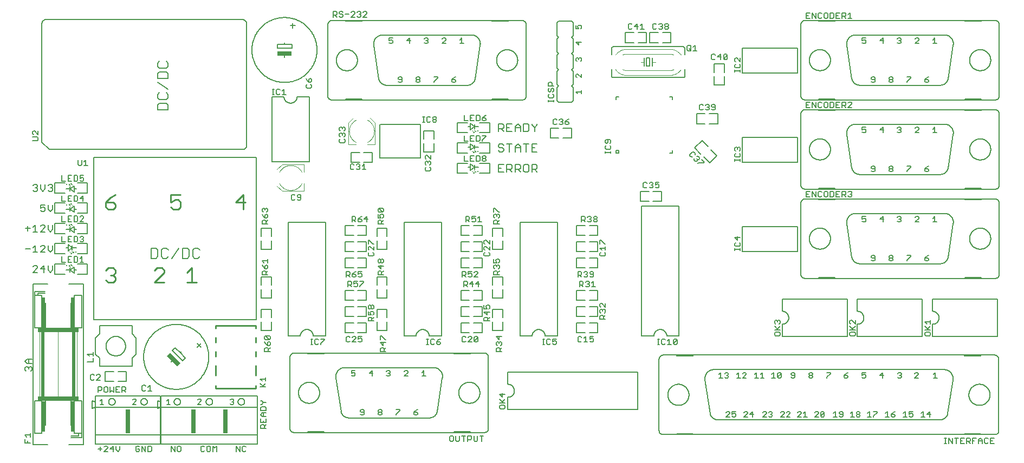
<source format=gto>
G75*
%MOIN*%
%OFA0B0*%
%FSLAX25Y25*%
%IPPOS*%
%LPD*%
%AMOC8*
5,1,8,0,0,1.08239X$1,22.5*
%
%ADD10C,0.00800*%
%ADD11C,0.00600*%
%ADD12C,0.00500*%
%ADD13R,0.02500X0.09000*%
%ADD14R,0.03000X0.15000*%
%ADD15C,0.00984*%
%ADD16C,0.00394*%
%ADD17R,0.09000X0.02500*%
%ADD18C,0.00400*%
%ADD19C,0.00591*%
%ADD20C,0.00200*%
%ADD21C,0.01000*%
%ADD22C,0.00700*%
%ADD23R,0.04500X0.02500*%
%ADD24R,0.16000X0.02500*%
%ADD25R,0.02000X0.40000*%
%ADD26R,0.00500X0.15500*%
%ADD27R,0.02000X0.19000*%
D10*
X0165896Y0090747D02*
X0165896Y0092148D01*
X0166597Y0092848D01*
X0167298Y0092848D01*
X0167998Y0092148D01*
X0168699Y0092848D01*
X0169399Y0092848D01*
X0170100Y0092148D01*
X0170100Y0090747D01*
X0169399Y0090046D01*
X0167998Y0091447D02*
X0167998Y0092148D01*
X0167998Y0094650D02*
X0167998Y0097452D01*
X0167298Y0097452D02*
X0170100Y0097452D01*
X0170100Y0094650D02*
X0167298Y0094650D01*
X0165896Y0096051D01*
X0167298Y0097452D01*
X0165896Y0090747D02*
X0166597Y0090046D01*
X0170838Y0150900D02*
X0173641Y0153702D01*
X0173641Y0154403D01*
X0172940Y0155104D01*
X0171539Y0155104D01*
X0170838Y0154403D01*
X0170838Y0150900D02*
X0173641Y0150900D01*
X0175442Y0153002D02*
X0178245Y0153002D01*
X0180046Y0152301D02*
X0181447Y0150900D01*
X0182848Y0152301D01*
X0182848Y0155104D01*
X0180046Y0155104D02*
X0180046Y0152301D01*
X0177544Y0150900D02*
X0177544Y0155104D01*
X0175442Y0153002D01*
X0175442Y0163400D02*
X0178245Y0166202D01*
X0178245Y0166903D01*
X0177544Y0167604D01*
X0176143Y0167604D01*
X0175442Y0166903D01*
X0172239Y0167604D02*
X0172239Y0163400D01*
X0170838Y0163400D02*
X0173641Y0163400D01*
X0175442Y0163400D02*
X0178245Y0163400D01*
X0180046Y0164801D02*
X0181447Y0163400D01*
X0182848Y0164801D01*
X0182848Y0167604D01*
X0180046Y0167604D02*
X0180046Y0164801D01*
X0172239Y0167604D02*
X0170838Y0166202D01*
X0169037Y0165502D02*
X0166234Y0165502D01*
X0167635Y0176601D02*
X0167635Y0179403D01*
X0166234Y0178002D02*
X0169037Y0178002D01*
X0170838Y0178702D02*
X0172239Y0180104D01*
X0172239Y0175900D01*
X0170838Y0175900D02*
X0173641Y0175900D01*
X0175442Y0175900D02*
X0178245Y0178702D01*
X0178245Y0179403D01*
X0177544Y0180104D01*
X0176143Y0180104D01*
X0175442Y0179403D01*
X0175442Y0175900D02*
X0178245Y0175900D01*
X0180046Y0177301D02*
X0181447Y0175900D01*
X0182848Y0177301D01*
X0182848Y0180104D01*
X0180046Y0180104D02*
X0180046Y0177301D01*
X0181447Y0188400D02*
X0182848Y0189801D01*
X0182848Y0192604D01*
X0180046Y0192604D02*
X0180046Y0189801D01*
X0181447Y0188400D01*
X0178245Y0189101D02*
X0177544Y0188400D01*
X0176143Y0188400D01*
X0175442Y0189101D01*
X0175442Y0190502D02*
X0176843Y0191202D01*
X0177544Y0191202D01*
X0178245Y0190502D01*
X0178245Y0189101D01*
X0175442Y0190502D02*
X0175442Y0192604D01*
X0178245Y0192604D01*
X0176843Y0200900D02*
X0175442Y0202301D01*
X0175442Y0205104D01*
X0173641Y0204403D02*
X0173641Y0203702D01*
X0172940Y0203002D01*
X0173641Y0202301D01*
X0173641Y0201601D01*
X0172940Y0200900D01*
X0171539Y0200900D01*
X0170838Y0201601D01*
X0172239Y0203002D02*
X0172940Y0203002D01*
X0173641Y0204403D02*
X0172940Y0205104D01*
X0171539Y0205104D01*
X0170838Y0204403D01*
X0176843Y0200900D02*
X0178245Y0202301D01*
X0178245Y0205104D01*
X0180046Y0204403D02*
X0180747Y0205104D01*
X0182148Y0205104D01*
X0182848Y0204403D01*
X0182848Y0203702D01*
X0182148Y0203002D01*
X0182848Y0202301D01*
X0182848Y0201601D01*
X0182148Y0200900D01*
X0180747Y0200900D01*
X0180046Y0201601D01*
X0181447Y0203002D02*
X0182148Y0203002D01*
X0384152Y0221514D02*
X0384152Y0241986D01*
X0384348Y0241986D02*
X0409152Y0241986D01*
X0409152Y0221514D01*
X0384348Y0221514D01*
X0457150Y0217529D02*
X0457150Y0212725D01*
X0460353Y0212725D01*
X0462306Y0212725D02*
X0462306Y0217529D01*
X0464708Y0217529D01*
X0465509Y0216728D01*
X0465509Y0215127D01*
X0464708Y0214326D01*
X0462306Y0214326D01*
X0463908Y0214326D02*
X0465509Y0212725D01*
X0467463Y0212725D02*
X0467463Y0217529D01*
X0469865Y0217529D01*
X0470666Y0216728D01*
X0470666Y0215127D01*
X0469865Y0214326D01*
X0467463Y0214326D01*
X0469064Y0214326D02*
X0470666Y0212725D01*
X0472619Y0213526D02*
X0473420Y0212725D01*
X0475021Y0212725D01*
X0475822Y0213526D01*
X0475822Y0216728D01*
X0475021Y0217529D01*
X0473420Y0217529D01*
X0472619Y0216728D01*
X0472619Y0213526D01*
X0477776Y0214326D02*
X0480178Y0214326D01*
X0480978Y0215127D01*
X0480978Y0216728D01*
X0480178Y0217529D01*
X0477776Y0217529D01*
X0477776Y0212725D01*
X0479377Y0214326D02*
X0480978Y0212725D01*
X0460353Y0217529D02*
X0457150Y0217529D01*
X0457150Y0215127D02*
X0458751Y0215127D01*
X0457951Y0225225D02*
X0457150Y0226026D01*
X0457951Y0225225D02*
X0459552Y0225225D01*
X0460353Y0226026D01*
X0460353Y0226826D01*
X0459552Y0227627D01*
X0457951Y0227627D01*
X0457150Y0228428D01*
X0457150Y0229228D01*
X0457951Y0230029D01*
X0459552Y0230029D01*
X0460353Y0229228D01*
X0462306Y0230029D02*
X0465509Y0230029D01*
X0463908Y0230029D02*
X0463908Y0225225D01*
X0467463Y0225225D02*
X0467463Y0228428D01*
X0469064Y0230029D01*
X0470666Y0228428D01*
X0470666Y0225225D01*
X0470666Y0227627D02*
X0467463Y0227627D01*
X0472619Y0230029D02*
X0475822Y0230029D01*
X0474221Y0230029D02*
X0474221Y0225225D01*
X0477776Y0225225D02*
X0480978Y0225225D01*
X0479377Y0227627D02*
X0477776Y0227627D01*
X0477776Y0230029D02*
X0477776Y0225225D01*
X0477776Y0230029D02*
X0480978Y0230029D01*
X0479377Y0237725D02*
X0479377Y0240127D01*
X0480978Y0241728D01*
X0480978Y0242529D01*
X0479377Y0240127D02*
X0477776Y0241728D01*
X0477776Y0242529D01*
X0475822Y0241728D02*
X0475021Y0242529D01*
X0472619Y0242529D01*
X0472619Y0237725D01*
X0475021Y0237725D01*
X0475822Y0238526D01*
X0475822Y0241728D01*
X0470666Y0240928D02*
X0470666Y0237725D01*
X0470666Y0240127D02*
X0467463Y0240127D01*
X0467463Y0240928D02*
X0469064Y0242529D01*
X0470666Y0240928D01*
X0467463Y0240928D02*
X0467463Y0237725D01*
X0465509Y0237725D02*
X0462306Y0237725D01*
X0462306Y0242529D01*
X0465509Y0242529D01*
X0463908Y0240127D02*
X0462306Y0240127D01*
X0460353Y0240127D02*
X0459552Y0239326D01*
X0457150Y0239326D01*
X0457150Y0237725D02*
X0457150Y0242529D01*
X0459552Y0242529D01*
X0460353Y0241728D01*
X0460353Y0240127D01*
X0458751Y0239326D02*
X0460353Y0237725D01*
X0607286Y0234230D02*
X0607286Y0218738D01*
X0641184Y0218738D01*
X0641184Y0234230D01*
X0607286Y0234230D01*
X0607286Y0273738D02*
X0641184Y0273738D01*
X0641184Y0289230D01*
X0607286Y0289230D01*
X0607286Y0273738D01*
X0607286Y0179230D02*
X0641184Y0179230D01*
X0641184Y0163738D01*
X0607286Y0163738D01*
X0607286Y0179230D01*
D11*
X0165847Y0048169D02*
X0165847Y0045900D01*
X0169250Y0045900D01*
X0167549Y0045900D02*
X0167549Y0047034D01*
X0166981Y0049583D02*
X0165847Y0050717D01*
X0169250Y0050717D01*
X0169250Y0049583D02*
X0169250Y0051852D01*
X0171750Y0051750D02*
X0176250Y0051750D01*
X0176250Y0071750D01*
X0171750Y0071750D01*
X0171750Y0051750D01*
X0170750Y0044750D02*
X0179750Y0044750D01*
X0170750Y0044750D02*
X0170750Y0143750D01*
X0179750Y0143750D01*
X0178250Y0139250D02*
X0171750Y0139250D01*
X0171750Y0136750D01*
X0171750Y0116750D01*
X0176250Y0116750D01*
X0176250Y0136750D01*
X0173750Y0136750D01*
X0173750Y0138250D01*
X0178250Y0138250D01*
X0173750Y0136750D02*
X0171750Y0136750D01*
X0192750Y0143750D02*
X0201750Y0143750D01*
X0201750Y0044750D01*
X0192750Y0044750D01*
X0194250Y0049250D02*
X0200750Y0049250D01*
X0200750Y0051750D01*
X0200750Y0071750D01*
X0196250Y0071750D01*
X0196250Y0051750D01*
X0198750Y0051750D01*
X0198750Y0050250D01*
X0194250Y0050250D01*
X0198750Y0051750D02*
X0200750Y0051750D01*
X0209250Y0050750D02*
X0209250Y0067750D01*
X0249250Y0067750D01*
X0249250Y0050750D01*
X0249250Y0045250D01*
X0209250Y0045250D01*
X0209250Y0050750D01*
X0249250Y0050750D01*
X0249650Y0050750D02*
X0249650Y0067750D01*
X0308850Y0067750D01*
X0308850Y0050750D01*
X0308850Y0045250D01*
X0249650Y0045250D01*
X0249650Y0050750D01*
X0308850Y0050750D01*
X0310797Y0054784D02*
X0310797Y0056486D01*
X0311364Y0057053D01*
X0312499Y0057053D01*
X0313066Y0056486D01*
X0313066Y0054784D01*
X0314200Y0054784D02*
X0310797Y0054784D01*
X0313066Y0055919D02*
X0314200Y0057053D01*
X0314200Y0058467D02*
X0314200Y0060736D01*
X0314200Y0062151D02*
X0311931Y0062151D01*
X0310797Y0063285D01*
X0311931Y0064419D01*
X0314200Y0064419D01*
X0314200Y0065834D02*
X0314200Y0067535D01*
X0313633Y0068102D01*
X0311364Y0068102D01*
X0310797Y0067535D01*
X0310797Y0065834D01*
X0314200Y0065834D01*
X0312499Y0064419D02*
X0312499Y0062151D01*
X0310797Y0060736D02*
X0310797Y0058467D01*
X0314200Y0058467D01*
X0312499Y0058467D02*
X0312499Y0059602D01*
X0308850Y0067750D02*
X0308850Y0074750D01*
X0249650Y0074750D01*
X0249650Y0071250D01*
X0249650Y0067750D01*
X0247650Y0067250D01*
X0247650Y0071750D01*
X0249650Y0071250D01*
X0249250Y0074750D02*
X0249250Y0067750D01*
X0237150Y0071250D02*
X0237152Y0071339D01*
X0237158Y0071428D01*
X0237168Y0071517D01*
X0237182Y0071605D01*
X0237199Y0071692D01*
X0237221Y0071778D01*
X0237247Y0071864D01*
X0237276Y0071948D01*
X0237309Y0072031D01*
X0237345Y0072112D01*
X0237386Y0072192D01*
X0237429Y0072269D01*
X0237476Y0072345D01*
X0237527Y0072418D01*
X0237580Y0072489D01*
X0237637Y0072558D01*
X0237697Y0072624D01*
X0237760Y0072688D01*
X0237825Y0072748D01*
X0237893Y0072806D01*
X0237964Y0072860D01*
X0238037Y0072911D01*
X0238112Y0072959D01*
X0238189Y0073004D01*
X0238268Y0073045D01*
X0238349Y0073082D01*
X0238431Y0073116D01*
X0238515Y0073147D01*
X0238600Y0073173D01*
X0238686Y0073196D01*
X0238773Y0073214D01*
X0238861Y0073229D01*
X0238950Y0073240D01*
X0239039Y0073247D01*
X0239128Y0073250D01*
X0239217Y0073249D01*
X0239306Y0073244D01*
X0239394Y0073235D01*
X0239483Y0073222D01*
X0239570Y0073205D01*
X0239657Y0073185D01*
X0239743Y0073160D01*
X0239827Y0073132D01*
X0239910Y0073100D01*
X0239992Y0073064D01*
X0240072Y0073025D01*
X0240150Y0072982D01*
X0240226Y0072936D01*
X0240300Y0072886D01*
X0240372Y0072833D01*
X0240441Y0072777D01*
X0240508Y0072718D01*
X0240572Y0072656D01*
X0240633Y0072592D01*
X0240692Y0072524D01*
X0240747Y0072454D01*
X0240799Y0072382D01*
X0240848Y0072307D01*
X0240893Y0072231D01*
X0240935Y0072152D01*
X0240973Y0072072D01*
X0241008Y0071990D01*
X0241039Y0071906D01*
X0241067Y0071821D01*
X0241090Y0071735D01*
X0241110Y0071648D01*
X0241126Y0071561D01*
X0241138Y0071472D01*
X0241146Y0071384D01*
X0241150Y0071295D01*
X0241150Y0071205D01*
X0241146Y0071116D01*
X0241138Y0071028D01*
X0241126Y0070939D01*
X0241110Y0070852D01*
X0241090Y0070765D01*
X0241067Y0070679D01*
X0241039Y0070594D01*
X0241008Y0070510D01*
X0240973Y0070428D01*
X0240935Y0070348D01*
X0240893Y0070269D01*
X0240848Y0070193D01*
X0240799Y0070118D01*
X0240747Y0070046D01*
X0240692Y0069976D01*
X0240633Y0069908D01*
X0240572Y0069844D01*
X0240508Y0069782D01*
X0240441Y0069723D01*
X0240372Y0069667D01*
X0240300Y0069614D01*
X0240226Y0069564D01*
X0240150Y0069518D01*
X0240072Y0069475D01*
X0239992Y0069436D01*
X0239910Y0069400D01*
X0239827Y0069368D01*
X0239743Y0069340D01*
X0239657Y0069315D01*
X0239570Y0069295D01*
X0239483Y0069278D01*
X0239394Y0069265D01*
X0239306Y0069256D01*
X0239217Y0069251D01*
X0239128Y0069250D01*
X0239039Y0069253D01*
X0238950Y0069260D01*
X0238861Y0069271D01*
X0238773Y0069286D01*
X0238686Y0069304D01*
X0238600Y0069327D01*
X0238515Y0069353D01*
X0238431Y0069384D01*
X0238349Y0069418D01*
X0238268Y0069455D01*
X0238189Y0069496D01*
X0238112Y0069541D01*
X0238037Y0069589D01*
X0237964Y0069640D01*
X0237893Y0069694D01*
X0237825Y0069752D01*
X0237760Y0069812D01*
X0237697Y0069876D01*
X0237637Y0069942D01*
X0237580Y0070011D01*
X0237527Y0070082D01*
X0237476Y0070155D01*
X0237429Y0070231D01*
X0237386Y0070308D01*
X0237345Y0070388D01*
X0237309Y0070469D01*
X0237276Y0070552D01*
X0237247Y0070636D01*
X0237221Y0070722D01*
X0237199Y0070808D01*
X0237182Y0070895D01*
X0237168Y0070983D01*
X0237158Y0071072D01*
X0237152Y0071161D01*
X0237150Y0071250D01*
X0249250Y0074750D02*
X0209250Y0074750D01*
X0209250Y0071250D01*
X0209250Y0067750D01*
X0207250Y0067250D01*
X0207250Y0071750D01*
X0209250Y0071250D01*
X0217350Y0071250D02*
X0217352Y0071339D01*
X0217358Y0071428D01*
X0217368Y0071517D01*
X0217382Y0071605D01*
X0217399Y0071692D01*
X0217421Y0071778D01*
X0217447Y0071864D01*
X0217476Y0071948D01*
X0217509Y0072031D01*
X0217545Y0072112D01*
X0217586Y0072192D01*
X0217629Y0072269D01*
X0217676Y0072345D01*
X0217727Y0072418D01*
X0217780Y0072489D01*
X0217837Y0072558D01*
X0217897Y0072624D01*
X0217960Y0072688D01*
X0218025Y0072748D01*
X0218093Y0072806D01*
X0218164Y0072860D01*
X0218237Y0072911D01*
X0218312Y0072959D01*
X0218389Y0073004D01*
X0218468Y0073045D01*
X0218549Y0073082D01*
X0218631Y0073116D01*
X0218715Y0073147D01*
X0218800Y0073173D01*
X0218886Y0073196D01*
X0218973Y0073214D01*
X0219061Y0073229D01*
X0219150Y0073240D01*
X0219239Y0073247D01*
X0219328Y0073250D01*
X0219417Y0073249D01*
X0219506Y0073244D01*
X0219594Y0073235D01*
X0219683Y0073222D01*
X0219770Y0073205D01*
X0219857Y0073185D01*
X0219943Y0073160D01*
X0220027Y0073132D01*
X0220110Y0073100D01*
X0220192Y0073064D01*
X0220272Y0073025D01*
X0220350Y0072982D01*
X0220426Y0072936D01*
X0220500Y0072886D01*
X0220572Y0072833D01*
X0220641Y0072777D01*
X0220708Y0072718D01*
X0220772Y0072656D01*
X0220833Y0072592D01*
X0220892Y0072524D01*
X0220947Y0072454D01*
X0220999Y0072382D01*
X0221048Y0072307D01*
X0221093Y0072231D01*
X0221135Y0072152D01*
X0221173Y0072072D01*
X0221208Y0071990D01*
X0221239Y0071906D01*
X0221267Y0071821D01*
X0221290Y0071735D01*
X0221310Y0071648D01*
X0221326Y0071561D01*
X0221338Y0071472D01*
X0221346Y0071384D01*
X0221350Y0071295D01*
X0221350Y0071205D01*
X0221346Y0071116D01*
X0221338Y0071028D01*
X0221326Y0070939D01*
X0221310Y0070852D01*
X0221290Y0070765D01*
X0221267Y0070679D01*
X0221239Y0070594D01*
X0221208Y0070510D01*
X0221173Y0070428D01*
X0221135Y0070348D01*
X0221093Y0070269D01*
X0221048Y0070193D01*
X0220999Y0070118D01*
X0220947Y0070046D01*
X0220892Y0069976D01*
X0220833Y0069908D01*
X0220772Y0069844D01*
X0220708Y0069782D01*
X0220641Y0069723D01*
X0220572Y0069667D01*
X0220500Y0069614D01*
X0220426Y0069564D01*
X0220350Y0069518D01*
X0220272Y0069475D01*
X0220192Y0069436D01*
X0220110Y0069400D01*
X0220027Y0069368D01*
X0219943Y0069340D01*
X0219857Y0069315D01*
X0219770Y0069295D01*
X0219683Y0069278D01*
X0219594Y0069265D01*
X0219506Y0069256D01*
X0219417Y0069251D01*
X0219328Y0069250D01*
X0219239Y0069253D01*
X0219150Y0069260D01*
X0219061Y0069271D01*
X0218973Y0069286D01*
X0218886Y0069304D01*
X0218800Y0069327D01*
X0218715Y0069353D01*
X0218631Y0069384D01*
X0218549Y0069418D01*
X0218468Y0069455D01*
X0218389Y0069496D01*
X0218312Y0069541D01*
X0218237Y0069589D01*
X0218164Y0069640D01*
X0218093Y0069694D01*
X0218025Y0069752D01*
X0217960Y0069812D01*
X0217897Y0069876D01*
X0217837Y0069942D01*
X0217780Y0070011D01*
X0217727Y0070082D01*
X0217676Y0070155D01*
X0217629Y0070231D01*
X0217586Y0070308D01*
X0217545Y0070388D01*
X0217509Y0070469D01*
X0217476Y0070552D01*
X0217447Y0070636D01*
X0217421Y0070722D01*
X0217399Y0070808D01*
X0217382Y0070895D01*
X0217368Y0070983D01*
X0217358Y0071072D01*
X0217352Y0071161D01*
X0217350Y0071250D01*
X0218166Y0077050D02*
X0219301Y0078184D01*
X0220435Y0077050D01*
X0220435Y0080453D01*
X0221849Y0080453D02*
X0221849Y0077050D01*
X0224118Y0077050D01*
X0225533Y0077050D02*
X0225533Y0080453D01*
X0227234Y0080453D01*
X0227801Y0079886D01*
X0227801Y0078751D01*
X0227234Y0078184D01*
X0225533Y0078184D01*
X0226667Y0078184D02*
X0227801Y0077050D01*
X0224118Y0080453D02*
X0221849Y0080453D01*
X0221849Y0078751D02*
X0222984Y0078751D01*
X0218166Y0080453D02*
X0218166Y0077050D01*
X0216752Y0077617D02*
X0216752Y0079886D01*
X0216185Y0080453D01*
X0215050Y0080453D01*
X0214483Y0079886D01*
X0214483Y0077617D01*
X0215050Y0077050D01*
X0216185Y0077050D01*
X0216752Y0077617D01*
X0213069Y0078751D02*
X0213069Y0079886D01*
X0212501Y0080453D01*
X0210800Y0080453D01*
X0210800Y0077050D01*
X0210800Y0078184D02*
X0212501Y0078184D01*
X0213069Y0078751D01*
X0212072Y0084605D02*
X0209804Y0084605D01*
X0212072Y0086874D01*
X0212072Y0087441D01*
X0211505Y0088008D01*
X0210371Y0088008D01*
X0209804Y0087441D01*
X0208389Y0087441D02*
X0207822Y0088008D01*
X0206688Y0088008D01*
X0206121Y0087441D01*
X0206121Y0085172D01*
X0206688Y0084605D01*
X0207822Y0084605D01*
X0208389Y0085172D01*
X0207700Y0095800D02*
X0204297Y0095800D01*
X0207700Y0095800D02*
X0207700Y0098069D01*
X0207700Y0099483D02*
X0207700Y0101752D01*
X0207700Y0100617D02*
X0204297Y0100617D01*
X0205431Y0099483D01*
X0200750Y0116750D02*
X0196250Y0116750D01*
X0196250Y0136750D01*
X0200750Y0136750D01*
X0200750Y0116750D01*
X0208000Y0121750D02*
X0208000Y0221750D01*
X0308000Y0221750D01*
X0308000Y0121750D01*
X0208000Y0121750D01*
X0256409Y0102773D02*
X0262773Y0096409D01*
X0264541Y0098177D01*
X0261359Y0101359D01*
X0258177Y0104541D01*
X0256409Y0102773D01*
X0238884Y0098884D02*
X0238890Y0099375D01*
X0238908Y0099865D01*
X0238938Y0100355D01*
X0238980Y0100844D01*
X0239034Y0101332D01*
X0239100Y0101819D01*
X0239178Y0102303D01*
X0239268Y0102786D01*
X0239370Y0103266D01*
X0239483Y0103744D01*
X0239608Y0104218D01*
X0239745Y0104690D01*
X0239893Y0105158D01*
X0240053Y0105622D01*
X0240224Y0106082D01*
X0240406Y0106538D01*
X0240600Y0106989D01*
X0240804Y0107435D01*
X0241020Y0107876D01*
X0241246Y0108312D01*
X0241482Y0108742D01*
X0241729Y0109166D01*
X0241987Y0109584D01*
X0242255Y0109995D01*
X0242532Y0110400D01*
X0242820Y0110798D01*
X0243117Y0111189D01*
X0243424Y0111572D01*
X0243740Y0111947D01*
X0244065Y0112315D01*
X0244399Y0112675D01*
X0244742Y0113026D01*
X0245093Y0113369D01*
X0245453Y0113703D01*
X0245821Y0114028D01*
X0246196Y0114344D01*
X0246579Y0114651D01*
X0246970Y0114948D01*
X0247368Y0115236D01*
X0247773Y0115513D01*
X0248184Y0115781D01*
X0248602Y0116039D01*
X0249026Y0116286D01*
X0249456Y0116522D01*
X0249892Y0116748D01*
X0250333Y0116964D01*
X0250779Y0117168D01*
X0251230Y0117362D01*
X0251686Y0117544D01*
X0252146Y0117715D01*
X0252610Y0117875D01*
X0253078Y0118023D01*
X0253550Y0118160D01*
X0254024Y0118285D01*
X0254502Y0118398D01*
X0254982Y0118500D01*
X0255465Y0118590D01*
X0255949Y0118668D01*
X0256436Y0118734D01*
X0256924Y0118788D01*
X0257413Y0118830D01*
X0257903Y0118860D01*
X0258393Y0118878D01*
X0258884Y0118884D01*
X0259375Y0118878D01*
X0259865Y0118860D01*
X0260355Y0118830D01*
X0260844Y0118788D01*
X0261332Y0118734D01*
X0261819Y0118668D01*
X0262303Y0118590D01*
X0262786Y0118500D01*
X0263266Y0118398D01*
X0263744Y0118285D01*
X0264218Y0118160D01*
X0264690Y0118023D01*
X0265158Y0117875D01*
X0265622Y0117715D01*
X0266082Y0117544D01*
X0266538Y0117362D01*
X0266989Y0117168D01*
X0267435Y0116964D01*
X0267876Y0116748D01*
X0268312Y0116522D01*
X0268742Y0116286D01*
X0269166Y0116039D01*
X0269584Y0115781D01*
X0269995Y0115513D01*
X0270400Y0115236D01*
X0270798Y0114948D01*
X0271189Y0114651D01*
X0271572Y0114344D01*
X0271947Y0114028D01*
X0272315Y0113703D01*
X0272675Y0113369D01*
X0273026Y0113026D01*
X0273369Y0112675D01*
X0273703Y0112315D01*
X0274028Y0111947D01*
X0274344Y0111572D01*
X0274651Y0111189D01*
X0274948Y0110798D01*
X0275236Y0110400D01*
X0275513Y0109995D01*
X0275781Y0109584D01*
X0276039Y0109166D01*
X0276286Y0108742D01*
X0276522Y0108312D01*
X0276748Y0107876D01*
X0276964Y0107435D01*
X0277168Y0106989D01*
X0277362Y0106538D01*
X0277544Y0106082D01*
X0277715Y0105622D01*
X0277875Y0105158D01*
X0278023Y0104690D01*
X0278160Y0104218D01*
X0278285Y0103744D01*
X0278398Y0103266D01*
X0278500Y0102786D01*
X0278590Y0102303D01*
X0278668Y0101819D01*
X0278734Y0101332D01*
X0278788Y0100844D01*
X0278830Y0100355D01*
X0278860Y0099865D01*
X0278878Y0099375D01*
X0278884Y0098884D01*
X0278878Y0098393D01*
X0278860Y0097903D01*
X0278830Y0097413D01*
X0278788Y0096924D01*
X0278734Y0096436D01*
X0278668Y0095949D01*
X0278590Y0095465D01*
X0278500Y0094982D01*
X0278398Y0094502D01*
X0278285Y0094024D01*
X0278160Y0093550D01*
X0278023Y0093078D01*
X0277875Y0092610D01*
X0277715Y0092146D01*
X0277544Y0091686D01*
X0277362Y0091230D01*
X0277168Y0090779D01*
X0276964Y0090333D01*
X0276748Y0089892D01*
X0276522Y0089456D01*
X0276286Y0089026D01*
X0276039Y0088602D01*
X0275781Y0088184D01*
X0275513Y0087773D01*
X0275236Y0087368D01*
X0274948Y0086970D01*
X0274651Y0086579D01*
X0274344Y0086196D01*
X0274028Y0085821D01*
X0273703Y0085453D01*
X0273369Y0085093D01*
X0273026Y0084742D01*
X0272675Y0084399D01*
X0272315Y0084065D01*
X0271947Y0083740D01*
X0271572Y0083424D01*
X0271189Y0083117D01*
X0270798Y0082820D01*
X0270400Y0082532D01*
X0269995Y0082255D01*
X0269584Y0081987D01*
X0269166Y0081729D01*
X0268742Y0081482D01*
X0268312Y0081246D01*
X0267876Y0081020D01*
X0267435Y0080804D01*
X0266989Y0080600D01*
X0266538Y0080406D01*
X0266082Y0080224D01*
X0265622Y0080053D01*
X0265158Y0079893D01*
X0264690Y0079745D01*
X0264218Y0079608D01*
X0263744Y0079483D01*
X0263266Y0079370D01*
X0262786Y0079268D01*
X0262303Y0079178D01*
X0261819Y0079100D01*
X0261332Y0079034D01*
X0260844Y0078980D01*
X0260355Y0078938D01*
X0259865Y0078908D01*
X0259375Y0078890D01*
X0258884Y0078884D01*
X0258393Y0078890D01*
X0257903Y0078908D01*
X0257413Y0078938D01*
X0256924Y0078980D01*
X0256436Y0079034D01*
X0255949Y0079100D01*
X0255465Y0079178D01*
X0254982Y0079268D01*
X0254502Y0079370D01*
X0254024Y0079483D01*
X0253550Y0079608D01*
X0253078Y0079745D01*
X0252610Y0079893D01*
X0252146Y0080053D01*
X0251686Y0080224D01*
X0251230Y0080406D01*
X0250779Y0080600D01*
X0250333Y0080804D01*
X0249892Y0081020D01*
X0249456Y0081246D01*
X0249026Y0081482D01*
X0248602Y0081729D01*
X0248184Y0081987D01*
X0247773Y0082255D01*
X0247368Y0082532D01*
X0246970Y0082820D01*
X0246579Y0083117D01*
X0246196Y0083424D01*
X0245821Y0083740D01*
X0245453Y0084065D01*
X0245093Y0084399D01*
X0244742Y0084742D01*
X0244399Y0085093D01*
X0244065Y0085453D01*
X0243740Y0085821D01*
X0243424Y0086196D01*
X0243117Y0086579D01*
X0242820Y0086970D01*
X0242532Y0087368D01*
X0242255Y0087773D01*
X0241987Y0088184D01*
X0241729Y0088602D01*
X0241482Y0089026D01*
X0241246Y0089456D01*
X0241020Y0089892D01*
X0240804Y0090333D01*
X0240600Y0090779D01*
X0240406Y0091230D01*
X0240224Y0091686D01*
X0240053Y0092146D01*
X0239893Y0092610D01*
X0239745Y0093078D01*
X0239608Y0093550D01*
X0239483Y0094024D01*
X0239370Y0094502D01*
X0239268Y0094982D01*
X0239178Y0095465D01*
X0239100Y0095949D01*
X0239034Y0096436D01*
X0238980Y0096924D01*
X0238938Y0097413D01*
X0238908Y0097903D01*
X0238890Y0098393D01*
X0238884Y0098884D01*
X0255702Y0095702D02*
X0257116Y0097116D01*
X0261359Y0101359D02*
X0262066Y0102066D01*
X0271965Y0104894D02*
X0274087Y0107016D01*
X0274087Y0104894D02*
X0271965Y0107016D01*
X0313297Y0108202D02*
X0313864Y0107068D01*
X0314999Y0105934D01*
X0314999Y0107635D01*
X0315566Y0108202D01*
X0316133Y0108202D01*
X0316700Y0107635D01*
X0316700Y0106501D01*
X0316133Y0105934D01*
X0314999Y0105934D01*
X0314999Y0104519D02*
X0315566Y0103952D01*
X0315566Y0102251D01*
X0315566Y0103385D02*
X0316700Y0104519D01*
X0314999Y0104519D02*
X0313864Y0104519D01*
X0313297Y0103952D01*
X0313297Y0102251D01*
X0316700Y0102251D01*
X0316133Y0109617D02*
X0313864Y0111885D01*
X0316133Y0111885D01*
X0316700Y0111318D01*
X0316700Y0110184D01*
X0316133Y0109617D01*
X0313864Y0109617D01*
X0313297Y0110184D01*
X0313297Y0111318D01*
X0313864Y0111885D01*
X0327750Y0111750D02*
X0335250Y0111750D01*
X0335252Y0111876D01*
X0335258Y0112001D01*
X0335268Y0112126D01*
X0335282Y0112251D01*
X0335299Y0112376D01*
X0335321Y0112500D01*
X0335346Y0112623D01*
X0335376Y0112745D01*
X0335409Y0112866D01*
X0335446Y0112986D01*
X0335486Y0113105D01*
X0335531Y0113222D01*
X0335579Y0113339D01*
X0335631Y0113453D01*
X0335686Y0113566D01*
X0335745Y0113677D01*
X0335807Y0113786D01*
X0335873Y0113893D01*
X0335942Y0113998D01*
X0336014Y0114101D01*
X0336089Y0114202D01*
X0336168Y0114300D01*
X0336250Y0114395D01*
X0336334Y0114488D01*
X0336422Y0114578D01*
X0336512Y0114666D01*
X0336605Y0114750D01*
X0336700Y0114832D01*
X0336798Y0114911D01*
X0336899Y0114986D01*
X0337002Y0115058D01*
X0337107Y0115127D01*
X0337214Y0115193D01*
X0337323Y0115255D01*
X0337434Y0115314D01*
X0337547Y0115369D01*
X0337661Y0115421D01*
X0337778Y0115469D01*
X0337895Y0115514D01*
X0338014Y0115554D01*
X0338134Y0115591D01*
X0338255Y0115624D01*
X0338377Y0115654D01*
X0338500Y0115679D01*
X0338624Y0115701D01*
X0338749Y0115718D01*
X0338874Y0115732D01*
X0338999Y0115742D01*
X0339124Y0115748D01*
X0339250Y0115750D01*
X0339376Y0115748D01*
X0339501Y0115742D01*
X0339626Y0115732D01*
X0339751Y0115718D01*
X0339876Y0115701D01*
X0340000Y0115679D01*
X0340123Y0115654D01*
X0340245Y0115624D01*
X0340366Y0115591D01*
X0340486Y0115554D01*
X0340605Y0115514D01*
X0340722Y0115469D01*
X0340839Y0115421D01*
X0340953Y0115369D01*
X0341066Y0115314D01*
X0341177Y0115255D01*
X0341286Y0115193D01*
X0341393Y0115127D01*
X0341498Y0115058D01*
X0341601Y0114986D01*
X0341702Y0114911D01*
X0341800Y0114832D01*
X0341895Y0114750D01*
X0341988Y0114666D01*
X0342078Y0114578D01*
X0342166Y0114488D01*
X0342250Y0114395D01*
X0342332Y0114300D01*
X0342411Y0114202D01*
X0342486Y0114101D01*
X0342558Y0113998D01*
X0342627Y0113893D01*
X0342693Y0113786D01*
X0342755Y0113677D01*
X0342814Y0113566D01*
X0342869Y0113453D01*
X0342921Y0113339D01*
X0342969Y0113222D01*
X0343014Y0113105D01*
X0343054Y0112986D01*
X0343091Y0112866D01*
X0343124Y0112745D01*
X0343154Y0112623D01*
X0343179Y0112500D01*
X0343201Y0112376D01*
X0343218Y0112251D01*
X0343232Y0112126D01*
X0343242Y0112001D01*
X0343248Y0111876D01*
X0343250Y0111750D01*
X0350750Y0111750D01*
X0350750Y0181750D01*
X0327750Y0181750D01*
X0327750Y0111750D01*
X0341728Y0109953D02*
X0342863Y0109953D01*
X0342295Y0109953D02*
X0342295Y0106550D01*
X0341728Y0106550D02*
X0342863Y0106550D01*
X0344184Y0107117D02*
X0344751Y0106550D01*
X0345885Y0106550D01*
X0346452Y0107117D01*
X0347867Y0107117D02*
X0347867Y0106550D01*
X0347867Y0107117D02*
X0350135Y0109386D01*
X0350135Y0109953D01*
X0347867Y0109953D01*
X0346452Y0109386D02*
X0345885Y0109953D01*
X0344751Y0109953D01*
X0344184Y0109386D01*
X0344184Y0107117D01*
X0339939Y0101250D02*
X0331439Y0101250D01*
X0331341Y0101248D01*
X0331243Y0101242D01*
X0331145Y0101233D01*
X0331048Y0101219D01*
X0330951Y0101202D01*
X0330855Y0101181D01*
X0330760Y0101156D01*
X0330666Y0101128D01*
X0330574Y0101095D01*
X0330482Y0101060D01*
X0330392Y0101020D01*
X0330304Y0100978D01*
X0330217Y0100931D01*
X0330133Y0100882D01*
X0330050Y0100829D01*
X0329970Y0100773D01*
X0329891Y0100713D01*
X0329815Y0100651D01*
X0329742Y0100586D01*
X0329671Y0100518D01*
X0329603Y0100447D01*
X0329538Y0100374D01*
X0329476Y0100298D01*
X0329416Y0100219D01*
X0329360Y0100139D01*
X0329307Y0100056D01*
X0329258Y0099972D01*
X0329211Y0099885D01*
X0329169Y0099797D01*
X0329129Y0099707D01*
X0329094Y0099615D01*
X0329061Y0099523D01*
X0329033Y0099429D01*
X0329008Y0099334D01*
X0328987Y0099238D01*
X0328970Y0099141D01*
X0328956Y0099044D01*
X0328947Y0098946D01*
X0328941Y0098848D01*
X0328939Y0098750D01*
X0328939Y0054750D01*
X0328941Y0054652D01*
X0328947Y0054554D01*
X0328956Y0054456D01*
X0328970Y0054359D01*
X0328987Y0054262D01*
X0329008Y0054166D01*
X0329033Y0054071D01*
X0329061Y0053977D01*
X0329094Y0053885D01*
X0329129Y0053793D01*
X0329169Y0053703D01*
X0329211Y0053615D01*
X0329258Y0053528D01*
X0329307Y0053444D01*
X0329360Y0053361D01*
X0329416Y0053281D01*
X0329476Y0053202D01*
X0329538Y0053126D01*
X0329603Y0053053D01*
X0329671Y0052982D01*
X0329742Y0052914D01*
X0329815Y0052849D01*
X0329891Y0052787D01*
X0329970Y0052727D01*
X0330050Y0052671D01*
X0330133Y0052618D01*
X0330217Y0052569D01*
X0330304Y0052522D01*
X0330392Y0052480D01*
X0330482Y0052440D01*
X0330574Y0052405D01*
X0330666Y0052372D01*
X0330760Y0052344D01*
X0330855Y0052319D01*
X0330951Y0052298D01*
X0331048Y0052281D01*
X0331145Y0052267D01*
X0331243Y0052258D01*
X0331341Y0052252D01*
X0331439Y0052250D01*
X0339939Y0052250D01*
X0349939Y0052250D01*
X0429939Y0052250D01*
X0439939Y0052250D01*
X0448439Y0052250D01*
X0447946Y0050203D02*
X0445678Y0050203D01*
X0446812Y0050203D02*
X0446812Y0046800D01*
X0444263Y0047367D02*
X0444263Y0050203D01*
X0441995Y0050203D02*
X0441995Y0047367D01*
X0442562Y0046800D01*
X0443696Y0046800D01*
X0444263Y0047367D01*
X0440580Y0048501D02*
X0440013Y0047934D01*
X0438312Y0047934D01*
X0438312Y0046800D02*
X0438312Y0050203D01*
X0440013Y0050203D01*
X0440580Y0049636D01*
X0440580Y0048501D01*
X0439939Y0052250D02*
X0439939Y0052750D01*
X0429939Y0052750D01*
X0429939Y0052250D01*
X0428964Y0050203D02*
X0429531Y0049636D01*
X0429531Y0047367D01*
X0428964Y0046800D01*
X0427829Y0046800D01*
X0427262Y0047367D01*
X0427262Y0049636D01*
X0427829Y0050203D01*
X0428964Y0050203D01*
X0430945Y0050203D02*
X0430945Y0047367D01*
X0431512Y0046800D01*
X0432647Y0046800D01*
X0433214Y0047367D01*
X0433214Y0050203D01*
X0434628Y0050203D02*
X0436897Y0050203D01*
X0435763Y0050203D02*
X0435763Y0046800D01*
X0448439Y0052250D02*
X0448537Y0052252D01*
X0448635Y0052258D01*
X0448733Y0052267D01*
X0448830Y0052281D01*
X0448927Y0052298D01*
X0449023Y0052319D01*
X0449118Y0052344D01*
X0449212Y0052372D01*
X0449304Y0052405D01*
X0449396Y0052440D01*
X0449486Y0052480D01*
X0449574Y0052522D01*
X0449661Y0052569D01*
X0449745Y0052618D01*
X0449828Y0052671D01*
X0449908Y0052727D01*
X0449987Y0052787D01*
X0450063Y0052849D01*
X0450136Y0052914D01*
X0450207Y0052982D01*
X0450275Y0053053D01*
X0450340Y0053126D01*
X0450402Y0053202D01*
X0450462Y0053281D01*
X0450518Y0053361D01*
X0450571Y0053444D01*
X0450620Y0053528D01*
X0450667Y0053615D01*
X0450709Y0053703D01*
X0450749Y0053793D01*
X0450784Y0053885D01*
X0450817Y0053977D01*
X0450845Y0054071D01*
X0450870Y0054166D01*
X0450891Y0054262D01*
X0450908Y0054359D01*
X0450922Y0054456D01*
X0450931Y0054554D01*
X0450937Y0054652D01*
X0450939Y0054750D01*
X0450939Y0098750D01*
X0450937Y0098848D01*
X0450931Y0098946D01*
X0450922Y0099044D01*
X0450908Y0099141D01*
X0450891Y0099238D01*
X0450870Y0099334D01*
X0450845Y0099429D01*
X0450817Y0099523D01*
X0450784Y0099615D01*
X0450749Y0099707D01*
X0450709Y0099797D01*
X0450667Y0099885D01*
X0450620Y0099972D01*
X0450571Y0100056D01*
X0450518Y0100139D01*
X0450462Y0100219D01*
X0450402Y0100298D01*
X0450340Y0100374D01*
X0450275Y0100447D01*
X0450207Y0100518D01*
X0450136Y0100586D01*
X0450063Y0100651D01*
X0449987Y0100713D01*
X0449908Y0100773D01*
X0449828Y0100829D01*
X0449745Y0100882D01*
X0449661Y0100931D01*
X0449574Y0100978D01*
X0449486Y0101020D01*
X0449396Y0101060D01*
X0449304Y0101095D01*
X0449212Y0101128D01*
X0449118Y0101156D01*
X0449023Y0101181D01*
X0448927Y0101202D01*
X0448830Y0101219D01*
X0448733Y0101233D01*
X0448635Y0101242D01*
X0448537Y0101248D01*
X0448439Y0101250D01*
X0439939Y0101250D01*
X0429939Y0101250D01*
X0349939Y0101250D01*
X0339939Y0101250D01*
X0339939Y0100750D01*
X0349939Y0100750D01*
X0349939Y0101250D01*
X0362439Y0092250D02*
X0417439Y0092250D01*
X0417582Y0092248D01*
X0417726Y0092242D01*
X0417869Y0092233D01*
X0418011Y0092219D01*
X0418154Y0092202D01*
X0418296Y0092180D01*
X0418437Y0092155D01*
X0418577Y0092126D01*
X0418717Y0092094D01*
X0418856Y0092057D01*
X0418993Y0092017D01*
X0419130Y0091973D01*
X0419265Y0091926D01*
X0419399Y0091874D01*
X0419532Y0091820D01*
X0419662Y0091761D01*
X0419792Y0091699D01*
X0419919Y0091634D01*
X0420045Y0091565D01*
X0420169Y0091493D01*
X0420291Y0091417D01*
X0420411Y0091339D01*
X0420529Y0091257D01*
X0420644Y0091171D01*
X0420757Y0091083D01*
X0420868Y0090992D01*
X0420976Y0090898D01*
X0421081Y0090801D01*
X0421184Y0090701D01*
X0421284Y0090598D01*
X0421381Y0090493D01*
X0421476Y0090385D01*
X0421567Y0090274D01*
X0421656Y0090161D01*
X0421741Y0090046D01*
X0421823Y0089929D01*
X0421902Y0089809D01*
X0421978Y0089687D01*
X0422050Y0089563D01*
X0422119Y0089438D01*
X0422185Y0089310D01*
X0422247Y0089181D01*
X0422306Y0089050D01*
X0422361Y0088918D01*
X0422412Y0088784D01*
X0422460Y0088649D01*
X0422504Y0088512D01*
X0422545Y0088375D01*
X0422581Y0088236D01*
X0422614Y0088096D01*
X0422643Y0087956D01*
X0422669Y0087815D01*
X0422690Y0087673D01*
X0422708Y0087531D01*
X0422722Y0087388D01*
X0422732Y0087245D01*
X0422738Y0087102D01*
X0422740Y0086958D01*
X0422738Y0086815D01*
X0422733Y0086672D01*
X0422723Y0086529D01*
X0422710Y0086386D01*
X0422693Y0086243D01*
X0422672Y0086102D01*
X0422647Y0085960D01*
X0422618Y0085820D01*
X0422639Y0085850D02*
X0419539Y0065250D01*
X0419592Y0065313D02*
X0419556Y0065173D01*
X0419517Y0065034D01*
X0419473Y0064896D01*
X0419427Y0064760D01*
X0419376Y0064625D01*
X0419322Y0064491D01*
X0419264Y0064359D01*
X0419202Y0064228D01*
X0419137Y0064099D01*
X0419069Y0063972D01*
X0418997Y0063847D01*
X0418921Y0063723D01*
X0418843Y0063602D01*
X0418761Y0063483D01*
X0418676Y0063367D01*
X0418587Y0063253D01*
X0418496Y0063141D01*
X0418402Y0063032D01*
X0418304Y0062925D01*
X0418204Y0062821D01*
X0418101Y0062720D01*
X0417995Y0062621D01*
X0417887Y0062526D01*
X0417776Y0062433D01*
X0417663Y0062344D01*
X0417547Y0062258D01*
X0417429Y0062175D01*
X0417309Y0062095D01*
X0417186Y0062018D01*
X0417062Y0061945D01*
X0416935Y0061875D01*
X0416807Y0061809D01*
X0416677Y0061746D01*
X0416545Y0061687D01*
X0416412Y0061631D01*
X0416277Y0061579D01*
X0416141Y0061531D01*
X0416004Y0061487D01*
X0415865Y0061446D01*
X0415726Y0061409D01*
X0415585Y0061376D01*
X0415444Y0061346D01*
X0415302Y0061321D01*
X0415159Y0061299D01*
X0415016Y0061282D01*
X0414872Y0061268D01*
X0414728Y0061258D01*
X0414584Y0061252D01*
X0414439Y0061250D01*
X0365439Y0061250D01*
X0365294Y0061252D01*
X0365148Y0061258D01*
X0365003Y0061268D01*
X0364859Y0061282D01*
X0364714Y0061300D01*
X0364571Y0061322D01*
X0364428Y0061347D01*
X0364285Y0061377D01*
X0364144Y0061411D01*
X0364004Y0061448D01*
X0363864Y0061489D01*
X0363726Y0061534D01*
X0363589Y0061583D01*
X0363454Y0061636D01*
X0363320Y0061692D01*
X0363187Y0061752D01*
X0363056Y0061816D01*
X0362928Y0061883D01*
X0362800Y0061953D01*
X0362675Y0062028D01*
X0362552Y0062105D01*
X0362432Y0062186D01*
X0362313Y0062270D01*
X0362197Y0062357D01*
X0362083Y0062448D01*
X0361972Y0062541D01*
X0361863Y0062638D01*
X0361757Y0062737D01*
X0361654Y0062840D01*
X0361554Y0062945D01*
X0361456Y0063053D01*
X0361362Y0063163D01*
X0361271Y0063277D01*
X0361183Y0063392D01*
X0361098Y0063510D01*
X0361016Y0063630D01*
X0360937Y0063753D01*
X0360862Y0063877D01*
X0360791Y0064004D01*
X0360723Y0064132D01*
X0360658Y0064262D01*
X0360597Y0064394D01*
X0360540Y0064528D01*
X0360486Y0064663D01*
X0360436Y0064799D01*
X0360390Y0064937D01*
X0360348Y0065076D01*
X0360309Y0065217D01*
X0360339Y0065150D02*
X0357239Y0085950D01*
X0357242Y0085911D02*
X0357216Y0086053D01*
X0357193Y0086195D01*
X0357174Y0086338D01*
X0357160Y0086481D01*
X0357149Y0086625D01*
X0357142Y0086769D01*
X0357139Y0086913D01*
X0357140Y0087057D01*
X0357145Y0087201D01*
X0357154Y0087345D01*
X0357166Y0087489D01*
X0357183Y0087632D01*
X0357204Y0087775D01*
X0357228Y0087917D01*
X0357256Y0088058D01*
X0357288Y0088199D01*
X0357324Y0088339D01*
X0357364Y0088477D01*
X0357407Y0088615D01*
X0357454Y0088751D01*
X0357505Y0088886D01*
X0357560Y0089019D01*
X0357618Y0089151D01*
X0357679Y0089282D01*
X0357745Y0089410D01*
X0357813Y0089537D01*
X0357885Y0089662D01*
X0357961Y0089785D01*
X0358039Y0089905D01*
X0358121Y0090024D01*
X0358207Y0090140D01*
X0358295Y0090254D01*
X0358386Y0090366D01*
X0358481Y0090475D01*
X0358578Y0090581D01*
X0358678Y0090685D01*
X0358781Y0090786D01*
X0358887Y0090884D01*
X0358995Y0090979D01*
X0359106Y0091071D01*
X0359219Y0091160D01*
X0359335Y0091246D01*
X0359453Y0091329D01*
X0359573Y0091408D01*
X0359696Y0091485D01*
X0359820Y0091558D01*
X0359946Y0091627D01*
X0360074Y0091693D01*
X0360204Y0091756D01*
X0360336Y0091815D01*
X0360469Y0091870D01*
X0360604Y0091922D01*
X0360739Y0091970D01*
X0360877Y0092014D01*
X0361015Y0092055D01*
X0361154Y0092092D01*
X0361295Y0092125D01*
X0361436Y0092154D01*
X0361578Y0092180D01*
X0361720Y0092201D01*
X0361863Y0092219D01*
X0362007Y0092232D01*
X0362151Y0092242D01*
X0362295Y0092248D01*
X0362439Y0092250D01*
X0384547Y0102251D02*
X0384547Y0103952D01*
X0385114Y0104519D01*
X0386249Y0104519D01*
X0386816Y0103952D01*
X0386816Y0102251D01*
X0386816Y0103385D02*
X0387950Y0104519D01*
X0386249Y0105934D02*
X0386249Y0108202D01*
X0387950Y0107635D02*
X0384547Y0107635D01*
X0386249Y0105934D01*
X0387383Y0109617D02*
X0387950Y0109617D01*
X0387383Y0109617D02*
X0385114Y0111885D01*
X0384547Y0111885D01*
X0384547Y0109617D01*
X0384547Y0102251D02*
X0387950Y0102251D01*
X0373135Y0108617D02*
X0372568Y0108050D01*
X0371434Y0108050D01*
X0370867Y0108617D01*
X0370867Y0109751D02*
X0372001Y0110319D01*
X0372568Y0110319D01*
X0373135Y0109751D01*
X0373135Y0108617D01*
X0370867Y0109751D02*
X0370867Y0111453D01*
X0373135Y0111453D01*
X0369452Y0110886D02*
X0368885Y0111453D01*
X0367751Y0111453D01*
X0367184Y0110886D01*
X0365769Y0110886D02*
X0365202Y0111453D01*
X0364068Y0111453D01*
X0363501Y0110886D01*
X0363501Y0108617D01*
X0364068Y0108050D01*
X0365202Y0108050D01*
X0365769Y0108617D01*
X0367184Y0108050D02*
X0369452Y0110319D01*
X0369452Y0110886D01*
X0369452Y0108050D02*
X0367184Y0108050D01*
X0377047Y0121001D02*
X0377047Y0122702D01*
X0377614Y0123269D01*
X0378749Y0123269D01*
X0379316Y0122702D01*
X0379316Y0121001D01*
X0379316Y0122135D02*
X0380450Y0123269D01*
X0379883Y0124684D02*
X0380450Y0125251D01*
X0380450Y0126385D01*
X0379883Y0126952D01*
X0378749Y0126952D01*
X0378181Y0126385D01*
X0378181Y0125818D01*
X0378749Y0124684D01*
X0377047Y0124684D01*
X0377047Y0126952D01*
X0377614Y0128367D02*
X0378181Y0128367D01*
X0378749Y0128934D01*
X0378749Y0130068D01*
X0379316Y0130635D01*
X0379883Y0130635D01*
X0380450Y0130068D01*
X0380450Y0128934D01*
X0379883Y0128367D01*
X0379316Y0128367D01*
X0378749Y0128934D01*
X0378749Y0130068D02*
X0378181Y0130635D01*
X0377614Y0130635D01*
X0377047Y0130068D01*
X0377047Y0128934D01*
X0377614Y0128367D01*
X0377047Y0121001D02*
X0380450Y0121001D01*
X0399000Y0111750D02*
X0406500Y0111750D01*
X0406502Y0111876D01*
X0406508Y0112001D01*
X0406518Y0112126D01*
X0406532Y0112251D01*
X0406549Y0112376D01*
X0406571Y0112500D01*
X0406596Y0112623D01*
X0406626Y0112745D01*
X0406659Y0112866D01*
X0406696Y0112986D01*
X0406736Y0113105D01*
X0406781Y0113222D01*
X0406829Y0113339D01*
X0406881Y0113453D01*
X0406936Y0113566D01*
X0406995Y0113677D01*
X0407057Y0113786D01*
X0407123Y0113893D01*
X0407192Y0113998D01*
X0407264Y0114101D01*
X0407339Y0114202D01*
X0407418Y0114300D01*
X0407500Y0114395D01*
X0407584Y0114488D01*
X0407672Y0114578D01*
X0407762Y0114666D01*
X0407855Y0114750D01*
X0407950Y0114832D01*
X0408048Y0114911D01*
X0408149Y0114986D01*
X0408252Y0115058D01*
X0408357Y0115127D01*
X0408464Y0115193D01*
X0408573Y0115255D01*
X0408684Y0115314D01*
X0408797Y0115369D01*
X0408911Y0115421D01*
X0409028Y0115469D01*
X0409145Y0115514D01*
X0409264Y0115554D01*
X0409384Y0115591D01*
X0409505Y0115624D01*
X0409627Y0115654D01*
X0409750Y0115679D01*
X0409874Y0115701D01*
X0409999Y0115718D01*
X0410124Y0115732D01*
X0410249Y0115742D01*
X0410374Y0115748D01*
X0410500Y0115750D01*
X0410626Y0115748D01*
X0410751Y0115742D01*
X0410876Y0115732D01*
X0411001Y0115718D01*
X0411126Y0115701D01*
X0411250Y0115679D01*
X0411373Y0115654D01*
X0411495Y0115624D01*
X0411616Y0115591D01*
X0411736Y0115554D01*
X0411855Y0115514D01*
X0411972Y0115469D01*
X0412089Y0115421D01*
X0412203Y0115369D01*
X0412316Y0115314D01*
X0412427Y0115255D01*
X0412536Y0115193D01*
X0412643Y0115127D01*
X0412748Y0115058D01*
X0412851Y0114986D01*
X0412952Y0114911D01*
X0413050Y0114832D01*
X0413145Y0114750D01*
X0413238Y0114666D01*
X0413328Y0114578D01*
X0413416Y0114488D01*
X0413500Y0114395D01*
X0413582Y0114300D01*
X0413661Y0114202D01*
X0413736Y0114101D01*
X0413808Y0113998D01*
X0413877Y0113893D01*
X0413943Y0113786D01*
X0414005Y0113677D01*
X0414064Y0113566D01*
X0414119Y0113453D01*
X0414171Y0113339D01*
X0414219Y0113222D01*
X0414264Y0113105D01*
X0414304Y0112986D01*
X0414341Y0112866D01*
X0414374Y0112745D01*
X0414404Y0112623D01*
X0414429Y0112500D01*
X0414451Y0112376D01*
X0414468Y0112251D01*
X0414482Y0112126D01*
X0414492Y0112001D01*
X0414498Y0111876D01*
X0414500Y0111750D01*
X0422000Y0111750D01*
X0422000Y0181750D01*
X0399000Y0181750D01*
X0399000Y0111750D01*
X0412978Y0109953D02*
X0414113Y0109953D01*
X0413545Y0109953D02*
X0413545Y0106550D01*
X0412978Y0106550D02*
X0414113Y0106550D01*
X0415434Y0107117D02*
X0416001Y0106550D01*
X0417135Y0106550D01*
X0417702Y0107117D01*
X0419117Y0107117D02*
X0419684Y0106550D01*
X0420818Y0106550D01*
X0421385Y0107117D01*
X0421385Y0107684D01*
X0420818Y0108251D01*
X0419117Y0108251D01*
X0419117Y0107117D01*
X0419117Y0108251D02*
X0420251Y0109386D01*
X0421385Y0109953D01*
X0417702Y0109386D02*
X0417135Y0109953D01*
X0416001Y0109953D01*
X0415434Y0109386D01*
X0415434Y0107117D01*
X0429939Y0101250D02*
X0429939Y0100750D01*
X0439939Y0100750D01*
X0439939Y0101250D01*
X0440702Y0108050D02*
X0438434Y0108050D01*
X0440702Y0110319D01*
X0440702Y0110886D01*
X0440135Y0111453D01*
X0439001Y0111453D01*
X0438434Y0110886D01*
X0437019Y0110886D02*
X0436452Y0111453D01*
X0435318Y0111453D01*
X0434751Y0110886D01*
X0434751Y0108617D01*
X0435318Y0108050D01*
X0436452Y0108050D01*
X0437019Y0108617D01*
X0442117Y0108617D02*
X0444385Y0110886D01*
X0444385Y0108617D01*
X0443818Y0108050D01*
X0442684Y0108050D01*
X0442117Y0108617D01*
X0442117Y0110886D01*
X0442684Y0111453D01*
X0443818Y0111453D01*
X0444385Y0110886D01*
X0455797Y0111318D02*
X0457499Y0109617D01*
X0457499Y0111885D01*
X0459200Y0111318D02*
X0455797Y0111318D01*
X0456364Y0108202D02*
X0456931Y0108202D01*
X0457499Y0107635D01*
X0458066Y0108202D01*
X0458633Y0108202D01*
X0459200Y0107635D01*
X0459200Y0106501D01*
X0458633Y0105934D01*
X0459200Y0104519D02*
X0458066Y0103385D01*
X0458066Y0103952D02*
X0458066Y0102251D01*
X0459200Y0102251D02*
X0455797Y0102251D01*
X0455797Y0103952D01*
X0456364Y0104519D01*
X0457499Y0104519D01*
X0458066Y0103952D01*
X0456364Y0105934D02*
X0455797Y0106501D01*
X0455797Y0107635D01*
X0456364Y0108202D01*
X0457499Y0107635D02*
X0457499Y0107068D01*
X0470368Y0111750D02*
X0477868Y0111750D01*
X0477870Y0111876D01*
X0477876Y0112001D01*
X0477886Y0112126D01*
X0477900Y0112251D01*
X0477917Y0112376D01*
X0477939Y0112500D01*
X0477964Y0112623D01*
X0477994Y0112745D01*
X0478027Y0112866D01*
X0478064Y0112986D01*
X0478104Y0113105D01*
X0478149Y0113222D01*
X0478197Y0113339D01*
X0478249Y0113453D01*
X0478304Y0113566D01*
X0478363Y0113677D01*
X0478425Y0113786D01*
X0478491Y0113893D01*
X0478560Y0113998D01*
X0478632Y0114101D01*
X0478707Y0114202D01*
X0478786Y0114300D01*
X0478868Y0114395D01*
X0478952Y0114488D01*
X0479040Y0114578D01*
X0479130Y0114666D01*
X0479223Y0114750D01*
X0479318Y0114832D01*
X0479416Y0114911D01*
X0479517Y0114986D01*
X0479620Y0115058D01*
X0479725Y0115127D01*
X0479832Y0115193D01*
X0479941Y0115255D01*
X0480052Y0115314D01*
X0480165Y0115369D01*
X0480279Y0115421D01*
X0480396Y0115469D01*
X0480513Y0115514D01*
X0480632Y0115554D01*
X0480752Y0115591D01*
X0480873Y0115624D01*
X0480995Y0115654D01*
X0481118Y0115679D01*
X0481242Y0115701D01*
X0481367Y0115718D01*
X0481492Y0115732D01*
X0481617Y0115742D01*
X0481742Y0115748D01*
X0481868Y0115750D01*
X0481994Y0115748D01*
X0482119Y0115742D01*
X0482244Y0115732D01*
X0482369Y0115718D01*
X0482494Y0115701D01*
X0482618Y0115679D01*
X0482741Y0115654D01*
X0482863Y0115624D01*
X0482984Y0115591D01*
X0483104Y0115554D01*
X0483223Y0115514D01*
X0483340Y0115469D01*
X0483457Y0115421D01*
X0483571Y0115369D01*
X0483684Y0115314D01*
X0483795Y0115255D01*
X0483904Y0115193D01*
X0484011Y0115127D01*
X0484116Y0115058D01*
X0484219Y0114986D01*
X0484320Y0114911D01*
X0484418Y0114832D01*
X0484513Y0114750D01*
X0484606Y0114666D01*
X0484696Y0114578D01*
X0484784Y0114488D01*
X0484868Y0114395D01*
X0484950Y0114300D01*
X0485029Y0114202D01*
X0485104Y0114101D01*
X0485176Y0113998D01*
X0485245Y0113893D01*
X0485311Y0113786D01*
X0485373Y0113677D01*
X0485432Y0113566D01*
X0485487Y0113453D01*
X0485539Y0113339D01*
X0485587Y0113222D01*
X0485632Y0113105D01*
X0485672Y0112986D01*
X0485709Y0112866D01*
X0485742Y0112745D01*
X0485772Y0112623D01*
X0485797Y0112500D01*
X0485819Y0112376D01*
X0485836Y0112251D01*
X0485850Y0112126D01*
X0485860Y0112001D01*
X0485866Y0111876D01*
X0485868Y0111750D01*
X0493368Y0111750D01*
X0493368Y0181750D01*
X0470368Y0181750D01*
X0470368Y0111750D01*
X0484346Y0109953D02*
X0485481Y0109953D01*
X0484914Y0109953D02*
X0484914Y0106550D01*
X0485481Y0106550D02*
X0484346Y0106550D01*
X0486802Y0107117D02*
X0487369Y0106550D01*
X0488503Y0106550D01*
X0489070Y0107117D01*
X0490485Y0107117D02*
X0491052Y0106550D01*
X0492186Y0106550D01*
X0492754Y0107117D01*
X0492754Y0108251D01*
X0492186Y0108819D01*
X0491619Y0108819D01*
X0490485Y0108251D01*
X0490485Y0109953D01*
X0492754Y0109953D01*
X0489070Y0109386D02*
X0488503Y0109953D01*
X0487369Y0109953D01*
X0486802Y0109386D01*
X0486802Y0107117D01*
X0506001Y0108617D02*
X0506568Y0108050D01*
X0507702Y0108050D01*
X0508269Y0108617D01*
X0509684Y0108050D02*
X0511952Y0108050D01*
X0510818Y0108050D02*
X0510818Y0111453D01*
X0509684Y0110319D01*
X0508269Y0110886D02*
X0507702Y0111453D01*
X0506568Y0111453D01*
X0506001Y0110886D01*
X0506001Y0108617D01*
X0513367Y0108617D02*
X0513934Y0108050D01*
X0515068Y0108050D01*
X0515635Y0108617D01*
X0515635Y0109751D01*
X0515068Y0110319D01*
X0514501Y0110319D01*
X0513367Y0109751D01*
X0513367Y0111453D01*
X0515635Y0111453D01*
X0519547Y0122251D02*
X0519547Y0123952D01*
X0520114Y0124519D01*
X0521249Y0124519D01*
X0521816Y0123952D01*
X0521816Y0122251D01*
X0521816Y0123385D02*
X0522950Y0124519D01*
X0522383Y0125934D02*
X0522950Y0126501D01*
X0522950Y0127635D01*
X0522383Y0128202D01*
X0521816Y0128202D01*
X0521249Y0127635D01*
X0521249Y0127068D01*
X0521249Y0127635D02*
X0520681Y0128202D01*
X0520114Y0128202D01*
X0519547Y0127635D01*
X0519547Y0126501D01*
X0520114Y0125934D01*
X0520114Y0129617D02*
X0519547Y0130184D01*
X0519547Y0131318D01*
X0520114Y0131885D01*
X0520681Y0131885D01*
X0522950Y0129617D01*
X0522950Y0131885D01*
X0522950Y0122251D02*
X0519547Y0122251D01*
X0545250Y0111750D02*
X0552750Y0111750D01*
X0555045Y0109953D02*
X0556179Y0109953D01*
X0555612Y0109953D02*
X0555612Y0106550D01*
X0555045Y0106550D02*
X0556179Y0106550D01*
X0557501Y0107117D02*
X0558068Y0106550D01*
X0559202Y0106550D01*
X0559769Y0107117D01*
X0561184Y0106550D02*
X0563452Y0106550D01*
X0562318Y0106550D02*
X0562318Y0109953D01*
X0561184Y0108819D01*
X0559769Y0109386D02*
X0559202Y0109953D01*
X0558068Y0109953D01*
X0557501Y0109386D01*
X0557501Y0107117D01*
X0560750Y0111750D02*
X0560748Y0111876D01*
X0560742Y0112001D01*
X0560732Y0112126D01*
X0560718Y0112251D01*
X0560701Y0112376D01*
X0560679Y0112500D01*
X0560654Y0112623D01*
X0560624Y0112745D01*
X0560591Y0112866D01*
X0560554Y0112986D01*
X0560514Y0113105D01*
X0560469Y0113222D01*
X0560421Y0113339D01*
X0560369Y0113453D01*
X0560314Y0113566D01*
X0560255Y0113677D01*
X0560193Y0113786D01*
X0560127Y0113893D01*
X0560058Y0113998D01*
X0559986Y0114101D01*
X0559911Y0114202D01*
X0559832Y0114300D01*
X0559750Y0114395D01*
X0559666Y0114488D01*
X0559578Y0114578D01*
X0559488Y0114666D01*
X0559395Y0114750D01*
X0559300Y0114832D01*
X0559202Y0114911D01*
X0559101Y0114986D01*
X0558998Y0115058D01*
X0558893Y0115127D01*
X0558786Y0115193D01*
X0558677Y0115255D01*
X0558566Y0115314D01*
X0558453Y0115369D01*
X0558339Y0115421D01*
X0558222Y0115469D01*
X0558105Y0115514D01*
X0557986Y0115554D01*
X0557866Y0115591D01*
X0557745Y0115624D01*
X0557623Y0115654D01*
X0557500Y0115679D01*
X0557376Y0115701D01*
X0557251Y0115718D01*
X0557126Y0115732D01*
X0557001Y0115742D01*
X0556876Y0115748D01*
X0556750Y0115750D01*
X0556624Y0115748D01*
X0556499Y0115742D01*
X0556374Y0115732D01*
X0556249Y0115718D01*
X0556124Y0115701D01*
X0556000Y0115679D01*
X0555877Y0115654D01*
X0555755Y0115624D01*
X0555634Y0115591D01*
X0555514Y0115554D01*
X0555395Y0115514D01*
X0555278Y0115469D01*
X0555161Y0115421D01*
X0555047Y0115369D01*
X0554934Y0115314D01*
X0554823Y0115255D01*
X0554714Y0115193D01*
X0554607Y0115127D01*
X0554502Y0115058D01*
X0554399Y0114986D01*
X0554298Y0114911D01*
X0554200Y0114832D01*
X0554105Y0114750D01*
X0554012Y0114666D01*
X0553922Y0114578D01*
X0553834Y0114488D01*
X0553750Y0114395D01*
X0553668Y0114300D01*
X0553589Y0114202D01*
X0553514Y0114101D01*
X0553442Y0113998D01*
X0553373Y0113893D01*
X0553307Y0113786D01*
X0553245Y0113677D01*
X0553186Y0113566D01*
X0553131Y0113453D01*
X0553079Y0113339D01*
X0553031Y0113222D01*
X0552986Y0113105D01*
X0552946Y0112986D01*
X0552909Y0112866D01*
X0552876Y0112745D01*
X0552846Y0112623D01*
X0552821Y0112500D01*
X0552799Y0112376D01*
X0552782Y0112251D01*
X0552768Y0112126D01*
X0552758Y0112001D01*
X0552752Y0111876D01*
X0552750Y0111750D01*
X0545250Y0111750D02*
X0545250Y0191750D01*
X0568250Y0191750D01*
X0568250Y0111750D01*
X0560750Y0111750D01*
X0564867Y0109386D02*
X0565434Y0109953D01*
X0566568Y0109953D01*
X0567135Y0109386D01*
X0564867Y0107117D01*
X0565434Y0106550D01*
X0566568Y0106550D01*
X0567135Y0107117D01*
X0567135Y0109386D01*
X0564867Y0109386D02*
X0564867Y0107117D01*
X0566985Y0100000D02*
X0576985Y0100000D01*
X0576985Y0099500D01*
X0566985Y0099500D01*
X0566985Y0100000D01*
X0558485Y0100000D01*
X0558387Y0099998D01*
X0558289Y0099992D01*
X0558191Y0099983D01*
X0558094Y0099969D01*
X0557997Y0099952D01*
X0557901Y0099931D01*
X0557806Y0099906D01*
X0557712Y0099878D01*
X0557620Y0099845D01*
X0557528Y0099810D01*
X0557438Y0099770D01*
X0557350Y0099728D01*
X0557263Y0099681D01*
X0557179Y0099632D01*
X0557096Y0099579D01*
X0557016Y0099523D01*
X0556937Y0099463D01*
X0556861Y0099401D01*
X0556788Y0099336D01*
X0556717Y0099268D01*
X0556649Y0099197D01*
X0556584Y0099124D01*
X0556522Y0099048D01*
X0556462Y0098969D01*
X0556406Y0098889D01*
X0556353Y0098806D01*
X0556304Y0098722D01*
X0556257Y0098635D01*
X0556215Y0098547D01*
X0556175Y0098457D01*
X0556140Y0098365D01*
X0556107Y0098273D01*
X0556079Y0098179D01*
X0556054Y0098084D01*
X0556033Y0097988D01*
X0556016Y0097891D01*
X0556002Y0097794D01*
X0555993Y0097696D01*
X0555987Y0097598D01*
X0555985Y0097500D01*
X0555985Y0053500D01*
X0555987Y0053402D01*
X0555993Y0053304D01*
X0556002Y0053206D01*
X0556016Y0053109D01*
X0556033Y0053012D01*
X0556054Y0052916D01*
X0556079Y0052821D01*
X0556107Y0052727D01*
X0556140Y0052635D01*
X0556175Y0052543D01*
X0556215Y0052453D01*
X0556257Y0052365D01*
X0556304Y0052278D01*
X0556353Y0052194D01*
X0556406Y0052111D01*
X0556462Y0052031D01*
X0556522Y0051952D01*
X0556584Y0051876D01*
X0556649Y0051803D01*
X0556717Y0051732D01*
X0556788Y0051664D01*
X0556861Y0051599D01*
X0556937Y0051537D01*
X0557016Y0051477D01*
X0557096Y0051421D01*
X0557179Y0051368D01*
X0557263Y0051319D01*
X0557350Y0051272D01*
X0557438Y0051230D01*
X0557528Y0051190D01*
X0557620Y0051155D01*
X0557712Y0051122D01*
X0557806Y0051094D01*
X0557901Y0051069D01*
X0557997Y0051048D01*
X0558094Y0051031D01*
X0558191Y0051017D01*
X0558289Y0051008D01*
X0558387Y0051002D01*
X0558485Y0051000D01*
X0566985Y0051000D01*
X0576985Y0051000D01*
X0743985Y0051000D01*
X0753985Y0051000D01*
X0762485Y0051000D01*
X0762150Y0048953D02*
X0759882Y0048953D01*
X0759882Y0045550D01*
X0762150Y0045550D01*
X0761016Y0047251D02*
X0759882Y0047251D01*
X0758467Y0046117D02*
X0757900Y0045550D01*
X0756766Y0045550D01*
X0756198Y0046117D01*
X0756198Y0048386D01*
X0756766Y0048953D01*
X0757900Y0048953D01*
X0758467Y0048386D01*
X0754784Y0047819D02*
X0754784Y0045550D01*
X0754784Y0047251D02*
X0752515Y0047251D01*
X0752515Y0047819D02*
X0753650Y0048953D01*
X0754784Y0047819D01*
X0752515Y0047819D02*
X0752515Y0045550D01*
X0749966Y0047251D02*
X0748832Y0047251D01*
X0747418Y0047251D02*
X0746850Y0046684D01*
X0745149Y0046684D01*
X0745149Y0045550D02*
X0745149Y0048953D01*
X0746850Y0048953D01*
X0747418Y0048386D01*
X0747418Y0047251D01*
X0746283Y0046684D02*
X0747418Y0045550D01*
X0748832Y0045550D02*
X0748832Y0048953D01*
X0751101Y0048953D01*
X0753985Y0051000D02*
X0753985Y0051500D01*
X0743985Y0051500D01*
X0743985Y0051000D01*
X0743734Y0048953D02*
X0741466Y0048953D01*
X0741466Y0045550D01*
X0743734Y0045550D01*
X0742600Y0047251D02*
X0741466Y0047251D01*
X0740051Y0048953D02*
X0737783Y0048953D01*
X0738917Y0048953D02*
X0738917Y0045550D01*
X0736368Y0045550D02*
X0736368Y0048953D01*
X0734100Y0048953D02*
X0736368Y0045550D01*
X0734100Y0045550D02*
X0734100Y0048953D01*
X0732778Y0048953D02*
X0731644Y0048953D01*
X0732211Y0048953D02*
X0732211Y0045550D01*
X0731644Y0045550D02*
X0732778Y0045550D01*
X0728485Y0060000D02*
X0592485Y0060000D01*
X0587385Y0063900D02*
X0584285Y0084700D01*
X0584288Y0084661D02*
X0584262Y0084803D01*
X0584239Y0084945D01*
X0584220Y0085088D01*
X0584206Y0085231D01*
X0584195Y0085375D01*
X0584188Y0085519D01*
X0584185Y0085663D01*
X0584186Y0085807D01*
X0584191Y0085951D01*
X0584200Y0086095D01*
X0584212Y0086239D01*
X0584229Y0086382D01*
X0584250Y0086525D01*
X0584274Y0086667D01*
X0584302Y0086808D01*
X0584334Y0086949D01*
X0584370Y0087089D01*
X0584410Y0087227D01*
X0584453Y0087365D01*
X0584500Y0087501D01*
X0584551Y0087636D01*
X0584606Y0087769D01*
X0584664Y0087901D01*
X0584725Y0088032D01*
X0584791Y0088160D01*
X0584859Y0088287D01*
X0584931Y0088412D01*
X0585007Y0088535D01*
X0585085Y0088655D01*
X0585167Y0088774D01*
X0585253Y0088890D01*
X0585341Y0089004D01*
X0585432Y0089116D01*
X0585527Y0089225D01*
X0585624Y0089331D01*
X0585724Y0089435D01*
X0585827Y0089536D01*
X0585933Y0089634D01*
X0586041Y0089729D01*
X0586152Y0089821D01*
X0586265Y0089910D01*
X0586381Y0089996D01*
X0586499Y0090079D01*
X0586619Y0090158D01*
X0586742Y0090235D01*
X0586866Y0090308D01*
X0586992Y0090377D01*
X0587120Y0090443D01*
X0587250Y0090506D01*
X0587382Y0090565D01*
X0587515Y0090620D01*
X0587650Y0090672D01*
X0587785Y0090720D01*
X0587923Y0090764D01*
X0588061Y0090805D01*
X0588200Y0090842D01*
X0588341Y0090875D01*
X0588482Y0090904D01*
X0588624Y0090930D01*
X0588766Y0090951D01*
X0588909Y0090969D01*
X0589053Y0090982D01*
X0589197Y0090992D01*
X0589341Y0090998D01*
X0589485Y0091000D01*
X0731485Y0091000D01*
X0731628Y0090998D01*
X0731772Y0090992D01*
X0731915Y0090983D01*
X0732057Y0090969D01*
X0732200Y0090952D01*
X0732342Y0090930D01*
X0732483Y0090905D01*
X0732623Y0090876D01*
X0732763Y0090844D01*
X0732902Y0090807D01*
X0733039Y0090767D01*
X0733176Y0090723D01*
X0733311Y0090676D01*
X0733445Y0090624D01*
X0733578Y0090570D01*
X0733708Y0090511D01*
X0733838Y0090449D01*
X0733965Y0090384D01*
X0734091Y0090315D01*
X0734215Y0090243D01*
X0734337Y0090167D01*
X0734457Y0090089D01*
X0734575Y0090007D01*
X0734690Y0089921D01*
X0734803Y0089833D01*
X0734914Y0089742D01*
X0735022Y0089648D01*
X0735127Y0089551D01*
X0735230Y0089451D01*
X0735330Y0089348D01*
X0735427Y0089243D01*
X0735522Y0089135D01*
X0735613Y0089024D01*
X0735702Y0088911D01*
X0735787Y0088796D01*
X0735869Y0088679D01*
X0735948Y0088559D01*
X0736024Y0088437D01*
X0736096Y0088313D01*
X0736165Y0088188D01*
X0736231Y0088060D01*
X0736293Y0087931D01*
X0736352Y0087800D01*
X0736407Y0087668D01*
X0736458Y0087534D01*
X0736506Y0087399D01*
X0736550Y0087262D01*
X0736591Y0087125D01*
X0736627Y0086986D01*
X0736660Y0086846D01*
X0736689Y0086706D01*
X0736715Y0086565D01*
X0736736Y0086423D01*
X0736754Y0086281D01*
X0736768Y0086138D01*
X0736778Y0085995D01*
X0736784Y0085852D01*
X0736786Y0085708D01*
X0736784Y0085565D01*
X0736779Y0085422D01*
X0736769Y0085279D01*
X0736756Y0085136D01*
X0736739Y0084993D01*
X0736718Y0084852D01*
X0736693Y0084710D01*
X0736664Y0084570D01*
X0736685Y0084600D02*
X0733585Y0064000D01*
X0733638Y0064063D02*
X0733602Y0063923D01*
X0733563Y0063784D01*
X0733519Y0063646D01*
X0733473Y0063510D01*
X0733422Y0063375D01*
X0733368Y0063241D01*
X0733310Y0063109D01*
X0733248Y0062978D01*
X0733183Y0062849D01*
X0733115Y0062722D01*
X0733043Y0062597D01*
X0732967Y0062473D01*
X0732889Y0062352D01*
X0732807Y0062233D01*
X0732722Y0062117D01*
X0732633Y0062003D01*
X0732542Y0061891D01*
X0732448Y0061782D01*
X0732350Y0061675D01*
X0732250Y0061571D01*
X0732147Y0061470D01*
X0732041Y0061371D01*
X0731933Y0061276D01*
X0731822Y0061183D01*
X0731709Y0061094D01*
X0731593Y0061008D01*
X0731475Y0060925D01*
X0731355Y0060845D01*
X0731232Y0060768D01*
X0731108Y0060695D01*
X0730981Y0060625D01*
X0730853Y0060559D01*
X0730723Y0060496D01*
X0730591Y0060437D01*
X0730458Y0060381D01*
X0730323Y0060329D01*
X0730187Y0060281D01*
X0730050Y0060237D01*
X0729911Y0060196D01*
X0729772Y0060159D01*
X0729631Y0060126D01*
X0729490Y0060096D01*
X0729348Y0060071D01*
X0729205Y0060049D01*
X0729062Y0060032D01*
X0728918Y0060018D01*
X0728774Y0060008D01*
X0728630Y0060002D01*
X0728485Y0060000D01*
X0762485Y0051000D02*
X0762583Y0051002D01*
X0762681Y0051008D01*
X0762779Y0051017D01*
X0762876Y0051031D01*
X0762973Y0051048D01*
X0763069Y0051069D01*
X0763164Y0051094D01*
X0763258Y0051122D01*
X0763350Y0051155D01*
X0763442Y0051190D01*
X0763532Y0051230D01*
X0763620Y0051272D01*
X0763707Y0051319D01*
X0763791Y0051368D01*
X0763874Y0051421D01*
X0763954Y0051477D01*
X0764033Y0051537D01*
X0764109Y0051599D01*
X0764182Y0051664D01*
X0764253Y0051732D01*
X0764321Y0051803D01*
X0764386Y0051876D01*
X0764448Y0051952D01*
X0764508Y0052031D01*
X0764564Y0052111D01*
X0764617Y0052194D01*
X0764666Y0052278D01*
X0764713Y0052365D01*
X0764755Y0052453D01*
X0764795Y0052543D01*
X0764830Y0052635D01*
X0764863Y0052727D01*
X0764891Y0052821D01*
X0764916Y0052916D01*
X0764937Y0053012D01*
X0764954Y0053109D01*
X0764968Y0053206D01*
X0764977Y0053304D01*
X0764983Y0053402D01*
X0764985Y0053500D01*
X0764985Y0097500D01*
X0764983Y0097598D01*
X0764977Y0097696D01*
X0764968Y0097794D01*
X0764954Y0097891D01*
X0764937Y0097988D01*
X0764916Y0098084D01*
X0764891Y0098179D01*
X0764863Y0098273D01*
X0764830Y0098365D01*
X0764795Y0098457D01*
X0764755Y0098547D01*
X0764713Y0098635D01*
X0764666Y0098722D01*
X0764617Y0098806D01*
X0764564Y0098889D01*
X0764508Y0098969D01*
X0764448Y0099048D01*
X0764386Y0099124D01*
X0764321Y0099197D01*
X0764253Y0099268D01*
X0764182Y0099336D01*
X0764109Y0099401D01*
X0764033Y0099463D01*
X0763954Y0099523D01*
X0763874Y0099579D01*
X0763791Y0099632D01*
X0763707Y0099681D01*
X0763620Y0099728D01*
X0763532Y0099770D01*
X0763442Y0099810D01*
X0763350Y0099845D01*
X0763258Y0099878D01*
X0763164Y0099906D01*
X0763069Y0099931D01*
X0762973Y0099952D01*
X0762876Y0099969D01*
X0762779Y0099983D01*
X0762681Y0099992D01*
X0762583Y0099998D01*
X0762485Y0100000D01*
X0753985Y0100000D01*
X0743985Y0100000D01*
X0576985Y0100000D01*
X0542985Y0089500D02*
X0542985Y0066500D01*
X0462985Y0066500D01*
X0462985Y0074000D01*
X0461185Y0072752D02*
X0459484Y0071050D01*
X0460051Y0070483D02*
X0457782Y0072752D01*
X0459484Y0074166D02*
X0459484Y0076435D01*
X0461185Y0075868D02*
X0457782Y0075868D01*
X0459484Y0074166D01*
X0461185Y0070483D02*
X0457782Y0070483D01*
X0458349Y0069069D02*
X0457782Y0068501D01*
X0457782Y0067367D01*
X0458349Y0066800D01*
X0460618Y0066800D01*
X0461185Y0067367D01*
X0461185Y0068501D01*
X0460618Y0069069D01*
X0458349Y0069069D01*
X0462985Y0074000D02*
X0463111Y0074002D01*
X0463236Y0074008D01*
X0463361Y0074018D01*
X0463486Y0074032D01*
X0463611Y0074049D01*
X0463735Y0074071D01*
X0463858Y0074096D01*
X0463980Y0074126D01*
X0464101Y0074159D01*
X0464221Y0074196D01*
X0464340Y0074236D01*
X0464457Y0074281D01*
X0464574Y0074329D01*
X0464688Y0074381D01*
X0464801Y0074436D01*
X0464912Y0074495D01*
X0465021Y0074557D01*
X0465128Y0074623D01*
X0465233Y0074692D01*
X0465336Y0074764D01*
X0465437Y0074839D01*
X0465535Y0074918D01*
X0465630Y0075000D01*
X0465723Y0075084D01*
X0465813Y0075172D01*
X0465901Y0075262D01*
X0465985Y0075355D01*
X0466067Y0075450D01*
X0466146Y0075548D01*
X0466221Y0075649D01*
X0466293Y0075752D01*
X0466362Y0075857D01*
X0466428Y0075964D01*
X0466490Y0076073D01*
X0466549Y0076184D01*
X0466604Y0076297D01*
X0466656Y0076411D01*
X0466704Y0076528D01*
X0466749Y0076645D01*
X0466789Y0076764D01*
X0466826Y0076884D01*
X0466859Y0077005D01*
X0466889Y0077127D01*
X0466914Y0077250D01*
X0466936Y0077374D01*
X0466953Y0077499D01*
X0466967Y0077624D01*
X0466977Y0077749D01*
X0466983Y0077874D01*
X0466985Y0078000D01*
X0466983Y0078126D01*
X0466977Y0078251D01*
X0466967Y0078376D01*
X0466953Y0078501D01*
X0466936Y0078626D01*
X0466914Y0078750D01*
X0466889Y0078873D01*
X0466859Y0078995D01*
X0466826Y0079116D01*
X0466789Y0079236D01*
X0466749Y0079355D01*
X0466704Y0079472D01*
X0466656Y0079589D01*
X0466604Y0079703D01*
X0466549Y0079816D01*
X0466490Y0079927D01*
X0466428Y0080036D01*
X0466362Y0080143D01*
X0466293Y0080248D01*
X0466221Y0080351D01*
X0466146Y0080452D01*
X0466067Y0080550D01*
X0465985Y0080645D01*
X0465901Y0080738D01*
X0465813Y0080828D01*
X0465723Y0080916D01*
X0465630Y0081000D01*
X0465535Y0081082D01*
X0465437Y0081161D01*
X0465336Y0081236D01*
X0465233Y0081308D01*
X0465128Y0081377D01*
X0465021Y0081443D01*
X0464912Y0081505D01*
X0464801Y0081564D01*
X0464688Y0081619D01*
X0464574Y0081671D01*
X0464457Y0081719D01*
X0464340Y0081764D01*
X0464221Y0081804D01*
X0464101Y0081841D01*
X0463980Y0081874D01*
X0463858Y0081904D01*
X0463735Y0081929D01*
X0463611Y0081951D01*
X0463486Y0081968D01*
X0463361Y0081982D01*
X0463236Y0081992D01*
X0463111Y0081998D01*
X0462985Y0082000D01*
X0462985Y0089500D01*
X0542985Y0089500D01*
X0561385Y0075500D02*
X0561387Y0075661D01*
X0561393Y0075821D01*
X0561403Y0075982D01*
X0561417Y0076142D01*
X0561435Y0076302D01*
X0561456Y0076461D01*
X0561482Y0076620D01*
X0561512Y0076778D01*
X0561545Y0076935D01*
X0561583Y0077092D01*
X0561624Y0077247D01*
X0561669Y0077401D01*
X0561718Y0077554D01*
X0561771Y0077706D01*
X0561827Y0077857D01*
X0561888Y0078006D01*
X0561951Y0078154D01*
X0562019Y0078300D01*
X0562090Y0078444D01*
X0562164Y0078586D01*
X0562242Y0078727D01*
X0562324Y0078865D01*
X0562409Y0079002D01*
X0562497Y0079136D01*
X0562589Y0079268D01*
X0562684Y0079398D01*
X0562782Y0079526D01*
X0562883Y0079651D01*
X0562987Y0079773D01*
X0563094Y0079893D01*
X0563204Y0080010D01*
X0563317Y0080125D01*
X0563433Y0080236D01*
X0563552Y0080345D01*
X0563673Y0080450D01*
X0563797Y0080553D01*
X0563923Y0080653D01*
X0564051Y0080749D01*
X0564182Y0080842D01*
X0564316Y0080932D01*
X0564451Y0081019D01*
X0564589Y0081102D01*
X0564728Y0081182D01*
X0564870Y0081258D01*
X0565013Y0081331D01*
X0565158Y0081400D01*
X0565305Y0081466D01*
X0565453Y0081528D01*
X0565603Y0081586D01*
X0565754Y0081641D01*
X0565907Y0081692D01*
X0566061Y0081739D01*
X0566216Y0081782D01*
X0566372Y0081821D01*
X0566528Y0081857D01*
X0566686Y0081888D01*
X0566844Y0081916D01*
X0567003Y0081940D01*
X0567163Y0081960D01*
X0567323Y0081976D01*
X0567483Y0081988D01*
X0567644Y0081996D01*
X0567805Y0082000D01*
X0567965Y0082000D01*
X0568126Y0081996D01*
X0568287Y0081988D01*
X0568447Y0081976D01*
X0568607Y0081960D01*
X0568767Y0081940D01*
X0568926Y0081916D01*
X0569084Y0081888D01*
X0569242Y0081857D01*
X0569398Y0081821D01*
X0569554Y0081782D01*
X0569709Y0081739D01*
X0569863Y0081692D01*
X0570016Y0081641D01*
X0570167Y0081586D01*
X0570317Y0081528D01*
X0570465Y0081466D01*
X0570612Y0081400D01*
X0570757Y0081331D01*
X0570900Y0081258D01*
X0571042Y0081182D01*
X0571181Y0081102D01*
X0571319Y0081019D01*
X0571454Y0080932D01*
X0571588Y0080842D01*
X0571719Y0080749D01*
X0571847Y0080653D01*
X0571973Y0080553D01*
X0572097Y0080450D01*
X0572218Y0080345D01*
X0572337Y0080236D01*
X0572453Y0080125D01*
X0572566Y0080010D01*
X0572676Y0079893D01*
X0572783Y0079773D01*
X0572887Y0079651D01*
X0572988Y0079526D01*
X0573086Y0079398D01*
X0573181Y0079268D01*
X0573273Y0079136D01*
X0573361Y0079002D01*
X0573446Y0078865D01*
X0573528Y0078727D01*
X0573606Y0078586D01*
X0573680Y0078444D01*
X0573751Y0078300D01*
X0573819Y0078154D01*
X0573882Y0078006D01*
X0573943Y0077857D01*
X0573999Y0077706D01*
X0574052Y0077554D01*
X0574101Y0077401D01*
X0574146Y0077247D01*
X0574187Y0077092D01*
X0574225Y0076935D01*
X0574258Y0076778D01*
X0574288Y0076620D01*
X0574314Y0076461D01*
X0574335Y0076302D01*
X0574353Y0076142D01*
X0574367Y0075982D01*
X0574377Y0075821D01*
X0574383Y0075661D01*
X0574385Y0075500D01*
X0574383Y0075339D01*
X0574377Y0075179D01*
X0574367Y0075018D01*
X0574353Y0074858D01*
X0574335Y0074698D01*
X0574314Y0074539D01*
X0574288Y0074380D01*
X0574258Y0074222D01*
X0574225Y0074065D01*
X0574187Y0073908D01*
X0574146Y0073753D01*
X0574101Y0073599D01*
X0574052Y0073446D01*
X0573999Y0073294D01*
X0573943Y0073143D01*
X0573882Y0072994D01*
X0573819Y0072846D01*
X0573751Y0072700D01*
X0573680Y0072556D01*
X0573606Y0072414D01*
X0573528Y0072273D01*
X0573446Y0072135D01*
X0573361Y0071998D01*
X0573273Y0071864D01*
X0573181Y0071732D01*
X0573086Y0071602D01*
X0572988Y0071474D01*
X0572887Y0071349D01*
X0572783Y0071227D01*
X0572676Y0071107D01*
X0572566Y0070990D01*
X0572453Y0070875D01*
X0572337Y0070764D01*
X0572218Y0070655D01*
X0572097Y0070550D01*
X0571973Y0070447D01*
X0571847Y0070347D01*
X0571719Y0070251D01*
X0571588Y0070158D01*
X0571454Y0070068D01*
X0571319Y0069981D01*
X0571181Y0069898D01*
X0571042Y0069818D01*
X0570900Y0069742D01*
X0570757Y0069669D01*
X0570612Y0069600D01*
X0570465Y0069534D01*
X0570317Y0069472D01*
X0570167Y0069414D01*
X0570016Y0069359D01*
X0569863Y0069308D01*
X0569709Y0069261D01*
X0569554Y0069218D01*
X0569398Y0069179D01*
X0569242Y0069143D01*
X0569084Y0069112D01*
X0568926Y0069084D01*
X0568767Y0069060D01*
X0568607Y0069040D01*
X0568447Y0069024D01*
X0568287Y0069012D01*
X0568126Y0069004D01*
X0567965Y0069000D01*
X0567805Y0069000D01*
X0567644Y0069004D01*
X0567483Y0069012D01*
X0567323Y0069024D01*
X0567163Y0069040D01*
X0567003Y0069060D01*
X0566844Y0069084D01*
X0566686Y0069112D01*
X0566528Y0069143D01*
X0566372Y0069179D01*
X0566216Y0069218D01*
X0566061Y0069261D01*
X0565907Y0069308D01*
X0565754Y0069359D01*
X0565603Y0069414D01*
X0565453Y0069472D01*
X0565305Y0069534D01*
X0565158Y0069600D01*
X0565013Y0069669D01*
X0564870Y0069742D01*
X0564728Y0069818D01*
X0564589Y0069898D01*
X0564451Y0069981D01*
X0564316Y0070068D01*
X0564182Y0070158D01*
X0564051Y0070251D01*
X0563923Y0070347D01*
X0563797Y0070447D01*
X0563673Y0070550D01*
X0563552Y0070655D01*
X0563433Y0070764D01*
X0563317Y0070875D01*
X0563204Y0070990D01*
X0563094Y0071107D01*
X0562987Y0071227D01*
X0562883Y0071349D01*
X0562782Y0071474D01*
X0562684Y0071602D01*
X0562589Y0071732D01*
X0562497Y0071864D01*
X0562409Y0071998D01*
X0562324Y0072135D01*
X0562242Y0072273D01*
X0562164Y0072414D01*
X0562090Y0072556D01*
X0562019Y0072700D01*
X0561951Y0072846D01*
X0561888Y0072994D01*
X0561827Y0073143D01*
X0561771Y0073294D01*
X0561718Y0073446D01*
X0561669Y0073599D01*
X0561624Y0073753D01*
X0561583Y0073908D01*
X0561545Y0074065D01*
X0561512Y0074222D01*
X0561482Y0074380D01*
X0561456Y0074539D01*
X0561435Y0074698D01*
X0561417Y0074858D01*
X0561403Y0075018D01*
X0561393Y0075179D01*
X0561387Y0075339D01*
X0561385Y0075500D01*
X0587355Y0063967D02*
X0587394Y0063826D01*
X0587436Y0063687D01*
X0587482Y0063549D01*
X0587532Y0063413D01*
X0587586Y0063278D01*
X0587643Y0063144D01*
X0587704Y0063012D01*
X0587769Y0062882D01*
X0587837Y0062754D01*
X0587908Y0062627D01*
X0587983Y0062503D01*
X0588062Y0062380D01*
X0588144Y0062260D01*
X0588229Y0062142D01*
X0588317Y0062027D01*
X0588408Y0061913D01*
X0588502Y0061803D01*
X0588600Y0061695D01*
X0588700Y0061590D01*
X0588803Y0061487D01*
X0588909Y0061388D01*
X0589018Y0061291D01*
X0589129Y0061198D01*
X0589243Y0061107D01*
X0589359Y0061020D01*
X0589478Y0060936D01*
X0589598Y0060855D01*
X0589721Y0060778D01*
X0589846Y0060703D01*
X0589974Y0060633D01*
X0590102Y0060566D01*
X0590233Y0060502D01*
X0590366Y0060442D01*
X0590500Y0060386D01*
X0590635Y0060333D01*
X0590772Y0060284D01*
X0590910Y0060239D01*
X0591050Y0060198D01*
X0591190Y0060161D01*
X0591331Y0060127D01*
X0591474Y0060097D01*
X0591617Y0060072D01*
X0591760Y0060050D01*
X0591905Y0060032D01*
X0592049Y0060018D01*
X0592194Y0060008D01*
X0592340Y0060002D01*
X0592485Y0060000D01*
X0576985Y0051500D02*
X0576985Y0051000D01*
X0576985Y0051500D02*
X0566985Y0051500D01*
X0566985Y0051000D01*
X0432739Y0076750D02*
X0432741Y0076911D01*
X0432747Y0077071D01*
X0432757Y0077232D01*
X0432771Y0077392D01*
X0432789Y0077552D01*
X0432810Y0077711D01*
X0432836Y0077870D01*
X0432866Y0078028D01*
X0432899Y0078185D01*
X0432937Y0078342D01*
X0432978Y0078497D01*
X0433023Y0078651D01*
X0433072Y0078804D01*
X0433125Y0078956D01*
X0433181Y0079107D01*
X0433242Y0079256D01*
X0433305Y0079404D01*
X0433373Y0079550D01*
X0433444Y0079694D01*
X0433518Y0079836D01*
X0433596Y0079977D01*
X0433678Y0080115D01*
X0433763Y0080252D01*
X0433851Y0080386D01*
X0433943Y0080518D01*
X0434038Y0080648D01*
X0434136Y0080776D01*
X0434237Y0080901D01*
X0434341Y0081023D01*
X0434448Y0081143D01*
X0434558Y0081260D01*
X0434671Y0081375D01*
X0434787Y0081486D01*
X0434906Y0081595D01*
X0435027Y0081700D01*
X0435151Y0081803D01*
X0435277Y0081903D01*
X0435405Y0081999D01*
X0435536Y0082092D01*
X0435670Y0082182D01*
X0435805Y0082269D01*
X0435943Y0082352D01*
X0436082Y0082432D01*
X0436224Y0082508D01*
X0436367Y0082581D01*
X0436512Y0082650D01*
X0436659Y0082716D01*
X0436807Y0082778D01*
X0436957Y0082836D01*
X0437108Y0082891D01*
X0437261Y0082942D01*
X0437415Y0082989D01*
X0437570Y0083032D01*
X0437726Y0083071D01*
X0437882Y0083107D01*
X0438040Y0083138D01*
X0438198Y0083166D01*
X0438357Y0083190D01*
X0438517Y0083210D01*
X0438677Y0083226D01*
X0438837Y0083238D01*
X0438998Y0083246D01*
X0439159Y0083250D01*
X0439319Y0083250D01*
X0439480Y0083246D01*
X0439641Y0083238D01*
X0439801Y0083226D01*
X0439961Y0083210D01*
X0440121Y0083190D01*
X0440280Y0083166D01*
X0440438Y0083138D01*
X0440596Y0083107D01*
X0440752Y0083071D01*
X0440908Y0083032D01*
X0441063Y0082989D01*
X0441217Y0082942D01*
X0441370Y0082891D01*
X0441521Y0082836D01*
X0441671Y0082778D01*
X0441819Y0082716D01*
X0441966Y0082650D01*
X0442111Y0082581D01*
X0442254Y0082508D01*
X0442396Y0082432D01*
X0442535Y0082352D01*
X0442673Y0082269D01*
X0442808Y0082182D01*
X0442942Y0082092D01*
X0443073Y0081999D01*
X0443201Y0081903D01*
X0443327Y0081803D01*
X0443451Y0081700D01*
X0443572Y0081595D01*
X0443691Y0081486D01*
X0443807Y0081375D01*
X0443920Y0081260D01*
X0444030Y0081143D01*
X0444137Y0081023D01*
X0444241Y0080901D01*
X0444342Y0080776D01*
X0444440Y0080648D01*
X0444535Y0080518D01*
X0444627Y0080386D01*
X0444715Y0080252D01*
X0444800Y0080115D01*
X0444882Y0079977D01*
X0444960Y0079836D01*
X0445034Y0079694D01*
X0445105Y0079550D01*
X0445173Y0079404D01*
X0445236Y0079256D01*
X0445297Y0079107D01*
X0445353Y0078956D01*
X0445406Y0078804D01*
X0445455Y0078651D01*
X0445500Y0078497D01*
X0445541Y0078342D01*
X0445579Y0078185D01*
X0445612Y0078028D01*
X0445642Y0077870D01*
X0445668Y0077711D01*
X0445689Y0077552D01*
X0445707Y0077392D01*
X0445721Y0077232D01*
X0445731Y0077071D01*
X0445737Y0076911D01*
X0445739Y0076750D01*
X0445737Y0076589D01*
X0445731Y0076429D01*
X0445721Y0076268D01*
X0445707Y0076108D01*
X0445689Y0075948D01*
X0445668Y0075789D01*
X0445642Y0075630D01*
X0445612Y0075472D01*
X0445579Y0075315D01*
X0445541Y0075158D01*
X0445500Y0075003D01*
X0445455Y0074849D01*
X0445406Y0074696D01*
X0445353Y0074544D01*
X0445297Y0074393D01*
X0445236Y0074244D01*
X0445173Y0074096D01*
X0445105Y0073950D01*
X0445034Y0073806D01*
X0444960Y0073664D01*
X0444882Y0073523D01*
X0444800Y0073385D01*
X0444715Y0073248D01*
X0444627Y0073114D01*
X0444535Y0072982D01*
X0444440Y0072852D01*
X0444342Y0072724D01*
X0444241Y0072599D01*
X0444137Y0072477D01*
X0444030Y0072357D01*
X0443920Y0072240D01*
X0443807Y0072125D01*
X0443691Y0072014D01*
X0443572Y0071905D01*
X0443451Y0071800D01*
X0443327Y0071697D01*
X0443201Y0071597D01*
X0443073Y0071501D01*
X0442942Y0071408D01*
X0442808Y0071318D01*
X0442673Y0071231D01*
X0442535Y0071148D01*
X0442396Y0071068D01*
X0442254Y0070992D01*
X0442111Y0070919D01*
X0441966Y0070850D01*
X0441819Y0070784D01*
X0441671Y0070722D01*
X0441521Y0070664D01*
X0441370Y0070609D01*
X0441217Y0070558D01*
X0441063Y0070511D01*
X0440908Y0070468D01*
X0440752Y0070429D01*
X0440596Y0070393D01*
X0440438Y0070362D01*
X0440280Y0070334D01*
X0440121Y0070310D01*
X0439961Y0070290D01*
X0439801Y0070274D01*
X0439641Y0070262D01*
X0439480Y0070254D01*
X0439319Y0070250D01*
X0439159Y0070250D01*
X0438998Y0070254D01*
X0438837Y0070262D01*
X0438677Y0070274D01*
X0438517Y0070290D01*
X0438357Y0070310D01*
X0438198Y0070334D01*
X0438040Y0070362D01*
X0437882Y0070393D01*
X0437726Y0070429D01*
X0437570Y0070468D01*
X0437415Y0070511D01*
X0437261Y0070558D01*
X0437108Y0070609D01*
X0436957Y0070664D01*
X0436807Y0070722D01*
X0436659Y0070784D01*
X0436512Y0070850D01*
X0436367Y0070919D01*
X0436224Y0070992D01*
X0436082Y0071068D01*
X0435943Y0071148D01*
X0435805Y0071231D01*
X0435670Y0071318D01*
X0435536Y0071408D01*
X0435405Y0071501D01*
X0435277Y0071597D01*
X0435151Y0071697D01*
X0435027Y0071800D01*
X0434906Y0071905D01*
X0434787Y0072014D01*
X0434671Y0072125D01*
X0434558Y0072240D01*
X0434448Y0072357D01*
X0434341Y0072477D01*
X0434237Y0072599D01*
X0434136Y0072724D01*
X0434038Y0072852D01*
X0433943Y0072982D01*
X0433851Y0073114D01*
X0433763Y0073248D01*
X0433678Y0073385D01*
X0433596Y0073523D01*
X0433518Y0073664D01*
X0433444Y0073806D01*
X0433373Y0073950D01*
X0433305Y0074096D01*
X0433242Y0074244D01*
X0433181Y0074393D01*
X0433125Y0074544D01*
X0433072Y0074696D01*
X0433023Y0074849D01*
X0432978Y0075003D01*
X0432937Y0075158D01*
X0432899Y0075315D01*
X0432866Y0075472D01*
X0432836Y0075630D01*
X0432810Y0075789D01*
X0432789Y0075948D01*
X0432771Y0076108D01*
X0432757Y0076268D01*
X0432747Y0076429D01*
X0432741Y0076589D01*
X0432739Y0076750D01*
X0349939Y0052750D02*
X0349939Y0052250D01*
X0349939Y0052750D02*
X0339939Y0052750D01*
X0339939Y0052250D01*
X0301819Y0043386D02*
X0301251Y0043953D01*
X0300117Y0043953D01*
X0299550Y0043386D01*
X0299550Y0041117D01*
X0300117Y0040550D01*
X0301251Y0040550D01*
X0301819Y0041117D01*
X0298135Y0040550D02*
X0298135Y0043953D01*
X0295867Y0043953D02*
X0298135Y0040550D01*
X0295867Y0040550D02*
X0295867Y0043953D01*
X0283660Y0043953D02*
X0283660Y0040550D01*
X0281392Y0040550D02*
X0281392Y0043953D01*
X0282526Y0042819D01*
X0283660Y0043953D01*
X0279977Y0043386D02*
X0279410Y0043953D01*
X0278276Y0043953D01*
X0277708Y0043386D01*
X0277708Y0041117D01*
X0278276Y0040550D01*
X0279410Y0040550D01*
X0279977Y0041117D01*
X0279977Y0043386D01*
X0276294Y0043386D02*
X0275727Y0043953D01*
X0274592Y0043953D01*
X0274025Y0043386D01*
X0274025Y0041117D01*
X0274592Y0040550D01*
X0275727Y0040550D01*
X0276294Y0041117D01*
X0261819Y0041117D02*
X0261819Y0043386D01*
X0261251Y0043953D01*
X0260117Y0043953D01*
X0259550Y0043386D01*
X0259550Y0041117D01*
X0260117Y0040550D01*
X0261251Y0040550D01*
X0261819Y0041117D01*
X0258135Y0040550D02*
X0258135Y0043953D01*
X0255867Y0043953D02*
X0258135Y0040550D01*
X0255867Y0040550D02*
X0255867Y0043953D01*
X0243660Y0043386D02*
X0243660Y0041117D01*
X0243093Y0040550D01*
X0241392Y0040550D01*
X0241392Y0043953D01*
X0243093Y0043953D01*
X0243660Y0043386D01*
X0239977Y0043953D02*
X0239977Y0040550D01*
X0237708Y0043953D01*
X0237708Y0040550D01*
X0236294Y0041117D02*
X0236294Y0042251D01*
X0235160Y0042251D01*
X0236294Y0041117D02*
X0235727Y0040550D01*
X0234592Y0040550D01*
X0234025Y0041117D01*
X0234025Y0043386D01*
X0234592Y0043953D01*
X0235727Y0043953D01*
X0236294Y0043386D01*
X0224252Y0043953D02*
X0224252Y0041684D01*
X0223117Y0040550D01*
X0221983Y0041684D01*
X0221983Y0043953D01*
X0220001Y0043953D02*
X0218300Y0042251D01*
X0220569Y0042251D01*
X0220001Y0040550D02*
X0220001Y0043953D01*
X0216885Y0043386D02*
X0216318Y0043953D01*
X0215184Y0043953D01*
X0214617Y0043386D01*
X0213202Y0042251D02*
X0210934Y0042251D01*
X0212068Y0041117D02*
X0212068Y0043386D01*
X0214617Y0040550D02*
X0216885Y0042819D01*
X0216885Y0043386D01*
X0216885Y0040550D02*
X0214617Y0040550D01*
X0257550Y0071250D02*
X0257552Y0071339D01*
X0257558Y0071428D01*
X0257568Y0071517D01*
X0257582Y0071605D01*
X0257599Y0071692D01*
X0257621Y0071778D01*
X0257647Y0071864D01*
X0257676Y0071948D01*
X0257709Y0072031D01*
X0257745Y0072112D01*
X0257786Y0072192D01*
X0257829Y0072269D01*
X0257876Y0072345D01*
X0257927Y0072418D01*
X0257980Y0072489D01*
X0258037Y0072558D01*
X0258097Y0072624D01*
X0258160Y0072688D01*
X0258225Y0072748D01*
X0258293Y0072806D01*
X0258364Y0072860D01*
X0258437Y0072911D01*
X0258512Y0072959D01*
X0258589Y0073004D01*
X0258668Y0073045D01*
X0258749Y0073082D01*
X0258831Y0073116D01*
X0258915Y0073147D01*
X0259000Y0073173D01*
X0259086Y0073196D01*
X0259173Y0073214D01*
X0259261Y0073229D01*
X0259350Y0073240D01*
X0259439Y0073247D01*
X0259528Y0073250D01*
X0259617Y0073249D01*
X0259706Y0073244D01*
X0259794Y0073235D01*
X0259883Y0073222D01*
X0259970Y0073205D01*
X0260057Y0073185D01*
X0260143Y0073160D01*
X0260227Y0073132D01*
X0260310Y0073100D01*
X0260392Y0073064D01*
X0260472Y0073025D01*
X0260550Y0072982D01*
X0260626Y0072936D01*
X0260700Y0072886D01*
X0260772Y0072833D01*
X0260841Y0072777D01*
X0260908Y0072718D01*
X0260972Y0072656D01*
X0261033Y0072592D01*
X0261092Y0072524D01*
X0261147Y0072454D01*
X0261199Y0072382D01*
X0261248Y0072307D01*
X0261293Y0072231D01*
X0261335Y0072152D01*
X0261373Y0072072D01*
X0261408Y0071990D01*
X0261439Y0071906D01*
X0261467Y0071821D01*
X0261490Y0071735D01*
X0261510Y0071648D01*
X0261526Y0071561D01*
X0261538Y0071472D01*
X0261546Y0071384D01*
X0261550Y0071295D01*
X0261550Y0071205D01*
X0261546Y0071116D01*
X0261538Y0071028D01*
X0261526Y0070939D01*
X0261510Y0070852D01*
X0261490Y0070765D01*
X0261467Y0070679D01*
X0261439Y0070594D01*
X0261408Y0070510D01*
X0261373Y0070428D01*
X0261335Y0070348D01*
X0261293Y0070269D01*
X0261248Y0070193D01*
X0261199Y0070118D01*
X0261147Y0070046D01*
X0261092Y0069976D01*
X0261033Y0069908D01*
X0260972Y0069844D01*
X0260908Y0069782D01*
X0260841Y0069723D01*
X0260772Y0069667D01*
X0260700Y0069614D01*
X0260626Y0069564D01*
X0260550Y0069518D01*
X0260472Y0069475D01*
X0260392Y0069436D01*
X0260310Y0069400D01*
X0260227Y0069368D01*
X0260143Y0069340D01*
X0260057Y0069315D01*
X0259970Y0069295D01*
X0259883Y0069278D01*
X0259794Y0069265D01*
X0259706Y0069256D01*
X0259617Y0069251D01*
X0259528Y0069250D01*
X0259439Y0069253D01*
X0259350Y0069260D01*
X0259261Y0069271D01*
X0259173Y0069286D01*
X0259086Y0069304D01*
X0259000Y0069327D01*
X0258915Y0069353D01*
X0258831Y0069384D01*
X0258749Y0069418D01*
X0258668Y0069455D01*
X0258589Y0069496D01*
X0258512Y0069541D01*
X0258437Y0069589D01*
X0258364Y0069640D01*
X0258293Y0069694D01*
X0258225Y0069752D01*
X0258160Y0069812D01*
X0258097Y0069876D01*
X0258037Y0069942D01*
X0257980Y0070011D01*
X0257927Y0070082D01*
X0257876Y0070155D01*
X0257829Y0070231D01*
X0257786Y0070308D01*
X0257745Y0070388D01*
X0257709Y0070469D01*
X0257676Y0070552D01*
X0257647Y0070636D01*
X0257621Y0070722D01*
X0257599Y0070808D01*
X0257582Y0070895D01*
X0257568Y0070983D01*
X0257558Y0071072D01*
X0257552Y0071161D01*
X0257550Y0071250D01*
X0243795Y0077942D02*
X0241527Y0077942D01*
X0242661Y0077942D02*
X0242661Y0081345D01*
X0241527Y0080211D01*
X0240112Y0080778D02*
X0239545Y0081345D01*
X0238411Y0081345D01*
X0237844Y0080778D01*
X0237844Y0078509D01*
X0238411Y0077942D01*
X0239545Y0077942D01*
X0240112Y0078509D01*
X0277250Y0071250D02*
X0277252Y0071339D01*
X0277258Y0071428D01*
X0277268Y0071517D01*
X0277282Y0071605D01*
X0277299Y0071692D01*
X0277321Y0071778D01*
X0277347Y0071864D01*
X0277376Y0071948D01*
X0277409Y0072031D01*
X0277445Y0072112D01*
X0277486Y0072192D01*
X0277529Y0072269D01*
X0277576Y0072345D01*
X0277627Y0072418D01*
X0277680Y0072489D01*
X0277737Y0072558D01*
X0277797Y0072624D01*
X0277860Y0072688D01*
X0277925Y0072748D01*
X0277993Y0072806D01*
X0278064Y0072860D01*
X0278137Y0072911D01*
X0278212Y0072959D01*
X0278289Y0073004D01*
X0278368Y0073045D01*
X0278449Y0073082D01*
X0278531Y0073116D01*
X0278615Y0073147D01*
X0278700Y0073173D01*
X0278786Y0073196D01*
X0278873Y0073214D01*
X0278961Y0073229D01*
X0279050Y0073240D01*
X0279139Y0073247D01*
X0279228Y0073250D01*
X0279317Y0073249D01*
X0279406Y0073244D01*
X0279494Y0073235D01*
X0279583Y0073222D01*
X0279670Y0073205D01*
X0279757Y0073185D01*
X0279843Y0073160D01*
X0279927Y0073132D01*
X0280010Y0073100D01*
X0280092Y0073064D01*
X0280172Y0073025D01*
X0280250Y0072982D01*
X0280326Y0072936D01*
X0280400Y0072886D01*
X0280472Y0072833D01*
X0280541Y0072777D01*
X0280608Y0072718D01*
X0280672Y0072656D01*
X0280733Y0072592D01*
X0280792Y0072524D01*
X0280847Y0072454D01*
X0280899Y0072382D01*
X0280948Y0072307D01*
X0280993Y0072231D01*
X0281035Y0072152D01*
X0281073Y0072072D01*
X0281108Y0071990D01*
X0281139Y0071906D01*
X0281167Y0071821D01*
X0281190Y0071735D01*
X0281210Y0071648D01*
X0281226Y0071561D01*
X0281238Y0071472D01*
X0281246Y0071384D01*
X0281250Y0071295D01*
X0281250Y0071205D01*
X0281246Y0071116D01*
X0281238Y0071028D01*
X0281226Y0070939D01*
X0281210Y0070852D01*
X0281190Y0070765D01*
X0281167Y0070679D01*
X0281139Y0070594D01*
X0281108Y0070510D01*
X0281073Y0070428D01*
X0281035Y0070348D01*
X0280993Y0070269D01*
X0280948Y0070193D01*
X0280899Y0070118D01*
X0280847Y0070046D01*
X0280792Y0069976D01*
X0280733Y0069908D01*
X0280672Y0069844D01*
X0280608Y0069782D01*
X0280541Y0069723D01*
X0280472Y0069667D01*
X0280400Y0069614D01*
X0280326Y0069564D01*
X0280250Y0069518D01*
X0280172Y0069475D01*
X0280092Y0069436D01*
X0280010Y0069400D01*
X0279927Y0069368D01*
X0279843Y0069340D01*
X0279757Y0069315D01*
X0279670Y0069295D01*
X0279583Y0069278D01*
X0279494Y0069265D01*
X0279406Y0069256D01*
X0279317Y0069251D01*
X0279228Y0069250D01*
X0279139Y0069253D01*
X0279050Y0069260D01*
X0278961Y0069271D01*
X0278873Y0069286D01*
X0278786Y0069304D01*
X0278700Y0069327D01*
X0278615Y0069353D01*
X0278531Y0069384D01*
X0278449Y0069418D01*
X0278368Y0069455D01*
X0278289Y0069496D01*
X0278212Y0069541D01*
X0278137Y0069589D01*
X0278064Y0069640D01*
X0277993Y0069694D01*
X0277925Y0069752D01*
X0277860Y0069812D01*
X0277797Y0069876D01*
X0277737Y0069942D01*
X0277680Y0070011D01*
X0277627Y0070082D01*
X0277576Y0070155D01*
X0277529Y0070231D01*
X0277486Y0070308D01*
X0277445Y0070388D01*
X0277409Y0070469D01*
X0277376Y0070552D01*
X0277347Y0070636D01*
X0277321Y0070722D01*
X0277299Y0070808D01*
X0277282Y0070895D01*
X0277268Y0070983D01*
X0277258Y0071072D01*
X0277252Y0071161D01*
X0277250Y0071250D01*
X0296950Y0071250D02*
X0296952Y0071339D01*
X0296958Y0071428D01*
X0296968Y0071517D01*
X0296982Y0071605D01*
X0296999Y0071692D01*
X0297021Y0071778D01*
X0297047Y0071864D01*
X0297076Y0071948D01*
X0297109Y0072031D01*
X0297145Y0072112D01*
X0297186Y0072192D01*
X0297229Y0072269D01*
X0297276Y0072345D01*
X0297327Y0072418D01*
X0297380Y0072489D01*
X0297437Y0072558D01*
X0297497Y0072624D01*
X0297560Y0072688D01*
X0297625Y0072748D01*
X0297693Y0072806D01*
X0297764Y0072860D01*
X0297837Y0072911D01*
X0297912Y0072959D01*
X0297989Y0073004D01*
X0298068Y0073045D01*
X0298149Y0073082D01*
X0298231Y0073116D01*
X0298315Y0073147D01*
X0298400Y0073173D01*
X0298486Y0073196D01*
X0298573Y0073214D01*
X0298661Y0073229D01*
X0298750Y0073240D01*
X0298839Y0073247D01*
X0298928Y0073250D01*
X0299017Y0073249D01*
X0299106Y0073244D01*
X0299194Y0073235D01*
X0299283Y0073222D01*
X0299370Y0073205D01*
X0299457Y0073185D01*
X0299543Y0073160D01*
X0299627Y0073132D01*
X0299710Y0073100D01*
X0299792Y0073064D01*
X0299872Y0073025D01*
X0299950Y0072982D01*
X0300026Y0072936D01*
X0300100Y0072886D01*
X0300172Y0072833D01*
X0300241Y0072777D01*
X0300308Y0072718D01*
X0300372Y0072656D01*
X0300433Y0072592D01*
X0300492Y0072524D01*
X0300547Y0072454D01*
X0300599Y0072382D01*
X0300648Y0072307D01*
X0300693Y0072231D01*
X0300735Y0072152D01*
X0300773Y0072072D01*
X0300808Y0071990D01*
X0300839Y0071906D01*
X0300867Y0071821D01*
X0300890Y0071735D01*
X0300910Y0071648D01*
X0300926Y0071561D01*
X0300938Y0071472D01*
X0300946Y0071384D01*
X0300950Y0071295D01*
X0300950Y0071205D01*
X0300946Y0071116D01*
X0300938Y0071028D01*
X0300926Y0070939D01*
X0300910Y0070852D01*
X0300890Y0070765D01*
X0300867Y0070679D01*
X0300839Y0070594D01*
X0300808Y0070510D01*
X0300773Y0070428D01*
X0300735Y0070348D01*
X0300693Y0070269D01*
X0300648Y0070193D01*
X0300599Y0070118D01*
X0300547Y0070046D01*
X0300492Y0069976D01*
X0300433Y0069908D01*
X0300372Y0069844D01*
X0300308Y0069782D01*
X0300241Y0069723D01*
X0300172Y0069667D01*
X0300100Y0069614D01*
X0300026Y0069564D01*
X0299950Y0069518D01*
X0299872Y0069475D01*
X0299792Y0069436D01*
X0299710Y0069400D01*
X0299627Y0069368D01*
X0299543Y0069340D01*
X0299457Y0069315D01*
X0299370Y0069295D01*
X0299283Y0069278D01*
X0299194Y0069265D01*
X0299106Y0069256D01*
X0299017Y0069251D01*
X0298928Y0069250D01*
X0298839Y0069253D01*
X0298750Y0069260D01*
X0298661Y0069271D01*
X0298573Y0069286D01*
X0298486Y0069304D01*
X0298400Y0069327D01*
X0298315Y0069353D01*
X0298231Y0069384D01*
X0298149Y0069418D01*
X0298068Y0069455D01*
X0297989Y0069496D01*
X0297912Y0069541D01*
X0297837Y0069589D01*
X0297764Y0069640D01*
X0297693Y0069694D01*
X0297625Y0069752D01*
X0297560Y0069812D01*
X0297497Y0069876D01*
X0297437Y0069942D01*
X0297380Y0070011D01*
X0297327Y0070082D01*
X0297276Y0070155D01*
X0297229Y0070231D01*
X0297186Y0070308D01*
X0297145Y0070388D01*
X0297109Y0070469D01*
X0297076Y0070552D01*
X0297047Y0070636D01*
X0297021Y0070722D01*
X0296999Y0070808D01*
X0296982Y0070895D01*
X0296968Y0070983D01*
X0296958Y0071072D01*
X0296952Y0071161D01*
X0296950Y0071250D01*
X0310797Y0071785D02*
X0311364Y0071785D01*
X0312499Y0070651D01*
X0314200Y0070651D01*
X0312499Y0070651D02*
X0311364Y0069517D01*
X0310797Y0069517D01*
X0310547Y0080300D02*
X0313950Y0080300D01*
X0312816Y0080300D02*
X0310547Y0082569D01*
X0311681Y0083983D02*
X0310547Y0085117D01*
X0313950Y0085117D01*
X0313950Y0083983D02*
X0313950Y0086252D01*
X0313950Y0082569D02*
X0312249Y0080867D01*
X0334139Y0076750D02*
X0334141Y0076911D01*
X0334147Y0077071D01*
X0334157Y0077232D01*
X0334171Y0077392D01*
X0334189Y0077552D01*
X0334210Y0077711D01*
X0334236Y0077870D01*
X0334266Y0078028D01*
X0334299Y0078185D01*
X0334337Y0078342D01*
X0334378Y0078497D01*
X0334423Y0078651D01*
X0334472Y0078804D01*
X0334525Y0078956D01*
X0334581Y0079107D01*
X0334642Y0079256D01*
X0334705Y0079404D01*
X0334773Y0079550D01*
X0334844Y0079694D01*
X0334918Y0079836D01*
X0334996Y0079977D01*
X0335078Y0080115D01*
X0335163Y0080252D01*
X0335251Y0080386D01*
X0335343Y0080518D01*
X0335438Y0080648D01*
X0335536Y0080776D01*
X0335637Y0080901D01*
X0335741Y0081023D01*
X0335848Y0081143D01*
X0335958Y0081260D01*
X0336071Y0081375D01*
X0336187Y0081486D01*
X0336306Y0081595D01*
X0336427Y0081700D01*
X0336551Y0081803D01*
X0336677Y0081903D01*
X0336805Y0081999D01*
X0336936Y0082092D01*
X0337070Y0082182D01*
X0337205Y0082269D01*
X0337343Y0082352D01*
X0337482Y0082432D01*
X0337624Y0082508D01*
X0337767Y0082581D01*
X0337912Y0082650D01*
X0338059Y0082716D01*
X0338207Y0082778D01*
X0338357Y0082836D01*
X0338508Y0082891D01*
X0338661Y0082942D01*
X0338815Y0082989D01*
X0338970Y0083032D01*
X0339126Y0083071D01*
X0339282Y0083107D01*
X0339440Y0083138D01*
X0339598Y0083166D01*
X0339757Y0083190D01*
X0339917Y0083210D01*
X0340077Y0083226D01*
X0340237Y0083238D01*
X0340398Y0083246D01*
X0340559Y0083250D01*
X0340719Y0083250D01*
X0340880Y0083246D01*
X0341041Y0083238D01*
X0341201Y0083226D01*
X0341361Y0083210D01*
X0341521Y0083190D01*
X0341680Y0083166D01*
X0341838Y0083138D01*
X0341996Y0083107D01*
X0342152Y0083071D01*
X0342308Y0083032D01*
X0342463Y0082989D01*
X0342617Y0082942D01*
X0342770Y0082891D01*
X0342921Y0082836D01*
X0343071Y0082778D01*
X0343219Y0082716D01*
X0343366Y0082650D01*
X0343511Y0082581D01*
X0343654Y0082508D01*
X0343796Y0082432D01*
X0343935Y0082352D01*
X0344073Y0082269D01*
X0344208Y0082182D01*
X0344342Y0082092D01*
X0344473Y0081999D01*
X0344601Y0081903D01*
X0344727Y0081803D01*
X0344851Y0081700D01*
X0344972Y0081595D01*
X0345091Y0081486D01*
X0345207Y0081375D01*
X0345320Y0081260D01*
X0345430Y0081143D01*
X0345537Y0081023D01*
X0345641Y0080901D01*
X0345742Y0080776D01*
X0345840Y0080648D01*
X0345935Y0080518D01*
X0346027Y0080386D01*
X0346115Y0080252D01*
X0346200Y0080115D01*
X0346282Y0079977D01*
X0346360Y0079836D01*
X0346434Y0079694D01*
X0346505Y0079550D01*
X0346573Y0079404D01*
X0346636Y0079256D01*
X0346697Y0079107D01*
X0346753Y0078956D01*
X0346806Y0078804D01*
X0346855Y0078651D01*
X0346900Y0078497D01*
X0346941Y0078342D01*
X0346979Y0078185D01*
X0347012Y0078028D01*
X0347042Y0077870D01*
X0347068Y0077711D01*
X0347089Y0077552D01*
X0347107Y0077392D01*
X0347121Y0077232D01*
X0347131Y0077071D01*
X0347137Y0076911D01*
X0347139Y0076750D01*
X0347137Y0076589D01*
X0347131Y0076429D01*
X0347121Y0076268D01*
X0347107Y0076108D01*
X0347089Y0075948D01*
X0347068Y0075789D01*
X0347042Y0075630D01*
X0347012Y0075472D01*
X0346979Y0075315D01*
X0346941Y0075158D01*
X0346900Y0075003D01*
X0346855Y0074849D01*
X0346806Y0074696D01*
X0346753Y0074544D01*
X0346697Y0074393D01*
X0346636Y0074244D01*
X0346573Y0074096D01*
X0346505Y0073950D01*
X0346434Y0073806D01*
X0346360Y0073664D01*
X0346282Y0073523D01*
X0346200Y0073385D01*
X0346115Y0073248D01*
X0346027Y0073114D01*
X0345935Y0072982D01*
X0345840Y0072852D01*
X0345742Y0072724D01*
X0345641Y0072599D01*
X0345537Y0072477D01*
X0345430Y0072357D01*
X0345320Y0072240D01*
X0345207Y0072125D01*
X0345091Y0072014D01*
X0344972Y0071905D01*
X0344851Y0071800D01*
X0344727Y0071697D01*
X0344601Y0071597D01*
X0344473Y0071501D01*
X0344342Y0071408D01*
X0344208Y0071318D01*
X0344073Y0071231D01*
X0343935Y0071148D01*
X0343796Y0071068D01*
X0343654Y0070992D01*
X0343511Y0070919D01*
X0343366Y0070850D01*
X0343219Y0070784D01*
X0343071Y0070722D01*
X0342921Y0070664D01*
X0342770Y0070609D01*
X0342617Y0070558D01*
X0342463Y0070511D01*
X0342308Y0070468D01*
X0342152Y0070429D01*
X0341996Y0070393D01*
X0341838Y0070362D01*
X0341680Y0070334D01*
X0341521Y0070310D01*
X0341361Y0070290D01*
X0341201Y0070274D01*
X0341041Y0070262D01*
X0340880Y0070254D01*
X0340719Y0070250D01*
X0340559Y0070250D01*
X0340398Y0070254D01*
X0340237Y0070262D01*
X0340077Y0070274D01*
X0339917Y0070290D01*
X0339757Y0070310D01*
X0339598Y0070334D01*
X0339440Y0070362D01*
X0339282Y0070393D01*
X0339126Y0070429D01*
X0338970Y0070468D01*
X0338815Y0070511D01*
X0338661Y0070558D01*
X0338508Y0070609D01*
X0338357Y0070664D01*
X0338207Y0070722D01*
X0338059Y0070784D01*
X0337912Y0070850D01*
X0337767Y0070919D01*
X0337624Y0070992D01*
X0337482Y0071068D01*
X0337343Y0071148D01*
X0337205Y0071231D01*
X0337070Y0071318D01*
X0336936Y0071408D01*
X0336805Y0071501D01*
X0336677Y0071597D01*
X0336551Y0071697D01*
X0336427Y0071800D01*
X0336306Y0071905D01*
X0336187Y0072014D01*
X0336071Y0072125D01*
X0335958Y0072240D01*
X0335848Y0072357D01*
X0335741Y0072477D01*
X0335637Y0072599D01*
X0335536Y0072724D01*
X0335438Y0072852D01*
X0335343Y0072982D01*
X0335251Y0073114D01*
X0335163Y0073248D01*
X0335078Y0073385D01*
X0334996Y0073523D01*
X0334918Y0073664D01*
X0334844Y0073806D01*
X0334773Y0073950D01*
X0334705Y0074096D01*
X0334642Y0074244D01*
X0334581Y0074393D01*
X0334525Y0074544D01*
X0334472Y0074696D01*
X0334423Y0074849D01*
X0334378Y0075003D01*
X0334337Y0075158D01*
X0334299Y0075315D01*
X0334266Y0075472D01*
X0334236Y0075630D01*
X0334210Y0075789D01*
X0334189Y0075948D01*
X0334171Y0076108D01*
X0334157Y0076268D01*
X0334147Y0076429D01*
X0334141Y0076589D01*
X0334139Y0076750D01*
X0448297Y0121001D02*
X0448297Y0122702D01*
X0448864Y0123269D01*
X0449999Y0123269D01*
X0450566Y0122702D01*
X0450566Y0121001D01*
X0450566Y0122135D02*
X0451700Y0123269D01*
X0449999Y0124684D02*
X0449999Y0126952D01*
X0449999Y0128367D02*
X0449431Y0129501D01*
X0449431Y0130068D01*
X0449999Y0130635D01*
X0451133Y0130635D01*
X0451700Y0130068D01*
X0451700Y0128934D01*
X0451133Y0128367D01*
X0449999Y0128367D02*
X0448297Y0128367D01*
X0448297Y0130635D01*
X0448297Y0126385D02*
X0449999Y0124684D01*
X0451700Y0126385D02*
X0448297Y0126385D01*
X0448297Y0121001D02*
X0451700Y0121001D01*
X0444868Y0142050D02*
X0444868Y0145453D01*
X0443166Y0143751D01*
X0445435Y0143751D01*
X0441752Y0143751D02*
X0439483Y0143751D01*
X0441185Y0145453D01*
X0441185Y0142050D01*
X0438069Y0142050D02*
X0436934Y0143184D01*
X0437501Y0143184D02*
X0435800Y0143184D01*
X0435800Y0142050D02*
X0435800Y0145453D01*
X0437501Y0145453D01*
X0438069Y0144886D01*
X0438069Y0143751D01*
X0437501Y0143184D01*
X0437019Y0148050D02*
X0435885Y0149184D01*
X0436452Y0149184D02*
X0434751Y0149184D01*
X0434751Y0148050D02*
X0434751Y0151453D01*
X0436452Y0151453D01*
X0437019Y0150886D01*
X0437019Y0149751D01*
X0436452Y0149184D01*
X0438434Y0148617D02*
X0439001Y0148050D01*
X0440135Y0148050D01*
X0440702Y0148617D01*
X0440702Y0149751D01*
X0440135Y0150319D01*
X0439568Y0150319D01*
X0438434Y0149751D01*
X0438434Y0151453D01*
X0440702Y0151453D01*
X0442117Y0150886D02*
X0442684Y0151453D01*
X0443818Y0151453D01*
X0444385Y0150886D01*
X0444385Y0150319D01*
X0442117Y0148050D01*
X0444385Y0148050D01*
X0454297Y0149550D02*
X0454297Y0151251D01*
X0454864Y0151819D01*
X0455999Y0151819D01*
X0456566Y0151251D01*
X0456566Y0149550D01*
X0457700Y0149550D02*
X0454297Y0149550D01*
X0456566Y0150684D02*
X0457700Y0151819D01*
X0457133Y0153233D02*
X0457700Y0153800D01*
X0457700Y0154935D01*
X0457133Y0155502D01*
X0456566Y0155502D01*
X0455999Y0154935D01*
X0455999Y0154367D01*
X0455999Y0154935D02*
X0455431Y0155502D01*
X0454864Y0155502D01*
X0454297Y0154935D01*
X0454297Y0153800D01*
X0454864Y0153233D01*
X0454297Y0156916D02*
X0455999Y0156916D01*
X0455431Y0158051D01*
X0455431Y0158618D01*
X0455999Y0159185D01*
X0457133Y0159185D01*
X0457700Y0158618D01*
X0457700Y0157483D01*
X0457133Y0156916D01*
X0454297Y0156916D02*
X0454297Y0159185D01*
X0451700Y0161568D02*
X0451700Y0162702D01*
X0451133Y0163269D01*
X0451700Y0164684D02*
X0449431Y0166952D01*
X0448864Y0166952D01*
X0448297Y0166385D01*
X0448297Y0165251D01*
X0448864Y0164684D01*
X0448864Y0163269D02*
X0448297Y0162702D01*
X0448297Y0161568D01*
X0448864Y0161001D01*
X0451133Y0161001D01*
X0451700Y0161568D01*
X0451700Y0164684D02*
X0451700Y0166952D01*
X0451700Y0168367D02*
X0449431Y0170635D01*
X0448864Y0170635D01*
X0448297Y0170068D01*
X0448297Y0168934D01*
X0448864Y0168367D01*
X0451700Y0168367D02*
X0451700Y0170635D01*
X0454297Y0180800D02*
X0454297Y0182501D01*
X0454864Y0183069D01*
X0455999Y0183069D01*
X0456566Y0182501D01*
X0456566Y0180800D01*
X0457700Y0180800D02*
X0454297Y0180800D01*
X0456566Y0181934D02*
X0457700Y0183069D01*
X0457133Y0184483D02*
X0457700Y0185050D01*
X0457700Y0186185D01*
X0457133Y0186752D01*
X0456566Y0186752D01*
X0455999Y0186185D01*
X0455999Y0185617D01*
X0455999Y0186185D02*
X0455431Y0186752D01*
X0454864Y0186752D01*
X0454297Y0186185D01*
X0454297Y0185050D01*
X0454864Y0184483D01*
X0454297Y0188166D02*
X0454297Y0190435D01*
X0454864Y0190435D01*
X0457133Y0188166D01*
X0457700Y0188166D01*
X0445551Y0185453D02*
X0445551Y0182050D01*
X0446685Y0182050D02*
X0444416Y0182050D01*
X0443002Y0182617D02*
X0442435Y0182050D01*
X0441300Y0182050D01*
X0440733Y0182617D01*
X0440733Y0183751D02*
X0441867Y0184319D01*
X0442435Y0184319D01*
X0443002Y0183751D01*
X0443002Y0182617D01*
X0444416Y0184319D02*
X0445551Y0185453D01*
X0443002Y0185453D02*
X0440733Y0185453D01*
X0440733Y0183751D01*
X0439319Y0183751D02*
X0438751Y0183184D01*
X0437050Y0183184D01*
X0437050Y0182050D02*
X0437050Y0185453D01*
X0438751Y0185453D01*
X0439319Y0184886D01*
X0439319Y0183751D01*
X0438184Y0183184D02*
X0439319Y0182050D01*
X0386450Y0183069D02*
X0385316Y0181934D01*
X0385316Y0182501D02*
X0385316Y0180800D01*
X0386450Y0180800D02*
X0383047Y0180800D01*
X0383047Y0182501D01*
X0383614Y0183069D01*
X0384749Y0183069D01*
X0385316Y0182501D01*
X0385883Y0184483D02*
X0386450Y0185050D01*
X0386450Y0186185D01*
X0385883Y0186752D01*
X0384749Y0186752D01*
X0384181Y0186185D01*
X0384181Y0185617D01*
X0384749Y0184483D01*
X0383047Y0184483D01*
X0383047Y0186752D01*
X0383614Y0188166D02*
X0383047Y0188733D01*
X0383047Y0189868D01*
X0383614Y0190435D01*
X0385883Y0188166D01*
X0386450Y0188733D01*
X0386450Y0189868D01*
X0385883Y0190435D01*
X0383614Y0190435D01*
X0383614Y0188166D02*
X0385883Y0188166D01*
X0376118Y0185453D02*
X0374416Y0183751D01*
X0376685Y0183751D01*
X0376118Y0182050D02*
X0376118Y0185453D01*
X0373002Y0185453D02*
X0371867Y0184886D01*
X0370733Y0183751D01*
X0372435Y0183751D01*
X0373002Y0183184D01*
X0373002Y0182617D01*
X0372435Y0182050D01*
X0371300Y0182050D01*
X0370733Y0182617D01*
X0370733Y0183751D01*
X0369319Y0183751D02*
X0368751Y0183184D01*
X0367050Y0183184D01*
X0367050Y0182050D02*
X0367050Y0185453D01*
X0368751Y0185453D01*
X0369319Y0184886D01*
X0369319Y0183751D01*
X0368184Y0183184D02*
X0369319Y0182050D01*
X0377047Y0170635D02*
X0377614Y0170635D01*
X0379883Y0168367D01*
X0380450Y0168367D01*
X0380450Y0166952D02*
X0380450Y0164684D01*
X0378181Y0166952D01*
X0377614Y0166952D01*
X0377047Y0166385D01*
X0377047Y0165251D01*
X0377614Y0164684D01*
X0377614Y0163269D02*
X0377047Y0162702D01*
X0377047Y0161568D01*
X0377614Y0161001D01*
X0379883Y0161001D01*
X0380450Y0161568D01*
X0380450Y0162702D01*
X0379883Y0163269D01*
X0383614Y0159185D02*
X0384181Y0159185D01*
X0384749Y0158618D01*
X0384749Y0157483D01*
X0384181Y0156916D01*
X0383614Y0156916D01*
X0383047Y0157483D01*
X0383047Y0158618D01*
X0383614Y0159185D01*
X0384749Y0158618D02*
X0385316Y0159185D01*
X0385883Y0159185D01*
X0386450Y0158618D01*
X0386450Y0157483D01*
X0385883Y0156916D01*
X0385316Y0156916D01*
X0384749Y0157483D01*
X0384749Y0155502D02*
X0384749Y0153233D01*
X0383047Y0154935D01*
X0386450Y0154935D01*
X0386450Y0151819D02*
X0385316Y0150684D01*
X0385316Y0151251D02*
X0385316Y0149550D01*
X0386450Y0149550D02*
X0383047Y0149550D01*
X0383047Y0151251D01*
X0383614Y0151819D01*
X0384749Y0151819D01*
X0385316Y0151251D01*
X0373135Y0151453D02*
X0370867Y0151453D01*
X0370867Y0149751D01*
X0372001Y0150319D01*
X0372568Y0150319D01*
X0373135Y0149751D01*
X0373135Y0148617D01*
X0372568Y0148050D01*
X0371434Y0148050D01*
X0370867Y0148617D01*
X0369452Y0148617D02*
X0369452Y0149184D01*
X0368885Y0149751D01*
X0367184Y0149751D01*
X0367184Y0148617D01*
X0367751Y0148050D01*
X0368885Y0148050D01*
X0369452Y0148617D01*
X0367184Y0149751D02*
X0368318Y0150886D01*
X0369452Y0151453D01*
X0365769Y0150886D02*
X0365202Y0151453D01*
X0363501Y0151453D01*
X0363501Y0148050D01*
X0363501Y0149184D02*
X0365202Y0149184D01*
X0365769Y0149751D01*
X0365769Y0150886D01*
X0364635Y0149184D02*
X0365769Y0148050D01*
X0366251Y0145453D02*
X0366819Y0144886D01*
X0366819Y0143751D01*
X0366251Y0143184D01*
X0364550Y0143184D01*
X0364550Y0142050D02*
X0364550Y0145453D01*
X0366251Y0145453D01*
X0368233Y0145453D02*
X0368233Y0143751D01*
X0369367Y0144319D01*
X0369935Y0144319D01*
X0370502Y0143751D01*
X0370502Y0142617D01*
X0369935Y0142050D01*
X0368800Y0142050D01*
X0368233Y0142617D01*
X0366819Y0142050D02*
X0365684Y0143184D01*
X0368233Y0145453D02*
X0370502Y0145453D01*
X0371916Y0145453D02*
X0374185Y0145453D01*
X0374185Y0144886D01*
X0371916Y0142617D01*
X0371916Y0142050D01*
X0315200Y0149550D02*
X0311797Y0149550D01*
X0311797Y0151251D01*
X0312364Y0151819D01*
X0313499Y0151819D01*
X0314066Y0151251D01*
X0314066Y0149550D01*
X0314066Y0150684D02*
X0315200Y0151819D01*
X0314633Y0153233D02*
X0315200Y0153800D01*
X0315200Y0154935D01*
X0314633Y0155502D01*
X0314066Y0155502D01*
X0313499Y0154935D01*
X0313499Y0153233D01*
X0314633Y0153233D01*
X0313499Y0153233D02*
X0312364Y0154367D01*
X0311797Y0155502D01*
X0312931Y0156916D02*
X0311797Y0158051D01*
X0315200Y0158051D01*
X0315200Y0159185D02*
X0315200Y0156916D01*
X0315200Y0180800D02*
X0311797Y0180800D01*
X0311797Y0182501D01*
X0312364Y0183069D01*
X0313499Y0183069D01*
X0314066Y0182501D01*
X0314066Y0180800D01*
X0314066Y0181934D02*
X0315200Y0183069D01*
X0314633Y0184483D02*
X0315200Y0185050D01*
X0315200Y0186185D01*
X0314633Y0186752D01*
X0314066Y0186752D01*
X0313499Y0186185D01*
X0313499Y0184483D01*
X0314633Y0184483D01*
X0313499Y0184483D02*
X0312364Y0185617D01*
X0311797Y0186752D01*
X0312364Y0188166D02*
X0311797Y0188733D01*
X0311797Y0189868D01*
X0312364Y0190435D01*
X0312931Y0190435D01*
X0313499Y0189868D01*
X0314066Y0190435D01*
X0314633Y0190435D01*
X0315200Y0189868D01*
X0315200Y0188733D01*
X0314633Y0188166D01*
X0313499Y0189301D02*
X0313499Y0189868D01*
X0329684Y0196117D02*
X0330251Y0195550D01*
X0331385Y0195550D01*
X0331952Y0196117D01*
X0333367Y0196117D02*
X0333934Y0195550D01*
X0335068Y0195550D01*
X0335635Y0196117D01*
X0335635Y0198386D01*
X0335068Y0198953D01*
X0333934Y0198953D01*
X0333367Y0198386D01*
X0333367Y0197819D01*
X0333934Y0197251D01*
X0335635Y0197251D01*
X0331952Y0198386D02*
X0331385Y0198953D01*
X0330251Y0198953D01*
X0329684Y0198386D01*
X0329684Y0196117D01*
X0366001Y0214867D02*
X0366568Y0214300D01*
X0367702Y0214300D01*
X0368269Y0214867D01*
X0369684Y0214867D02*
X0370251Y0214300D01*
X0371385Y0214300D01*
X0371952Y0214867D01*
X0371952Y0215434D01*
X0371385Y0216001D01*
X0370818Y0216001D01*
X0371385Y0216001D02*
X0371952Y0216569D01*
X0371952Y0217136D01*
X0371385Y0217703D01*
X0370251Y0217703D01*
X0369684Y0217136D01*
X0368269Y0217136D02*
X0367702Y0217703D01*
X0366568Y0217703D01*
X0366001Y0217136D01*
X0366001Y0214867D01*
X0373367Y0214300D02*
X0375635Y0214300D01*
X0374501Y0214300D02*
X0374501Y0217703D01*
X0373367Y0216569D01*
X0362133Y0230800D02*
X0359864Y0230800D01*
X0359297Y0231367D01*
X0359297Y0232501D01*
X0359864Y0233069D01*
X0359864Y0234483D02*
X0359297Y0235050D01*
X0359297Y0236185D01*
X0359864Y0236752D01*
X0360431Y0236752D01*
X0360999Y0236185D01*
X0361566Y0236752D01*
X0362133Y0236752D01*
X0362700Y0236185D01*
X0362700Y0235050D01*
X0362133Y0234483D01*
X0362133Y0233069D02*
X0362700Y0232501D01*
X0362700Y0231367D01*
X0362133Y0230800D01*
X0360999Y0235617D02*
X0360999Y0236185D01*
X0362133Y0238166D02*
X0362700Y0238733D01*
X0362700Y0239868D01*
X0362133Y0240435D01*
X0361566Y0240435D01*
X0360999Y0239868D01*
X0360999Y0239301D01*
X0360999Y0239868D02*
X0360431Y0240435D01*
X0359864Y0240435D01*
X0359297Y0239868D01*
X0359297Y0238733D01*
X0359864Y0238166D01*
X0363197Y0257207D02*
X0354697Y0257207D01*
X0354599Y0257209D01*
X0354501Y0257215D01*
X0354403Y0257224D01*
X0354306Y0257238D01*
X0354209Y0257255D01*
X0354113Y0257276D01*
X0354018Y0257301D01*
X0353924Y0257329D01*
X0353832Y0257362D01*
X0353740Y0257397D01*
X0353650Y0257437D01*
X0353562Y0257479D01*
X0353475Y0257526D01*
X0353391Y0257575D01*
X0353308Y0257628D01*
X0353228Y0257684D01*
X0353149Y0257744D01*
X0353073Y0257806D01*
X0353000Y0257871D01*
X0352929Y0257939D01*
X0352861Y0258010D01*
X0352796Y0258083D01*
X0352734Y0258159D01*
X0352674Y0258238D01*
X0352618Y0258318D01*
X0352565Y0258401D01*
X0352516Y0258485D01*
X0352469Y0258572D01*
X0352427Y0258660D01*
X0352387Y0258750D01*
X0352352Y0258842D01*
X0352319Y0258934D01*
X0352291Y0259028D01*
X0352266Y0259123D01*
X0352245Y0259219D01*
X0352228Y0259316D01*
X0352214Y0259413D01*
X0352205Y0259511D01*
X0352199Y0259609D01*
X0352197Y0259707D01*
X0352197Y0303707D01*
X0352199Y0303805D01*
X0352205Y0303903D01*
X0352214Y0304001D01*
X0352228Y0304098D01*
X0352245Y0304195D01*
X0352266Y0304291D01*
X0352291Y0304386D01*
X0352319Y0304480D01*
X0352352Y0304572D01*
X0352387Y0304664D01*
X0352427Y0304754D01*
X0352469Y0304842D01*
X0352516Y0304929D01*
X0352565Y0305013D01*
X0352618Y0305096D01*
X0352674Y0305176D01*
X0352734Y0305255D01*
X0352796Y0305331D01*
X0352861Y0305404D01*
X0352929Y0305475D01*
X0353000Y0305543D01*
X0353073Y0305608D01*
X0353149Y0305670D01*
X0353228Y0305730D01*
X0353308Y0305786D01*
X0353391Y0305839D01*
X0353475Y0305888D01*
X0353562Y0305935D01*
X0353650Y0305977D01*
X0353740Y0306017D01*
X0353832Y0306052D01*
X0353924Y0306085D01*
X0354018Y0306113D01*
X0354113Y0306138D01*
X0354209Y0306159D01*
X0354306Y0306176D01*
X0354403Y0306190D01*
X0354501Y0306199D01*
X0354599Y0306205D01*
X0354697Y0306207D01*
X0363197Y0306207D01*
X0373197Y0306207D01*
X0373197Y0305707D01*
X0363197Y0305707D01*
X0363197Y0306207D01*
X0360882Y0308257D02*
X0359747Y0308257D01*
X0359180Y0308824D01*
X0359747Y0309959D02*
X0360882Y0309959D01*
X0361449Y0309391D01*
X0361449Y0308824D01*
X0360882Y0308257D01*
X0359747Y0309959D02*
X0359180Y0310526D01*
X0359180Y0311093D01*
X0359747Y0311660D01*
X0360882Y0311660D01*
X0361449Y0311093D01*
X0362863Y0309959D02*
X0365132Y0309959D01*
X0366547Y0311093D02*
X0367114Y0311660D01*
X0368248Y0311660D01*
X0368815Y0311093D01*
X0368815Y0310526D01*
X0366547Y0308257D01*
X0368815Y0308257D01*
X0370230Y0308824D02*
X0370797Y0308257D01*
X0371931Y0308257D01*
X0372498Y0308824D01*
X0372498Y0309391D01*
X0371931Y0309959D01*
X0371364Y0309959D01*
X0371931Y0309959D02*
X0372498Y0310526D01*
X0372498Y0311093D01*
X0371931Y0311660D01*
X0370797Y0311660D01*
X0370230Y0311093D01*
X0373913Y0311093D02*
X0374480Y0311660D01*
X0375614Y0311660D01*
X0376181Y0311093D01*
X0376181Y0310526D01*
X0373913Y0308257D01*
X0376181Y0308257D01*
X0373197Y0306207D02*
X0453197Y0306207D01*
X0463197Y0306207D01*
X0463197Y0305707D01*
X0453197Y0305707D01*
X0453197Y0306207D01*
X0463197Y0306207D02*
X0471697Y0306207D01*
X0471795Y0306205D01*
X0471893Y0306199D01*
X0471991Y0306190D01*
X0472088Y0306176D01*
X0472185Y0306159D01*
X0472281Y0306138D01*
X0472376Y0306113D01*
X0472470Y0306085D01*
X0472562Y0306052D01*
X0472654Y0306017D01*
X0472744Y0305977D01*
X0472832Y0305935D01*
X0472919Y0305888D01*
X0473003Y0305839D01*
X0473086Y0305786D01*
X0473166Y0305730D01*
X0473245Y0305670D01*
X0473321Y0305608D01*
X0473394Y0305543D01*
X0473465Y0305475D01*
X0473533Y0305404D01*
X0473598Y0305331D01*
X0473660Y0305255D01*
X0473720Y0305176D01*
X0473776Y0305096D01*
X0473829Y0305013D01*
X0473878Y0304929D01*
X0473925Y0304842D01*
X0473967Y0304754D01*
X0474007Y0304664D01*
X0474042Y0304572D01*
X0474075Y0304480D01*
X0474103Y0304386D01*
X0474128Y0304291D01*
X0474149Y0304195D01*
X0474166Y0304098D01*
X0474180Y0304001D01*
X0474189Y0303903D01*
X0474195Y0303805D01*
X0474197Y0303707D01*
X0474197Y0259707D01*
X0474195Y0259609D01*
X0474189Y0259511D01*
X0474180Y0259413D01*
X0474166Y0259316D01*
X0474149Y0259219D01*
X0474128Y0259123D01*
X0474103Y0259028D01*
X0474075Y0258934D01*
X0474042Y0258842D01*
X0474007Y0258750D01*
X0473967Y0258660D01*
X0473925Y0258572D01*
X0473878Y0258485D01*
X0473829Y0258401D01*
X0473776Y0258318D01*
X0473720Y0258238D01*
X0473660Y0258159D01*
X0473598Y0258083D01*
X0473533Y0258010D01*
X0473465Y0257939D01*
X0473394Y0257871D01*
X0473321Y0257806D01*
X0473245Y0257744D01*
X0473166Y0257684D01*
X0473086Y0257628D01*
X0473003Y0257575D01*
X0472919Y0257526D01*
X0472832Y0257479D01*
X0472744Y0257437D01*
X0472654Y0257397D01*
X0472562Y0257362D01*
X0472470Y0257329D01*
X0472376Y0257301D01*
X0472281Y0257276D01*
X0472185Y0257255D01*
X0472088Y0257238D01*
X0471991Y0257224D01*
X0471893Y0257215D01*
X0471795Y0257209D01*
X0471697Y0257207D01*
X0463197Y0257207D01*
X0463197Y0257707D01*
X0453197Y0257707D01*
X0453197Y0257207D01*
X0463197Y0257207D01*
X0453197Y0257207D02*
X0373197Y0257207D01*
X0373197Y0257707D01*
X0363197Y0257707D01*
X0363197Y0257207D01*
X0373197Y0257207D01*
X0388697Y0266207D02*
X0437697Y0266207D01*
X0437842Y0266209D01*
X0437986Y0266215D01*
X0438130Y0266225D01*
X0438274Y0266239D01*
X0438417Y0266256D01*
X0438560Y0266278D01*
X0438702Y0266303D01*
X0438843Y0266333D01*
X0438984Y0266366D01*
X0439123Y0266403D01*
X0439262Y0266444D01*
X0439399Y0266488D01*
X0439535Y0266536D01*
X0439670Y0266588D01*
X0439803Y0266644D01*
X0439935Y0266703D01*
X0440065Y0266766D01*
X0440193Y0266832D01*
X0440320Y0266902D01*
X0440444Y0266975D01*
X0440567Y0267052D01*
X0440687Y0267132D01*
X0440805Y0267215D01*
X0440921Y0267301D01*
X0441034Y0267390D01*
X0441145Y0267483D01*
X0441253Y0267578D01*
X0441359Y0267677D01*
X0441462Y0267778D01*
X0441562Y0267882D01*
X0441660Y0267989D01*
X0441754Y0268098D01*
X0441845Y0268210D01*
X0441934Y0268324D01*
X0442019Y0268440D01*
X0442101Y0268559D01*
X0442179Y0268680D01*
X0442255Y0268804D01*
X0442327Y0268929D01*
X0442395Y0269056D01*
X0442460Y0269185D01*
X0442522Y0269316D01*
X0442580Y0269448D01*
X0442634Y0269582D01*
X0442685Y0269717D01*
X0442731Y0269853D01*
X0442775Y0269991D01*
X0442814Y0270130D01*
X0442850Y0270270D01*
X0442797Y0270207D02*
X0445897Y0290807D01*
X0445876Y0290777D02*
X0445905Y0290917D01*
X0445930Y0291059D01*
X0445951Y0291200D01*
X0445968Y0291343D01*
X0445981Y0291486D01*
X0445991Y0291629D01*
X0445996Y0291772D01*
X0445998Y0291915D01*
X0445996Y0292059D01*
X0445990Y0292202D01*
X0445980Y0292345D01*
X0445966Y0292488D01*
X0445948Y0292630D01*
X0445927Y0292772D01*
X0445901Y0292913D01*
X0445872Y0293053D01*
X0445839Y0293193D01*
X0445803Y0293332D01*
X0445762Y0293469D01*
X0445718Y0293606D01*
X0445670Y0293741D01*
X0445619Y0293875D01*
X0445564Y0294007D01*
X0445505Y0294138D01*
X0445443Y0294267D01*
X0445377Y0294395D01*
X0445308Y0294520D01*
X0445236Y0294644D01*
X0445160Y0294766D01*
X0445081Y0294886D01*
X0444999Y0295003D01*
X0444914Y0295118D01*
X0444825Y0295231D01*
X0444734Y0295342D01*
X0444639Y0295450D01*
X0444542Y0295555D01*
X0444442Y0295658D01*
X0444339Y0295758D01*
X0444234Y0295855D01*
X0444126Y0295949D01*
X0444015Y0296040D01*
X0443902Y0296128D01*
X0443787Y0296214D01*
X0443669Y0296296D01*
X0443549Y0296374D01*
X0443427Y0296450D01*
X0443303Y0296522D01*
X0443177Y0296591D01*
X0443050Y0296656D01*
X0442920Y0296718D01*
X0442790Y0296777D01*
X0442657Y0296831D01*
X0442523Y0296883D01*
X0442388Y0296930D01*
X0442251Y0296974D01*
X0442114Y0297014D01*
X0441975Y0297051D01*
X0441835Y0297083D01*
X0441695Y0297112D01*
X0441554Y0297137D01*
X0441412Y0297159D01*
X0441269Y0297176D01*
X0441127Y0297190D01*
X0440984Y0297199D01*
X0440840Y0297205D01*
X0440697Y0297207D01*
X0385697Y0297207D01*
X0385553Y0297205D01*
X0385409Y0297199D01*
X0385265Y0297189D01*
X0385121Y0297176D01*
X0384978Y0297158D01*
X0384836Y0297137D01*
X0384694Y0297111D01*
X0384553Y0297082D01*
X0384412Y0297049D01*
X0384273Y0297012D01*
X0384135Y0296971D01*
X0383997Y0296927D01*
X0383862Y0296879D01*
X0383727Y0296827D01*
X0383594Y0296772D01*
X0383462Y0296713D01*
X0383332Y0296650D01*
X0383204Y0296584D01*
X0383078Y0296515D01*
X0382954Y0296442D01*
X0382831Y0296365D01*
X0382711Y0296286D01*
X0382593Y0296203D01*
X0382477Y0296117D01*
X0382364Y0296028D01*
X0382253Y0295936D01*
X0382145Y0295841D01*
X0382039Y0295743D01*
X0381936Y0295642D01*
X0381836Y0295538D01*
X0381739Y0295432D01*
X0381644Y0295323D01*
X0381553Y0295211D01*
X0381465Y0295097D01*
X0381379Y0294981D01*
X0381297Y0294862D01*
X0381219Y0294742D01*
X0381143Y0294619D01*
X0381071Y0294494D01*
X0381003Y0294367D01*
X0380937Y0294239D01*
X0380876Y0294108D01*
X0380818Y0293976D01*
X0380763Y0293843D01*
X0380712Y0293708D01*
X0380665Y0293572D01*
X0380622Y0293434D01*
X0380582Y0293296D01*
X0380546Y0293156D01*
X0380514Y0293015D01*
X0380486Y0292874D01*
X0380462Y0292732D01*
X0380441Y0292589D01*
X0380424Y0292446D01*
X0380412Y0292302D01*
X0380403Y0292158D01*
X0380398Y0292014D01*
X0380397Y0291870D01*
X0380400Y0291726D01*
X0380407Y0291582D01*
X0380418Y0291438D01*
X0380432Y0291295D01*
X0380451Y0291152D01*
X0380474Y0291010D01*
X0380500Y0290868D01*
X0380497Y0290907D02*
X0383597Y0270107D01*
X0383567Y0270174D02*
X0383606Y0270033D01*
X0383648Y0269894D01*
X0383694Y0269756D01*
X0383744Y0269620D01*
X0383798Y0269485D01*
X0383855Y0269351D01*
X0383916Y0269219D01*
X0383981Y0269089D01*
X0384049Y0268961D01*
X0384120Y0268834D01*
X0384195Y0268710D01*
X0384274Y0268587D01*
X0384356Y0268467D01*
X0384441Y0268349D01*
X0384529Y0268234D01*
X0384620Y0268120D01*
X0384714Y0268010D01*
X0384812Y0267902D01*
X0384912Y0267797D01*
X0385015Y0267694D01*
X0385121Y0267595D01*
X0385230Y0267498D01*
X0385341Y0267405D01*
X0385455Y0267314D01*
X0385571Y0267227D01*
X0385690Y0267143D01*
X0385810Y0267062D01*
X0385933Y0266985D01*
X0386058Y0266910D01*
X0386186Y0266840D01*
X0386314Y0266773D01*
X0386445Y0266709D01*
X0386578Y0266649D01*
X0386712Y0266593D01*
X0386847Y0266540D01*
X0386984Y0266491D01*
X0387122Y0266446D01*
X0387262Y0266405D01*
X0387402Y0266368D01*
X0387543Y0266334D01*
X0387686Y0266304D01*
X0387829Y0266279D01*
X0387972Y0266257D01*
X0388117Y0266239D01*
X0388261Y0266225D01*
X0388406Y0266215D01*
X0388552Y0266209D01*
X0388697Y0266207D01*
X0357397Y0281707D02*
X0357399Y0281868D01*
X0357405Y0282028D01*
X0357415Y0282189D01*
X0357429Y0282349D01*
X0357447Y0282509D01*
X0357468Y0282668D01*
X0357494Y0282827D01*
X0357524Y0282985D01*
X0357557Y0283142D01*
X0357595Y0283299D01*
X0357636Y0283454D01*
X0357681Y0283608D01*
X0357730Y0283761D01*
X0357783Y0283913D01*
X0357839Y0284064D01*
X0357900Y0284213D01*
X0357963Y0284361D01*
X0358031Y0284507D01*
X0358102Y0284651D01*
X0358176Y0284793D01*
X0358254Y0284934D01*
X0358336Y0285072D01*
X0358421Y0285209D01*
X0358509Y0285343D01*
X0358601Y0285475D01*
X0358696Y0285605D01*
X0358794Y0285733D01*
X0358895Y0285858D01*
X0358999Y0285980D01*
X0359106Y0286100D01*
X0359216Y0286217D01*
X0359329Y0286332D01*
X0359445Y0286443D01*
X0359564Y0286552D01*
X0359685Y0286657D01*
X0359809Y0286760D01*
X0359935Y0286860D01*
X0360063Y0286956D01*
X0360194Y0287049D01*
X0360328Y0287139D01*
X0360463Y0287226D01*
X0360601Y0287309D01*
X0360740Y0287389D01*
X0360882Y0287465D01*
X0361025Y0287538D01*
X0361170Y0287607D01*
X0361317Y0287673D01*
X0361465Y0287735D01*
X0361615Y0287793D01*
X0361766Y0287848D01*
X0361919Y0287899D01*
X0362073Y0287946D01*
X0362228Y0287989D01*
X0362384Y0288028D01*
X0362540Y0288064D01*
X0362698Y0288095D01*
X0362856Y0288123D01*
X0363015Y0288147D01*
X0363175Y0288167D01*
X0363335Y0288183D01*
X0363495Y0288195D01*
X0363656Y0288203D01*
X0363817Y0288207D01*
X0363977Y0288207D01*
X0364138Y0288203D01*
X0364299Y0288195D01*
X0364459Y0288183D01*
X0364619Y0288167D01*
X0364779Y0288147D01*
X0364938Y0288123D01*
X0365096Y0288095D01*
X0365254Y0288064D01*
X0365410Y0288028D01*
X0365566Y0287989D01*
X0365721Y0287946D01*
X0365875Y0287899D01*
X0366028Y0287848D01*
X0366179Y0287793D01*
X0366329Y0287735D01*
X0366477Y0287673D01*
X0366624Y0287607D01*
X0366769Y0287538D01*
X0366912Y0287465D01*
X0367054Y0287389D01*
X0367193Y0287309D01*
X0367331Y0287226D01*
X0367466Y0287139D01*
X0367600Y0287049D01*
X0367731Y0286956D01*
X0367859Y0286860D01*
X0367985Y0286760D01*
X0368109Y0286657D01*
X0368230Y0286552D01*
X0368349Y0286443D01*
X0368465Y0286332D01*
X0368578Y0286217D01*
X0368688Y0286100D01*
X0368795Y0285980D01*
X0368899Y0285858D01*
X0369000Y0285733D01*
X0369098Y0285605D01*
X0369193Y0285475D01*
X0369285Y0285343D01*
X0369373Y0285209D01*
X0369458Y0285072D01*
X0369540Y0284934D01*
X0369618Y0284793D01*
X0369692Y0284651D01*
X0369763Y0284507D01*
X0369831Y0284361D01*
X0369894Y0284213D01*
X0369955Y0284064D01*
X0370011Y0283913D01*
X0370064Y0283761D01*
X0370113Y0283608D01*
X0370158Y0283454D01*
X0370199Y0283299D01*
X0370237Y0283142D01*
X0370270Y0282985D01*
X0370300Y0282827D01*
X0370326Y0282668D01*
X0370347Y0282509D01*
X0370365Y0282349D01*
X0370379Y0282189D01*
X0370389Y0282028D01*
X0370395Y0281868D01*
X0370397Y0281707D01*
X0370395Y0281546D01*
X0370389Y0281386D01*
X0370379Y0281225D01*
X0370365Y0281065D01*
X0370347Y0280905D01*
X0370326Y0280746D01*
X0370300Y0280587D01*
X0370270Y0280429D01*
X0370237Y0280272D01*
X0370199Y0280115D01*
X0370158Y0279960D01*
X0370113Y0279806D01*
X0370064Y0279653D01*
X0370011Y0279501D01*
X0369955Y0279350D01*
X0369894Y0279201D01*
X0369831Y0279053D01*
X0369763Y0278907D01*
X0369692Y0278763D01*
X0369618Y0278621D01*
X0369540Y0278480D01*
X0369458Y0278342D01*
X0369373Y0278205D01*
X0369285Y0278071D01*
X0369193Y0277939D01*
X0369098Y0277809D01*
X0369000Y0277681D01*
X0368899Y0277556D01*
X0368795Y0277434D01*
X0368688Y0277314D01*
X0368578Y0277197D01*
X0368465Y0277082D01*
X0368349Y0276971D01*
X0368230Y0276862D01*
X0368109Y0276757D01*
X0367985Y0276654D01*
X0367859Y0276554D01*
X0367731Y0276458D01*
X0367600Y0276365D01*
X0367466Y0276275D01*
X0367331Y0276188D01*
X0367193Y0276105D01*
X0367054Y0276025D01*
X0366912Y0275949D01*
X0366769Y0275876D01*
X0366624Y0275807D01*
X0366477Y0275741D01*
X0366329Y0275679D01*
X0366179Y0275621D01*
X0366028Y0275566D01*
X0365875Y0275515D01*
X0365721Y0275468D01*
X0365566Y0275425D01*
X0365410Y0275386D01*
X0365254Y0275350D01*
X0365096Y0275319D01*
X0364938Y0275291D01*
X0364779Y0275267D01*
X0364619Y0275247D01*
X0364459Y0275231D01*
X0364299Y0275219D01*
X0364138Y0275211D01*
X0363977Y0275207D01*
X0363817Y0275207D01*
X0363656Y0275211D01*
X0363495Y0275219D01*
X0363335Y0275231D01*
X0363175Y0275247D01*
X0363015Y0275267D01*
X0362856Y0275291D01*
X0362698Y0275319D01*
X0362540Y0275350D01*
X0362384Y0275386D01*
X0362228Y0275425D01*
X0362073Y0275468D01*
X0361919Y0275515D01*
X0361766Y0275566D01*
X0361615Y0275621D01*
X0361465Y0275679D01*
X0361317Y0275741D01*
X0361170Y0275807D01*
X0361025Y0275876D01*
X0360882Y0275949D01*
X0360740Y0276025D01*
X0360601Y0276105D01*
X0360463Y0276188D01*
X0360328Y0276275D01*
X0360194Y0276365D01*
X0360063Y0276458D01*
X0359935Y0276554D01*
X0359809Y0276654D01*
X0359685Y0276757D01*
X0359564Y0276862D01*
X0359445Y0276971D01*
X0359329Y0277082D01*
X0359216Y0277197D01*
X0359106Y0277314D01*
X0358999Y0277434D01*
X0358895Y0277556D01*
X0358794Y0277681D01*
X0358696Y0277809D01*
X0358601Y0277939D01*
X0358509Y0278071D01*
X0358421Y0278205D01*
X0358336Y0278342D01*
X0358254Y0278480D01*
X0358176Y0278621D01*
X0358102Y0278763D01*
X0358031Y0278907D01*
X0357963Y0279053D01*
X0357900Y0279201D01*
X0357839Y0279350D01*
X0357783Y0279501D01*
X0357730Y0279653D01*
X0357681Y0279806D01*
X0357636Y0279960D01*
X0357595Y0280115D01*
X0357557Y0280272D01*
X0357524Y0280429D01*
X0357494Y0280587D01*
X0357468Y0280746D01*
X0357447Y0280905D01*
X0357429Y0281065D01*
X0357415Y0281225D01*
X0357405Y0281386D01*
X0357399Y0281546D01*
X0357397Y0281707D01*
X0342200Y0269818D02*
X0341633Y0270385D01*
X0341066Y0270385D01*
X0340499Y0269818D01*
X0340499Y0268117D01*
X0341633Y0268117D01*
X0342200Y0268684D01*
X0342200Y0269818D01*
X0340499Y0268117D02*
X0339364Y0269251D01*
X0338797Y0270385D01*
X0339364Y0266702D02*
X0338797Y0266135D01*
X0338797Y0265001D01*
X0339364Y0264434D01*
X0341633Y0264434D01*
X0342200Y0265001D01*
X0342200Y0266135D01*
X0341633Y0266702D01*
X0325323Y0263953D02*
X0325323Y0260550D01*
X0324189Y0260550D02*
X0326457Y0260550D01*
X0325250Y0259250D02*
X0317750Y0259250D01*
X0317750Y0219250D01*
X0340750Y0219250D01*
X0340750Y0259250D01*
X0333250Y0259250D01*
X0333248Y0259124D01*
X0333242Y0258999D01*
X0333232Y0258874D01*
X0333218Y0258749D01*
X0333201Y0258624D01*
X0333179Y0258500D01*
X0333154Y0258377D01*
X0333124Y0258255D01*
X0333091Y0258134D01*
X0333054Y0258014D01*
X0333014Y0257895D01*
X0332969Y0257778D01*
X0332921Y0257661D01*
X0332869Y0257547D01*
X0332814Y0257434D01*
X0332755Y0257323D01*
X0332693Y0257214D01*
X0332627Y0257107D01*
X0332558Y0257002D01*
X0332486Y0256899D01*
X0332411Y0256798D01*
X0332332Y0256700D01*
X0332250Y0256605D01*
X0332166Y0256512D01*
X0332078Y0256422D01*
X0331988Y0256334D01*
X0331895Y0256250D01*
X0331800Y0256168D01*
X0331702Y0256089D01*
X0331601Y0256014D01*
X0331498Y0255942D01*
X0331393Y0255873D01*
X0331286Y0255807D01*
X0331177Y0255745D01*
X0331066Y0255686D01*
X0330953Y0255631D01*
X0330839Y0255579D01*
X0330722Y0255531D01*
X0330605Y0255486D01*
X0330486Y0255446D01*
X0330366Y0255409D01*
X0330245Y0255376D01*
X0330123Y0255346D01*
X0330000Y0255321D01*
X0329876Y0255299D01*
X0329751Y0255282D01*
X0329626Y0255268D01*
X0329501Y0255258D01*
X0329376Y0255252D01*
X0329250Y0255250D01*
X0329124Y0255252D01*
X0328999Y0255258D01*
X0328874Y0255268D01*
X0328749Y0255282D01*
X0328624Y0255299D01*
X0328500Y0255321D01*
X0328377Y0255346D01*
X0328255Y0255376D01*
X0328134Y0255409D01*
X0328014Y0255446D01*
X0327895Y0255486D01*
X0327778Y0255531D01*
X0327661Y0255579D01*
X0327547Y0255631D01*
X0327434Y0255686D01*
X0327323Y0255745D01*
X0327214Y0255807D01*
X0327107Y0255873D01*
X0327002Y0255942D01*
X0326899Y0256014D01*
X0326798Y0256089D01*
X0326700Y0256168D01*
X0326605Y0256250D01*
X0326512Y0256334D01*
X0326422Y0256422D01*
X0326334Y0256512D01*
X0326250Y0256605D01*
X0326168Y0256700D01*
X0326089Y0256798D01*
X0326014Y0256899D01*
X0325942Y0257002D01*
X0325873Y0257107D01*
X0325807Y0257214D01*
X0325745Y0257323D01*
X0325686Y0257434D01*
X0325631Y0257547D01*
X0325579Y0257661D01*
X0325531Y0257778D01*
X0325486Y0257895D01*
X0325446Y0258014D01*
X0325409Y0258134D01*
X0325376Y0258255D01*
X0325346Y0258377D01*
X0325321Y0258500D01*
X0325299Y0258624D01*
X0325282Y0258749D01*
X0325268Y0258874D01*
X0325258Y0258999D01*
X0325252Y0259124D01*
X0325250Y0259250D01*
X0322774Y0261117D02*
X0322207Y0260550D01*
X0321073Y0260550D01*
X0320505Y0261117D01*
X0320505Y0263386D01*
X0321073Y0263953D01*
X0322207Y0263953D01*
X0322774Y0263386D01*
X0324189Y0262819D02*
X0325323Y0263953D01*
X0319184Y0263953D02*
X0318050Y0263953D01*
X0318617Y0263953D02*
X0318617Y0260550D01*
X0318050Y0260550D02*
X0319184Y0260550D01*
X0325500Y0283500D02*
X0325500Y0285500D01*
X0305500Y0288000D02*
X0305506Y0288491D01*
X0305524Y0288981D01*
X0305554Y0289471D01*
X0305596Y0289960D01*
X0305650Y0290448D01*
X0305716Y0290935D01*
X0305794Y0291419D01*
X0305884Y0291902D01*
X0305986Y0292382D01*
X0306099Y0292860D01*
X0306224Y0293334D01*
X0306361Y0293806D01*
X0306509Y0294274D01*
X0306669Y0294738D01*
X0306840Y0295198D01*
X0307022Y0295654D01*
X0307216Y0296105D01*
X0307420Y0296551D01*
X0307636Y0296992D01*
X0307862Y0297428D01*
X0308098Y0297858D01*
X0308345Y0298282D01*
X0308603Y0298700D01*
X0308871Y0299111D01*
X0309148Y0299516D01*
X0309436Y0299914D01*
X0309733Y0300305D01*
X0310040Y0300688D01*
X0310356Y0301063D01*
X0310681Y0301431D01*
X0311015Y0301791D01*
X0311358Y0302142D01*
X0311709Y0302485D01*
X0312069Y0302819D01*
X0312437Y0303144D01*
X0312812Y0303460D01*
X0313195Y0303767D01*
X0313586Y0304064D01*
X0313984Y0304352D01*
X0314389Y0304629D01*
X0314800Y0304897D01*
X0315218Y0305155D01*
X0315642Y0305402D01*
X0316072Y0305638D01*
X0316508Y0305864D01*
X0316949Y0306080D01*
X0317395Y0306284D01*
X0317846Y0306478D01*
X0318302Y0306660D01*
X0318762Y0306831D01*
X0319226Y0306991D01*
X0319694Y0307139D01*
X0320166Y0307276D01*
X0320640Y0307401D01*
X0321118Y0307514D01*
X0321598Y0307616D01*
X0322081Y0307706D01*
X0322565Y0307784D01*
X0323052Y0307850D01*
X0323540Y0307904D01*
X0324029Y0307946D01*
X0324519Y0307976D01*
X0325009Y0307994D01*
X0325500Y0308000D01*
X0325991Y0307994D01*
X0326481Y0307976D01*
X0326971Y0307946D01*
X0327460Y0307904D01*
X0327948Y0307850D01*
X0328435Y0307784D01*
X0328919Y0307706D01*
X0329402Y0307616D01*
X0329882Y0307514D01*
X0330360Y0307401D01*
X0330834Y0307276D01*
X0331306Y0307139D01*
X0331774Y0306991D01*
X0332238Y0306831D01*
X0332698Y0306660D01*
X0333154Y0306478D01*
X0333605Y0306284D01*
X0334051Y0306080D01*
X0334492Y0305864D01*
X0334928Y0305638D01*
X0335358Y0305402D01*
X0335782Y0305155D01*
X0336200Y0304897D01*
X0336611Y0304629D01*
X0337016Y0304352D01*
X0337414Y0304064D01*
X0337805Y0303767D01*
X0338188Y0303460D01*
X0338563Y0303144D01*
X0338931Y0302819D01*
X0339291Y0302485D01*
X0339642Y0302142D01*
X0339985Y0301791D01*
X0340319Y0301431D01*
X0340644Y0301063D01*
X0340960Y0300688D01*
X0341267Y0300305D01*
X0341564Y0299914D01*
X0341852Y0299516D01*
X0342129Y0299111D01*
X0342397Y0298700D01*
X0342655Y0298282D01*
X0342902Y0297858D01*
X0343138Y0297428D01*
X0343364Y0296992D01*
X0343580Y0296551D01*
X0343784Y0296105D01*
X0343978Y0295654D01*
X0344160Y0295198D01*
X0344331Y0294738D01*
X0344491Y0294274D01*
X0344639Y0293806D01*
X0344776Y0293334D01*
X0344901Y0292860D01*
X0345014Y0292382D01*
X0345116Y0291902D01*
X0345206Y0291419D01*
X0345284Y0290935D01*
X0345350Y0290448D01*
X0345404Y0289960D01*
X0345446Y0289471D01*
X0345476Y0288981D01*
X0345494Y0288491D01*
X0345500Y0288000D01*
X0345494Y0287509D01*
X0345476Y0287019D01*
X0345446Y0286529D01*
X0345404Y0286040D01*
X0345350Y0285552D01*
X0345284Y0285065D01*
X0345206Y0284581D01*
X0345116Y0284098D01*
X0345014Y0283618D01*
X0344901Y0283140D01*
X0344776Y0282666D01*
X0344639Y0282194D01*
X0344491Y0281726D01*
X0344331Y0281262D01*
X0344160Y0280802D01*
X0343978Y0280346D01*
X0343784Y0279895D01*
X0343580Y0279449D01*
X0343364Y0279008D01*
X0343138Y0278572D01*
X0342902Y0278142D01*
X0342655Y0277718D01*
X0342397Y0277300D01*
X0342129Y0276889D01*
X0341852Y0276484D01*
X0341564Y0276086D01*
X0341267Y0275695D01*
X0340960Y0275312D01*
X0340644Y0274937D01*
X0340319Y0274569D01*
X0339985Y0274209D01*
X0339642Y0273858D01*
X0339291Y0273515D01*
X0338931Y0273181D01*
X0338563Y0272856D01*
X0338188Y0272540D01*
X0337805Y0272233D01*
X0337414Y0271936D01*
X0337016Y0271648D01*
X0336611Y0271371D01*
X0336200Y0271103D01*
X0335782Y0270845D01*
X0335358Y0270598D01*
X0334928Y0270362D01*
X0334492Y0270136D01*
X0334051Y0269920D01*
X0333605Y0269716D01*
X0333154Y0269522D01*
X0332698Y0269340D01*
X0332238Y0269169D01*
X0331774Y0269009D01*
X0331306Y0268861D01*
X0330834Y0268724D01*
X0330360Y0268599D01*
X0329882Y0268486D01*
X0329402Y0268384D01*
X0328919Y0268294D01*
X0328435Y0268216D01*
X0327948Y0268150D01*
X0327460Y0268096D01*
X0326971Y0268054D01*
X0326481Y0268024D01*
X0325991Y0268006D01*
X0325500Y0268000D01*
X0325009Y0268006D01*
X0324519Y0268024D01*
X0324029Y0268054D01*
X0323540Y0268096D01*
X0323052Y0268150D01*
X0322565Y0268216D01*
X0322081Y0268294D01*
X0321598Y0268384D01*
X0321118Y0268486D01*
X0320640Y0268599D01*
X0320166Y0268724D01*
X0319694Y0268861D01*
X0319226Y0269009D01*
X0318762Y0269169D01*
X0318302Y0269340D01*
X0317846Y0269522D01*
X0317395Y0269716D01*
X0316949Y0269920D01*
X0316508Y0270136D01*
X0316072Y0270362D01*
X0315642Y0270598D01*
X0315218Y0270845D01*
X0314800Y0271103D01*
X0314389Y0271371D01*
X0313984Y0271648D01*
X0313586Y0271936D01*
X0313195Y0272233D01*
X0312812Y0272540D01*
X0312437Y0272856D01*
X0312069Y0273181D01*
X0311709Y0273515D01*
X0311358Y0273858D01*
X0311015Y0274209D01*
X0310681Y0274569D01*
X0310356Y0274937D01*
X0310040Y0275312D01*
X0309733Y0275695D01*
X0309436Y0276086D01*
X0309148Y0276484D01*
X0308871Y0276889D01*
X0308603Y0277300D01*
X0308345Y0277718D01*
X0308098Y0278142D01*
X0307862Y0278572D01*
X0307636Y0279008D01*
X0307420Y0279449D01*
X0307216Y0279895D01*
X0307022Y0280346D01*
X0306840Y0280802D01*
X0306669Y0281262D01*
X0306509Y0281726D01*
X0306361Y0282194D01*
X0306224Y0282666D01*
X0306099Y0283140D01*
X0305986Y0283618D01*
X0305884Y0284098D01*
X0305794Y0284581D01*
X0305716Y0285065D01*
X0305650Y0285552D01*
X0305596Y0286040D01*
X0305554Y0286529D01*
X0305524Y0287019D01*
X0305506Y0287509D01*
X0305500Y0288000D01*
X0321000Y0289000D02*
X0321000Y0291500D01*
X0325500Y0291500D01*
X0330000Y0291500D01*
X0330000Y0289000D01*
X0321000Y0289000D01*
X0325500Y0291500D02*
X0325500Y0292500D01*
X0330500Y0301500D02*
X0330500Y0304500D01*
X0332000Y0303000D02*
X0329000Y0303000D01*
X0302250Y0304250D02*
X0302250Y0229250D01*
X0302248Y0229152D01*
X0302242Y0229054D01*
X0302233Y0228956D01*
X0302219Y0228859D01*
X0302202Y0228762D01*
X0302181Y0228666D01*
X0302156Y0228571D01*
X0302128Y0228477D01*
X0302095Y0228385D01*
X0302060Y0228293D01*
X0302020Y0228203D01*
X0301978Y0228115D01*
X0301931Y0228028D01*
X0301882Y0227944D01*
X0301829Y0227861D01*
X0301773Y0227781D01*
X0301713Y0227702D01*
X0301651Y0227626D01*
X0301586Y0227553D01*
X0301518Y0227482D01*
X0301447Y0227414D01*
X0301374Y0227349D01*
X0301298Y0227287D01*
X0301219Y0227227D01*
X0301139Y0227171D01*
X0301056Y0227118D01*
X0300972Y0227069D01*
X0300885Y0227022D01*
X0300797Y0226980D01*
X0300707Y0226940D01*
X0300615Y0226905D01*
X0300523Y0226872D01*
X0300429Y0226844D01*
X0300334Y0226819D01*
X0300238Y0226798D01*
X0300141Y0226781D01*
X0300044Y0226767D01*
X0299946Y0226758D01*
X0299848Y0226752D01*
X0299750Y0226750D01*
X0180750Y0226750D01*
X0176250Y0231250D01*
X0176250Y0304250D01*
X0176252Y0304348D01*
X0176258Y0304446D01*
X0176267Y0304544D01*
X0176281Y0304641D01*
X0176298Y0304738D01*
X0176319Y0304834D01*
X0176344Y0304929D01*
X0176372Y0305023D01*
X0176405Y0305115D01*
X0176440Y0305207D01*
X0176480Y0305297D01*
X0176522Y0305385D01*
X0176569Y0305472D01*
X0176618Y0305556D01*
X0176671Y0305639D01*
X0176727Y0305719D01*
X0176787Y0305798D01*
X0176849Y0305874D01*
X0176914Y0305947D01*
X0176982Y0306018D01*
X0177053Y0306086D01*
X0177126Y0306151D01*
X0177202Y0306213D01*
X0177281Y0306273D01*
X0177361Y0306329D01*
X0177444Y0306382D01*
X0177528Y0306431D01*
X0177615Y0306478D01*
X0177703Y0306520D01*
X0177793Y0306560D01*
X0177885Y0306595D01*
X0177977Y0306628D01*
X0178071Y0306656D01*
X0178166Y0306681D01*
X0178262Y0306702D01*
X0178359Y0306719D01*
X0178456Y0306733D01*
X0178554Y0306742D01*
X0178652Y0306748D01*
X0178750Y0306750D01*
X0299750Y0306750D01*
X0299848Y0306748D01*
X0299946Y0306742D01*
X0300044Y0306733D01*
X0300141Y0306719D01*
X0300238Y0306702D01*
X0300334Y0306681D01*
X0300429Y0306656D01*
X0300523Y0306628D01*
X0300615Y0306595D01*
X0300707Y0306560D01*
X0300797Y0306520D01*
X0300885Y0306478D01*
X0300972Y0306431D01*
X0301056Y0306382D01*
X0301139Y0306329D01*
X0301219Y0306273D01*
X0301298Y0306213D01*
X0301374Y0306151D01*
X0301447Y0306086D01*
X0301518Y0306018D01*
X0301586Y0305947D01*
X0301651Y0305874D01*
X0301713Y0305798D01*
X0301773Y0305719D01*
X0301829Y0305639D01*
X0301882Y0305556D01*
X0301931Y0305472D01*
X0301978Y0305385D01*
X0302020Y0305297D01*
X0302060Y0305207D01*
X0302095Y0305115D01*
X0302128Y0305023D01*
X0302156Y0304929D01*
X0302181Y0304834D01*
X0302202Y0304738D01*
X0302219Y0304641D01*
X0302233Y0304544D01*
X0302242Y0304446D01*
X0302248Y0304348D01*
X0302250Y0304250D01*
X0355497Y0308257D02*
X0355497Y0311660D01*
X0357199Y0311660D01*
X0357766Y0311093D01*
X0357766Y0309959D01*
X0357199Y0309391D01*
X0355497Y0309391D01*
X0356631Y0309391D02*
X0357766Y0308257D01*
X0455997Y0281707D02*
X0455999Y0281868D01*
X0456005Y0282028D01*
X0456015Y0282189D01*
X0456029Y0282349D01*
X0456047Y0282509D01*
X0456068Y0282668D01*
X0456094Y0282827D01*
X0456124Y0282985D01*
X0456157Y0283142D01*
X0456195Y0283299D01*
X0456236Y0283454D01*
X0456281Y0283608D01*
X0456330Y0283761D01*
X0456383Y0283913D01*
X0456439Y0284064D01*
X0456500Y0284213D01*
X0456563Y0284361D01*
X0456631Y0284507D01*
X0456702Y0284651D01*
X0456776Y0284793D01*
X0456854Y0284934D01*
X0456936Y0285072D01*
X0457021Y0285209D01*
X0457109Y0285343D01*
X0457201Y0285475D01*
X0457296Y0285605D01*
X0457394Y0285733D01*
X0457495Y0285858D01*
X0457599Y0285980D01*
X0457706Y0286100D01*
X0457816Y0286217D01*
X0457929Y0286332D01*
X0458045Y0286443D01*
X0458164Y0286552D01*
X0458285Y0286657D01*
X0458409Y0286760D01*
X0458535Y0286860D01*
X0458663Y0286956D01*
X0458794Y0287049D01*
X0458928Y0287139D01*
X0459063Y0287226D01*
X0459201Y0287309D01*
X0459340Y0287389D01*
X0459482Y0287465D01*
X0459625Y0287538D01*
X0459770Y0287607D01*
X0459917Y0287673D01*
X0460065Y0287735D01*
X0460215Y0287793D01*
X0460366Y0287848D01*
X0460519Y0287899D01*
X0460673Y0287946D01*
X0460828Y0287989D01*
X0460984Y0288028D01*
X0461140Y0288064D01*
X0461298Y0288095D01*
X0461456Y0288123D01*
X0461615Y0288147D01*
X0461775Y0288167D01*
X0461935Y0288183D01*
X0462095Y0288195D01*
X0462256Y0288203D01*
X0462417Y0288207D01*
X0462577Y0288207D01*
X0462738Y0288203D01*
X0462899Y0288195D01*
X0463059Y0288183D01*
X0463219Y0288167D01*
X0463379Y0288147D01*
X0463538Y0288123D01*
X0463696Y0288095D01*
X0463854Y0288064D01*
X0464010Y0288028D01*
X0464166Y0287989D01*
X0464321Y0287946D01*
X0464475Y0287899D01*
X0464628Y0287848D01*
X0464779Y0287793D01*
X0464929Y0287735D01*
X0465077Y0287673D01*
X0465224Y0287607D01*
X0465369Y0287538D01*
X0465512Y0287465D01*
X0465654Y0287389D01*
X0465793Y0287309D01*
X0465931Y0287226D01*
X0466066Y0287139D01*
X0466200Y0287049D01*
X0466331Y0286956D01*
X0466459Y0286860D01*
X0466585Y0286760D01*
X0466709Y0286657D01*
X0466830Y0286552D01*
X0466949Y0286443D01*
X0467065Y0286332D01*
X0467178Y0286217D01*
X0467288Y0286100D01*
X0467395Y0285980D01*
X0467499Y0285858D01*
X0467600Y0285733D01*
X0467698Y0285605D01*
X0467793Y0285475D01*
X0467885Y0285343D01*
X0467973Y0285209D01*
X0468058Y0285072D01*
X0468140Y0284934D01*
X0468218Y0284793D01*
X0468292Y0284651D01*
X0468363Y0284507D01*
X0468431Y0284361D01*
X0468494Y0284213D01*
X0468555Y0284064D01*
X0468611Y0283913D01*
X0468664Y0283761D01*
X0468713Y0283608D01*
X0468758Y0283454D01*
X0468799Y0283299D01*
X0468837Y0283142D01*
X0468870Y0282985D01*
X0468900Y0282827D01*
X0468926Y0282668D01*
X0468947Y0282509D01*
X0468965Y0282349D01*
X0468979Y0282189D01*
X0468989Y0282028D01*
X0468995Y0281868D01*
X0468997Y0281707D01*
X0468995Y0281546D01*
X0468989Y0281386D01*
X0468979Y0281225D01*
X0468965Y0281065D01*
X0468947Y0280905D01*
X0468926Y0280746D01*
X0468900Y0280587D01*
X0468870Y0280429D01*
X0468837Y0280272D01*
X0468799Y0280115D01*
X0468758Y0279960D01*
X0468713Y0279806D01*
X0468664Y0279653D01*
X0468611Y0279501D01*
X0468555Y0279350D01*
X0468494Y0279201D01*
X0468431Y0279053D01*
X0468363Y0278907D01*
X0468292Y0278763D01*
X0468218Y0278621D01*
X0468140Y0278480D01*
X0468058Y0278342D01*
X0467973Y0278205D01*
X0467885Y0278071D01*
X0467793Y0277939D01*
X0467698Y0277809D01*
X0467600Y0277681D01*
X0467499Y0277556D01*
X0467395Y0277434D01*
X0467288Y0277314D01*
X0467178Y0277197D01*
X0467065Y0277082D01*
X0466949Y0276971D01*
X0466830Y0276862D01*
X0466709Y0276757D01*
X0466585Y0276654D01*
X0466459Y0276554D01*
X0466331Y0276458D01*
X0466200Y0276365D01*
X0466066Y0276275D01*
X0465931Y0276188D01*
X0465793Y0276105D01*
X0465654Y0276025D01*
X0465512Y0275949D01*
X0465369Y0275876D01*
X0465224Y0275807D01*
X0465077Y0275741D01*
X0464929Y0275679D01*
X0464779Y0275621D01*
X0464628Y0275566D01*
X0464475Y0275515D01*
X0464321Y0275468D01*
X0464166Y0275425D01*
X0464010Y0275386D01*
X0463854Y0275350D01*
X0463696Y0275319D01*
X0463538Y0275291D01*
X0463379Y0275267D01*
X0463219Y0275247D01*
X0463059Y0275231D01*
X0462899Y0275219D01*
X0462738Y0275211D01*
X0462577Y0275207D01*
X0462417Y0275207D01*
X0462256Y0275211D01*
X0462095Y0275219D01*
X0461935Y0275231D01*
X0461775Y0275247D01*
X0461615Y0275267D01*
X0461456Y0275291D01*
X0461298Y0275319D01*
X0461140Y0275350D01*
X0460984Y0275386D01*
X0460828Y0275425D01*
X0460673Y0275468D01*
X0460519Y0275515D01*
X0460366Y0275566D01*
X0460215Y0275621D01*
X0460065Y0275679D01*
X0459917Y0275741D01*
X0459770Y0275807D01*
X0459625Y0275876D01*
X0459482Y0275949D01*
X0459340Y0276025D01*
X0459201Y0276105D01*
X0459063Y0276188D01*
X0458928Y0276275D01*
X0458794Y0276365D01*
X0458663Y0276458D01*
X0458535Y0276554D01*
X0458409Y0276654D01*
X0458285Y0276757D01*
X0458164Y0276862D01*
X0458045Y0276971D01*
X0457929Y0277082D01*
X0457816Y0277197D01*
X0457706Y0277314D01*
X0457599Y0277434D01*
X0457495Y0277556D01*
X0457394Y0277681D01*
X0457296Y0277809D01*
X0457201Y0277939D01*
X0457109Y0278071D01*
X0457021Y0278205D01*
X0456936Y0278342D01*
X0456854Y0278480D01*
X0456776Y0278621D01*
X0456702Y0278763D01*
X0456631Y0278907D01*
X0456563Y0279053D01*
X0456500Y0279201D01*
X0456439Y0279350D01*
X0456383Y0279501D01*
X0456330Y0279653D01*
X0456281Y0279806D01*
X0456236Y0279960D01*
X0456195Y0280115D01*
X0456157Y0280272D01*
X0456124Y0280429D01*
X0456094Y0280587D01*
X0456068Y0280746D01*
X0456047Y0280905D01*
X0456029Y0281065D01*
X0456015Y0281225D01*
X0456005Y0281386D01*
X0455999Y0281546D01*
X0455997Y0281707D01*
X0487797Y0267573D02*
X0488364Y0268140D01*
X0489499Y0268140D01*
X0490066Y0267573D01*
X0490066Y0265872D01*
X0491200Y0265872D02*
X0487797Y0265872D01*
X0487797Y0267573D01*
X0488364Y0264457D02*
X0487797Y0263890D01*
X0487797Y0262756D01*
X0488364Y0262189D01*
X0488931Y0262189D01*
X0489499Y0262756D01*
X0489499Y0263890D01*
X0490066Y0264457D01*
X0490633Y0264457D01*
X0491200Y0263890D01*
X0491200Y0262756D01*
X0490633Y0262189D01*
X0490633Y0260774D02*
X0491200Y0260207D01*
X0491200Y0259073D01*
X0490633Y0258505D01*
X0488364Y0258505D01*
X0487797Y0259073D01*
X0487797Y0260207D01*
X0488364Y0260774D01*
X0487797Y0257184D02*
X0487797Y0256050D01*
X0487797Y0256617D02*
X0491200Y0256617D01*
X0491200Y0256050D02*
X0491200Y0257184D01*
X0493000Y0256750D02*
X0493000Y0264750D01*
X0494000Y0265750D01*
X0493000Y0266750D01*
X0493000Y0274750D01*
X0494000Y0275750D01*
X0493000Y0276750D01*
X0493000Y0284750D01*
X0494000Y0285750D01*
X0493000Y0286750D01*
X0493000Y0294750D01*
X0494000Y0295750D01*
X0493000Y0296750D01*
X0493000Y0304750D01*
X0494000Y0305750D01*
X0502000Y0305750D01*
X0503000Y0304750D01*
X0503000Y0296750D01*
X0502000Y0295750D01*
X0503000Y0294750D01*
X0503000Y0286750D01*
X0502000Y0285750D01*
X0503000Y0284750D01*
X0503000Y0276750D01*
X0502000Y0275750D01*
X0503000Y0274750D01*
X0503000Y0266750D01*
X0502000Y0265750D01*
X0503000Y0264750D01*
X0503000Y0256750D01*
X0502000Y0255750D01*
X0494000Y0255750D01*
X0493000Y0256750D01*
X0492501Y0245453D02*
X0491367Y0245453D01*
X0490800Y0244886D01*
X0490800Y0242617D01*
X0491367Y0242050D01*
X0492501Y0242050D01*
X0493069Y0242617D01*
X0494483Y0242617D02*
X0495050Y0242050D01*
X0496185Y0242050D01*
X0496752Y0242617D01*
X0496752Y0243184D01*
X0496185Y0243751D01*
X0495617Y0243751D01*
X0496185Y0243751D02*
X0496752Y0244319D01*
X0496752Y0244886D01*
X0496185Y0245453D01*
X0495050Y0245453D01*
X0494483Y0244886D01*
X0493069Y0244886D02*
X0492501Y0245453D01*
X0498166Y0243751D02*
X0499868Y0243751D01*
X0500435Y0243184D01*
X0500435Y0242617D01*
X0499868Y0242050D01*
X0498733Y0242050D01*
X0498166Y0242617D01*
X0498166Y0243751D01*
X0499301Y0244886D01*
X0500435Y0245453D01*
X0522831Y0232173D02*
X0522831Y0231039D01*
X0523398Y0230472D01*
X0523965Y0230472D01*
X0524532Y0231039D01*
X0524532Y0232741D01*
X0523398Y0232741D02*
X0522831Y0232173D01*
X0523398Y0232741D02*
X0525666Y0232741D01*
X0526233Y0232173D01*
X0526233Y0231039D01*
X0525666Y0230472D01*
X0525666Y0229057D02*
X0526233Y0228490D01*
X0526233Y0227356D01*
X0525666Y0226789D01*
X0523398Y0226789D01*
X0522831Y0227356D01*
X0522831Y0228490D01*
X0523398Y0229057D01*
X0522831Y0225468D02*
X0522831Y0224333D01*
X0522831Y0224901D02*
X0526233Y0224901D01*
X0526233Y0225468D02*
X0526233Y0224333D01*
X0546318Y0205886D02*
X0546318Y0203617D01*
X0546885Y0203050D01*
X0548019Y0203050D01*
X0548586Y0203617D01*
X0550001Y0203617D02*
X0550568Y0203050D01*
X0551702Y0203050D01*
X0552270Y0203617D01*
X0552270Y0204184D01*
X0551702Y0204751D01*
X0551135Y0204751D01*
X0551702Y0204751D02*
X0552270Y0205319D01*
X0552270Y0205886D01*
X0551702Y0206453D01*
X0550568Y0206453D01*
X0550001Y0205886D01*
X0548586Y0205886D02*
X0548019Y0206453D01*
X0546885Y0206453D01*
X0546318Y0205886D01*
X0553684Y0206453D02*
X0553684Y0204751D01*
X0554818Y0205319D01*
X0555385Y0205319D01*
X0555953Y0204751D01*
X0555953Y0203617D01*
X0555385Y0203050D01*
X0554251Y0203050D01*
X0553684Y0203617D01*
X0553684Y0206453D02*
X0555953Y0206453D01*
X0577523Y0220161D02*
X0578325Y0219359D01*
X0579127Y0219359D01*
X0579528Y0219760D01*
X0579528Y0220562D01*
X0579127Y0220963D01*
X0579528Y0220562D02*
X0580330Y0220562D01*
X0580731Y0220963D01*
X0580731Y0221765D01*
X0579929Y0222567D01*
X0579127Y0222567D01*
X0578127Y0223567D02*
X0578127Y0224369D01*
X0577325Y0225171D01*
X0576523Y0225171D01*
X0574918Y0223567D01*
X0574918Y0222765D01*
X0575721Y0221963D01*
X0576523Y0221963D01*
X0577523Y0220963D02*
X0577523Y0220161D01*
X0579726Y0217957D02*
X0580127Y0218358D01*
X0583335Y0218358D01*
X0583737Y0218759D01*
X0582132Y0220364D01*
X0602532Y0220117D02*
X0605935Y0220117D01*
X0605935Y0219550D02*
X0605935Y0220684D01*
X0605368Y0222005D02*
X0605935Y0222573D01*
X0605935Y0223707D01*
X0605368Y0224274D01*
X0605368Y0225689D02*
X0605935Y0226256D01*
X0605935Y0227390D01*
X0605368Y0227957D01*
X0604801Y0227957D01*
X0604234Y0227390D01*
X0604234Y0226823D01*
X0604234Y0227390D02*
X0603667Y0227957D01*
X0603099Y0227957D01*
X0602532Y0227390D01*
X0602532Y0226256D01*
X0603099Y0225689D01*
X0603099Y0224274D02*
X0602532Y0223707D01*
X0602532Y0222573D01*
X0603099Y0222005D01*
X0605368Y0222005D01*
X0602532Y0220684D02*
X0602532Y0219550D01*
X0643235Y0204750D02*
X0643235Y0248750D01*
X0643237Y0248848D01*
X0643243Y0248946D01*
X0643252Y0249044D01*
X0643266Y0249141D01*
X0643283Y0249238D01*
X0643304Y0249334D01*
X0643329Y0249429D01*
X0643357Y0249523D01*
X0643390Y0249615D01*
X0643425Y0249707D01*
X0643465Y0249797D01*
X0643507Y0249885D01*
X0643554Y0249972D01*
X0643603Y0250056D01*
X0643656Y0250139D01*
X0643712Y0250219D01*
X0643772Y0250298D01*
X0643834Y0250374D01*
X0643899Y0250447D01*
X0643967Y0250518D01*
X0644038Y0250586D01*
X0644111Y0250651D01*
X0644187Y0250713D01*
X0644266Y0250773D01*
X0644346Y0250829D01*
X0644429Y0250882D01*
X0644513Y0250931D01*
X0644600Y0250978D01*
X0644688Y0251020D01*
X0644778Y0251060D01*
X0644870Y0251095D01*
X0644962Y0251128D01*
X0645056Y0251156D01*
X0645151Y0251181D01*
X0645247Y0251202D01*
X0645344Y0251219D01*
X0645441Y0251233D01*
X0645539Y0251242D01*
X0645637Y0251248D01*
X0645735Y0251250D01*
X0654235Y0251250D01*
X0664235Y0251250D01*
X0664235Y0250750D01*
X0654235Y0250750D01*
X0654235Y0251250D01*
X0654469Y0252550D02*
X0655603Y0252550D01*
X0656170Y0253117D01*
X0657585Y0253117D02*
X0658152Y0252550D01*
X0659286Y0252550D01*
X0659853Y0253117D01*
X0659853Y0255386D01*
X0659286Y0255953D01*
X0658152Y0255953D01*
X0657585Y0255386D01*
X0657585Y0253117D01*
X0656170Y0255386D02*
X0655603Y0255953D01*
X0654469Y0255953D01*
X0653902Y0255386D01*
X0653902Y0253117D01*
X0654469Y0252550D01*
X0652487Y0252550D02*
X0652487Y0255953D01*
X0654235Y0257250D02*
X0645735Y0257250D01*
X0646535Y0255953D02*
X0646535Y0252550D01*
X0648804Y0252550D01*
X0650218Y0252550D02*
X0650218Y0255953D01*
X0652487Y0252550D01*
X0648804Y0255953D02*
X0646535Y0255953D01*
X0646535Y0254251D02*
X0647670Y0254251D01*
X0645735Y0257250D02*
X0645637Y0257252D01*
X0645539Y0257258D01*
X0645441Y0257267D01*
X0645344Y0257281D01*
X0645247Y0257298D01*
X0645151Y0257319D01*
X0645056Y0257344D01*
X0644962Y0257372D01*
X0644870Y0257405D01*
X0644778Y0257440D01*
X0644688Y0257480D01*
X0644600Y0257522D01*
X0644513Y0257569D01*
X0644429Y0257618D01*
X0644346Y0257671D01*
X0644266Y0257727D01*
X0644187Y0257787D01*
X0644111Y0257849D01*
X0644038Y0257914D01*
X0643967Y0257982D01*
X0643899Y0258053D01*
X0643834Y0258126D01*
X0643772Y0258202D01*
X0643712Y0258281D01*
X0643656Y0258361D01*
X0643603Y0258444D01*
X0643554Y0258528D01*
X0643507Y0258615D01*
X0643465Y0258703D01*
X0643425Y0258793D01*
X0643390Y0258885D01*
X0643357Y0258977D01*
X0643329Y0259071D01*
X0643304Y0259166D01*
X0643283Y0259262D01*
X0643266Y0259359D01*
X0643252Y0259456D01*
X0643243Y0259554D01*
X0643237Y0259652D01*
X0643235Y0259750D01*
X0643235Y0303750D01*
X0643237Y0303848D01*
X0643243Y0303946D01*
X0643252Y0304044D01*
X0643266Y0304141D01*
X0643283Y0304238D01*
X0643304Y0304334D01*
X0643329Y0304429D01*
X0643357Y0304523D01*
X0643390Y0304615D01*
X0643425Y0304707D01*
X0643465Y0304797D01*
X0643507Y0304885D01*
X0643554Y0304972D01*
X0643603Y0305056D01*
X0643656Y0305139D01*
X0643712Y0305219D01*
X0643772Y0305298D01*
X0643834Y0305374D01*
X0643899Y0305447D01*
X0643967Y0305518D01*
X0644038Y0305586D01*
X0644111Y0305651D01*
X0644187Y0305713D01*
X0644266Y0305773D01*
X0644346Y0305829D01*
X0644429Y0305882D01*
X0644513Y0305931D01*
X0644600Y0305978D01*
X0644688Y0306020D01*
X0644778Y0306060D01*
X0644870Y0306095D01*
X0644962Y0306128D01*
X0645056Y0306156D01*
X0645151Y0306181D01*
X0645247Y0306202D01*
X0645344Y0306219D01*
X0645441Y0306233D01*
X0645539Y0306242D01*
X0645637Y0306248D01*
X0645735Y0306250D01*
X0654235Y0306250D01*
X0664235Y0306250D01*
X0664235Y0305750D01*
X0654235Y0305750D01*
X0654235Y0306250D01*
X0654469Y0307550D02*
X0655603Y0307550D01*
X0656170Y0308117D01*
X0657585Y0308117D02*
X0658152Y0307550D01*
X0659286Y0307550D01*
X0659853Y0308117D01*
X0659853Y0310386D01*
X0659286Y0310953D01*
X0658152Y0310953D01*
X0657585Y0310386D01*
X0657585Y0308117D01*
X0656170Y0310386D02*
X0655603Y0310953D01*
X0654469Y0310953D01*
X0653902Y0310386D01*
X0653902Y0308117D01*
X0654469Y0307550D01*
X0652487Y0307550D02*
X0652487Y0310953D01*
X0650218Y0310953D02*
X0652487Y0307550D01*
X0650218Y0307550D02*
X0650218Y0310953D01*
X0648804Y0310953D02*
X0646535Y0310953D01*
X0646535Y0307550D01*
X0648804Y0307550D01*
X0647670Y0309251D02*
X0646535Y0309251D01*
X0661268Y0310953D02*
X0661268Y0307550D01*
X0662969Y0307550D01*
X0663536Y0308117D01*
X0663536Y0310386D01*
X0662969Y0310953D01*
X0661268Y0310953D01*
X0664951Y0310953D02*
X0664951Y0307550D01*
X0667220Y0307550D01*
X0668634Y0307550D02*
X0668634Y0310953D01*
X0670336Y0310953D01*
X0670903Y0310386D01*
X0670903Y0309251D01*
X0670336Y0308684D01*
X0668634Y0308684D01*
X0669768Y0308684D02*
X0670903Y0307550D01*
X0672317Y0307550D02*
X0674586Y0307550D01*
X0673452Y0307550D02*
X0673452Y0310953D01*
X0672317Y0309819D01*
X0667220Y0310953D02*
X0664951Y0310953D01*
X0664951Y0309251D02*
X0666085Y0309251D01*
X0664235Y0306250D02*
X0744235Y0306250D01*
X0754235Y0306250D01*
X0754235Y0305750D01*
X0744235Y0305750D01*
X0744235Y0306250D01*
X0754235Y0306250D02*
X0762735Y0306250D01*
X0762833Y0306248D01*
X0762931Y0306242D01*
X0763029Y0306233D01*
X0763126Y0306219D01*
X0763223Y0306202D01*
X0763319Y0306181D01*
X0763414Y0306156D01*
X0763508Y0306128D01*
X0763600Y0306095D01*
X0763692Y0306060D01*
X0763782Y0306020D01*
X0763870Y0305978D01*
X0763957Y0305931D01*
X0764041Y0305882D01*
X0764124Y0305829D01*
X0764204Y0305773D01*
X0764283Y0305713D01*
X0764359Y0305651D01*
X0764432Y0305586D01*
X0764503Y0305518D01*
X0764571Y0305447D01*
X0764636Y0305374D01*
X0764698Y0305298D01*
X0764758Y0305219D01*
X0764814Y0305139D01*
X0764867Y0305056D01*
X0764916Y0304972D01*
X0764963Y0304885D01*
X0765005Y0304797D01*
X0765045Y0304707D01*
X0765080Y0304615D01*
X0765113Y0304523D01*
X0765141Y0304429D01*
X0765166Y0304334D01*
X0765187Y0304238D01*
X0765204Y0304141D01*
X0765218Y0304044D01*
X0765227Y0303946D01*
X0765233Y0303848D01*
X0765235Y0303750D01*
X0765235Y0259750D01*
X0765233Y0259652D01*
X0765227Y0259554D01*
X0765218Y0259456D01*
X0765204Y0259359D01*
X0765187Y0259262D01*
X0765166Y0259166D01*
X0765141Y0259071D01*
X0765113Y0258977D01*
X0765080Y0258885D01*
X0765045Y0258793D01*
X0765005Y0258703D01*
X0764963Y0258615D01*
X0764916Y0258528D01*
X0764867Y0258444D01*
X0764814Y0258361D01*
X0764758Y0258281D01*
X0764698Y0258202D01*
X0764636Y0258126D01*
X0764571Y0258053D01*
X0764503Y0257982D01*
X0764432Y0257914D01*
X0764359Y0257849D01*
X0764283Y0257787D01*
X0764204Y0257727D01*
X0764124Y0257671D01*
X0764041Y0257618D01*
X0763957Y0257569D01*
X0763870Y0257522D01*
X0763782Y0257480D01*
X0763692Y0257440D01*
X0763600Y0257405D01*
X0763508Y0257372D01*
X0763414Y0257344D01*
X0763319Y0257319D01*
X0763223Y0257298D01*
X0763126Y0257281D01*
X0763029Y0257267D01*
X0762931Y0257258D01*
X0762833Y0257252D01*
X0762735Y0257250D01*
X0754235Y0257250D01*
X0754235Y0257750D01*
X0744235Y0257750D01*
X0744235Y0257250D01*
X0754235Y0257250D01*
X0754235Y0251250D02*
X0744235Y0251250D01*
X0664235Y0251250D01*
X0664951Y0252550D02*
X0667220Y0252550D01*
X0668634Y0252550D02*
X0668634Y0255953D01*
X0670336Y0255953D01*
X0670903Y0255386D01*
X0670903Y0254251D01*
X0670336Y0253684D01*
X0668634Y0253684D01*
X0669768Y0253684D02*
X0670903Y0252550D01*
X0672317Y0252550D02*
X0674586Y0254819D01*
X0674586Y0255386D01*
X0674019Y0255953D01*
X0672884Y0255953D01*
X0672317Y0255386D01*
X0672317Y0252550D02*
X0674586Y0252550D01*
X0667220Y0255953D02*
X0664951Y0255953D01*
X0664951Y0252550D01*
X0663536Y0253117D02*
X0663536Y0255386D01*
X0662969Y0255953D01*
X0661268Y0255953D01*
X0661268Y0252550D01*
X0662969Y0252550D01*
X0663536Y0253117D01*
X0664951Y0254251D02*
X0666085Y0254251D01*
X0664235Y0257250D02*
X0664235Y0257750D01*
X0654235Y0257750D01*
X0654235Y0257250D01*
X0664235Y0257250D01*
X0744235Y0257250D01*
X0744235Y0251250D02*
X0744235Y0250750D01*
X0754235Y0250750D01*
X0754235Y0251250D01*
X0762735Y0251250D01*
X0762833Y0251248D01*
X0762931Y0251242D01*
X0763029Y0251233D01*
X0763126Y0251219D01*
X0763223Y0251202D01*
X0763319Y0251181D01*
X0763414Y0251156D01*
X0763508Y0251128D01*
X0763600Y0251095D01*
X0763692Y0251060D01*
X0763782Y0251020D01*
X0763870Y0250978D01*
X0763957Y0250931D01*
X0764041Y0250882D01*
X0764124Y0250829D01*
X0764204Y0250773D01*
X0764283Y0250713D01*
X0764359Y0250651D01*
X0764432Y0250586D01*
X0764503Y0250518D01*
X0764571Y0250447D01*
X0764636Y0250374D01*
X0764698Y0250298D01*
X0764758Y0250219D01*
X0764814Y0250139D01*
X0764867Y0250056D01*
X0764916Y0249972D01*
X0764963Y0249885D01*
X0765005Y0249797D01*
X0765045Y0249707D01*
X0765080Y0249615D01*
X0765113Y0249523D01*
X0765141Y0249429D01*
X0765166Y0249334D01*
X0765187Y0249238D01*
X0765204Y0249141D01*
X0765218Y0249044D01*
X0765227Y0248946D01*
X0765233Y0248848D01*
X0765235Y0248750D01*
X0765235Y0204750D01*
X0765233Y0204652D01*
X0765227Y0204554D01*
X0765218Y0204456D01*
X0765204Y0204359D01*
X0765187Y0204262D01*
X0765166Y0204166D01*
X0765141Y0204071D01*
X0765113Y0203977D01*
X0765080Y0203885D01*
X0765045Y0203793D01*
X0765005Y0203703D01*
X0764963Y0203615D01*
X0764916Y0203528D01*
X0764867Y0203444D01*
X0764814Y0203361D01*
X0764758Y0203281D01*
X0764698Y0203202D01*
X0764636Y0203126D01*
X0764571Y0203053D01*
X0764503Y0202982D01*
X0764432Y0202914D01*
X0764359Y0202849D01*
X0764283Y0202787D01*
X0764204Y0202727D01*
X0764124Y0202671D01*
X0764041Y0202618D01*
X0763957Y0202569D01*
X0763870Y0202522D01*
X0763782Y0202480D01*
X0763692Y0202440D01*
X0763600Y0202405D01*
X0763508Y0202372D01*
X0763414Y0202344D01*
X0763319Y0202319D01*
X0763223Y0202298D01*
X0763126Y0202281D01*
X0763029Y0202267D01*
X0762931Y0202258D01*
X0762833Y0202252D01*
X0762735Y0202250D01*
X0754235Y0202250D01*
X0754235Y0202750D01*
X0744235Y0202750D01*
X0744235Y0202250D01*
X0754235Y0202250D01*
X0744235Y0202250D02*
X0664235Y0202250D01*
X0664235Y0202750D01*
X0654235Y0202750D01*
X0654235Y0202250D01*
X0645735Y0202250D01*
X0646535Y0200953D02*
X0646535Y0197550D01*
X0648804Y0197550D01*
X0650218Y0197550D02*
X0650218Y0200953D01*
X0652487Y0197550D01*
X0652487Y0200953D01*
X0653902Y0200386D02*
X0654469Y0200953D01*
X0655603Y0200953D01*
X0656170Y0200386D01*
X0657585Y0200386D02*
X0657585Y0198117D01*
X0658152Y0197550D01*
X0659286Y0197550D01*
X0659853Y0198117D01*
X0659853Y0200386D01*
X0659286Y0200953D01*
X0658152Y0200953D01*
X0657585Y0200386D01*
X0656170Y0198117D02*
X0655603Y0197550D01*
X0654469Y0197550D01*
X0653902Y0198117D01*
X0653902Y0200386D01*
X0654235Y0202250D02*
X0664235Y0202250D01*
X0664951Y0200953D02*
X0664951Y0197550D01*
X0667220Y0197550D01*
X0668634Y0197550D02*
X0668634Y0200953D01*
X0670336Y0200953D01*
X0670903Y0200386D01*
X0670903Y0199251D01*
X0670336Y0198684D01*
X0668634Y0198684D01*
X0669768Y0198684D02*
X0670903Y0197550D01*
X0672317Y0198117D02*
X0672884Y0197550D01*
X0674019Y0197550D01*
X0674586Y0198117D01*
X0674586Y0198684D01*
X0674019Y0199251D01*
X0673452Y0199251D01*
X0674019Y0199251D02*
X0674586Y0199819D01*
X0674586Y0200386D01*
X0674019Y0200953D01*
X0672884Y0200953D01*
X0672317Y0200386D01*
X0667220Y0200953D02*
X0664951Y0200953D01*
X0663536Y0200386D02*
X0662969Y0200953D01*
X0661268Y0200953D01*
X0661268Y0197550D01*
X0662969Y0197550D01*
X0663536Y0198117D01*
X0663536Y0200386D01*
X0664951Y0199251D02*
X0666085Y0199251D01*
X0664235Y0196250D02*
X0654235Y0196250D01*
X0645735Y0196250D01*
X0645637Y0196248D01*
X0645539Y0196242D01*
X0645441Y0196233D01*
X0645344Y0196219D01*
X0645247Y0196202D01*
X0645151Y0196181D01*
X0645056Y0196156D01*
X0644962Y0196128D01*
X0644870Y0196095D01*
X0644778Y0196060D01*
X0644688Y0196020D01*
X0644600Y0195978D01*
X0644513Y0195931D01*
X0644429Y0195882D01*
X0644346Y0195829D01*
X0644266Y0195773D01*
X0644187Y0195713D01*
X0644111Y0195651D01*
X0644038Y0195586D01*
X0643967Y0195518D01*
X0643899Y0195447D01*
X0643834Y0195374D01*
X0643772Y0195298D01*
X0643712Y0195219D01*
X0643656Y0195139D01*
X0643603Y0195056D01*
X0643554Y0194972D01*
X0643507Y0194885D01*
X0643465Y0194797D01*
X0643425Y0194707D01*
X0643390Y0194615D01*
X0643357Y0194523D01*
X0643329Y0194429D01*
X0643304Y0194334D01*
X0643283Y0194238D01*
X0643266Y0194141D01*
X0643252Y0194044D01*
X0643243Y0193946D01*
X0643237Y0193848D01*
X0643235Y0193750D01*
X0643235Y0149750D01*
X0643237Y0149652D01*
X0643243Y0149554D01*
X0643252Y0149456D01*
X0643266Y0149359D01*
X0643283Y0149262D01*
X0643304Y0149166D01*
X0643329Y0149071D01*
X0643357Y0148977D01*
X0643390Y0148885D01*
X0643425Y0148793D01*
X0643465Y0148703D01*
X0643507Y0148615D01*
X0643554Y0148528D01*
X0643603Y0148444D01*
X0643656Y0148361D01*
X0643712Y0148281D01*
X0643772Y0148202D01*
X0643834Y0148126D01*
X0643899Y0148053D01*
X0643967Y0147982D01*
X0644038Y0147914D01*
X0644111Y0147849D01*
X0644187Y0147787D01*
X0644266Y0147727D01*
X0644346Y0147671D01*
X0644429Y0147618D01*
X0644513Y0147569D01*
X0644600Y0147522D01*
X0644688Y0147480D01*
X0644778Y0147440D01*
X0644870Y0147405D01*
X0644962Y0147372D01*
X0645056Y0147344D01*
X0645151Y0147319D01*
X0645247Y0147298D01*
X0645344Y0147281D01*
X0645441Y0147267D01*
X0645539Y0147258D01*
X0645637Y0147252D01*
X0645735Y0147250D01*
X0654235Y0147250D01*
X0664235Y0147250D01*
X0744235Y0147250D01*
X0754235Y0147250D01*
X0762735Y0147250D01*
X0762833Y0147252D01*
X0762931Y0147258D01*
X0763029Y0147267D01*
X0763126Y0147281D01*
X0763223Y0147298D01*
X0763319Y0147319D01*
X0763414Y0147344D01*
X0763508Y0147372D01*
X0763600Y0147405D01*
X0763692Y0147440D01*
X0763782Y0147480D01*
X0763870Y0147522D01*
X0763957Y0147569D01*
X0764041Y0147618D01*
X0764124Y0147671D01*
X0764204Y0147727D01*
X0764283Y0147787D01*
X0764359Y0147849D01*
X0764432Y0147914D01*
X0764503Y0147982D01*
X0764571Y0148053D01*
X0764636Y0148126D01*
X0764698Y0148202D01*
X0764758Y0148281D01*
X0764814Y0148361D01*
X0764867Y0148444D01*
X0764916Y0148528D01*
X0764963Y0148615D01*
X0765005Y0148703D01*
X0765045Y0148793D01*
X0765080Y0148885D01*
X0765113Y0148977D01*
X0765141Y0149071D01*
X0765166Y0149166D01*
X0765187Y0149262D01*
X0765204Y0149359D01*
X0765218Y0149456D01*
X0765227Y0149554D01*
X0765233Y0149652D01*
X0765235Y0149750D01*
X0765235Y0193750D01*
X0765233Y0193848D01*
X0765227Y0193946D01*
X0765218Y0194044D01*
X0765204Y0194141D01*
X0765187Y0194238D01*
X0765166Y0194334D01*
X0765141Y0194429D01*
X0765113Y0194523D01*
X0765080Y0194615D01*
X0765045Y0194707D01*
X0765005Y0194797D01*
X0764963Y0194885D01*
X0764916Y0194972D01*
X0764867Y0195056D01*
X0764814Y0195139D01*
X0764758Y0195219D01*
X0764698Y0195298D01*
X0764636Y0195374D01*
X0764571Y0195447D01*
X0764503Y0195518D01*
X0764432Y0195586D01*
X0764359Y0195651D01*
X0764283Y0195713D01*
X0764204Y0195773D01*
X0764124Y0195829D01*
X0764041Y0195882D01*
X0763957Y0195931D01*
X0763870Y0195978D01*
X0763782Y0196020D01*
X0763692Y0196060D01*
X0763600Y0196095D01*
X0763508Y0196128D01*
X0763414Y0196156D01*
X0763319Y0196181D01*
X0763223Y0196202D01*
X0763126Y0196219D01*
X0763029Y0196233D01*
X0762931Y0196242D01*
X0762833Y0196248D01*
X0762735Y0196250D01*
X0754235Y0196250D01*
X0744235Y0196250D01*
X0664235Y0196250D01*
X0664235Y0195750D01*
X0654235Y0195750D01*
X0654235Y0196250D01*
X0647670Y0199251D02*
X0646535Y0199251D01*
X0646535Y0200953D02*
X0648804Y0200953D01*
X0645735Y0202250D02*
X0645637Y0202252D01*
X0645539Y0202258D01*
X0645441Y0202267D01*
X0645344Y0202281D01*
X0645247Y0202298D01*
X0645151Y0202319D01*
X0645056Y0202344D01*
X0644962Y0202372D01*
X0644870Y0202405D01*
X0644778Y0202440D01*
X0644688Y0202480D01*
X0644600Y0202522D01*
X0644513Y0202569D01*
X0644429Y0202618D01*
X0644346Y0202671D01*
X0644266Y0202727D01*
X0644187Y0202787D01*
X0644111Y0202849D01*
X0644038Y0202914D01*
X0643967Y0202982D01*
X0643899Y0203053D01*
X0643834Y0203126D01*
X0643772Y0203202D01*
X0643712Y0203281D01*
X0643656Y0203361D01*
X0643603Y0203444D01*
X0643554Y0203528D01*
X0643507Y0203615D01*
X0643465Y0203703D01*
X0643425Y0203793D01*
X0643390Y0203885D01*
X0643357Y0203977D01*
X0643329Y0204071D01*
X0643304Y0204166D01*
X0643283Y0204262D01*
X0643266Y0204359D01*
X0643252Y0204456D01*
X0643243Y0204554D01*
X0643237Y0204652D01*
X0643235Y0204750D01*
X0674635Y0215150D02*
X0671535Y0235950D01*
X0671538Y0235911D02*
X0671512Y0236053D01*
X0671489Y0236195D01*
X0671470Y0236338D01*
X0671456Y0236481D01*
X0671445Y0236625D01*
X0671438Y0236769D01*
X0671435Y0236913D01*
X0671436Y0237057D01*
X0671441Y0237201D01*
X0671450Y0237345D01*
X0671462Y0237489D01*
X0671479Y0237632D01*
X0671500Y0237775D01*
X0671524Y0237917D01*
X0671552Y0238058D01*
X0671584Y0238199D01*
X0671620Y0238339D01*
X0671660Y0238477D01*
X0671703Y0238615D01*
X0671750Y0238751D01*
X0671801Y0238886D01*
X0671856Y0239019D01*
X0671914Y0239151D01*
X0671975Y0239282D01*
X0672041Y0239410D01*
X0672109Y0239537D01*
X0672181Y0239662D01*
X0672257Y0239785D01*
X0672335Y0239905D01*
X0672417Y0240024D01*
X0672503Y0240140D01*
X0672591Y0240254D01*
X0672682Y0240366D01*
X0672777Y0240475D01*
X0672874Y0240581D01*
X0672974Y0240685D01*
X0673077Y0240786D01*
X0673183Y0240884D01*
X0673291Y0240979D01*
X0673402Y0241071D01*
X0673515Y0241160D01*
X0673631Y0241246D01*
X0673749Y0241329D01*
X0673869Y0241408D01*
X0673992Y0241485D01*
X0674116Y0241558D01*
X0674242Y0241627D01*
X0674370Y0241693D01*
X0674500Y0241756D01*
X0674632Y0241815D01*
X0674765Y0241870D01*
X0674900Y0241922D01*
X0675035Y0241970D01*
X0675173Y0242014D01*
X0675311Y0242055D01*
X0675450Y0242092D01*
X0675591Y0242125D01*
X0675732Y0242154D01*
X0675874Y0242180D01*
X0676016Y0242201D01*
X0676159Y0242219D01*
X0676303Y0242232D01*
X0676447Y0242242D01*
X0676591Y0242248D01*
X0676735Y0242250D01*
X0731735Y0242250D01*
X0731878Y0242248D01*
X0732022Y0242242D01*
X0732165Y0242233D01*
X0732307Y0242219D01*
X0732450Y0242202D01*
X0732592Y0242180D01*
X0732733Y0242155D01*
X0732873Y0242126D01*
X0733013Y0242094D01*
X0733152Y0242057D01*
X0733289Y0242017D01*
X0733426Y0241973D01*
X0733561Y0241926D01*
X0733695Y0241874D01*
X0733828Y0241820D01*
X0733958Y0241761D01*
X0734088Y0241699D01*
X0734215Y0241634D01*
X0734341Y0241565D01*
X0734465Y0241493D01*
X0734587Y0241417D01*
X0734707Y0241339D01*
X0734825Y0241257D01*
X0734940Y0241171D01*
X0735053Y0241083D01*
X0735164Y0240992D01*
X0735272Y0240898D01*
X0735377Y0240801D01*
X0735480Y0240701D01*
X0735580Y0240598D01*
X0735677Y0240493D01*
X0735772Y0240385D01*
X0735863Y0240274D01*
X0735952Y0240161D01*
X0736037Y0240046D01*
X0736119Y0239929D01*
X0736198Y0239809D01*
X0736274Y0239687D01*
X0736346Y0239563D01*
X0736415Y0239438D01*
X0736481Y0239310D01*
X0736543Y0239181D01*
X0736602Y0239050D01*
X0736657Y0238918D01*
X0736708Y0238784D01*
X0736756Y0238649D01*
X0736800Y0238512D01*
X0736841Y0238375D01*
X0736877Y0238236D01*
X0736910Y0238096D01*
X0736939Y0237956D01*
X0736965Y0237815D01*
X0736986Y0237673D01*
X0737004Y0237531D01*
X0737018Y0237388D01*
X0737028Y0237245D01*
X0737034Y0237102D01*
X0737036Y0236958D01*
X0737034Y0236815D01*
X0737029Y0236672D01*
X0737019Y0236529D01*
X0737006Y0236386D01*
X0736989Y0236243D01*
X0736968Y0236102D01*
X0736943Y0235960D01*
X0736914Y0235820D01*
X0736935Y0235850D02*
X0733835Y0215250D01*
X0733888Y0215313D02*
X0733852Y0215173D01*
X0733813Y0215034D01*
X0733769Y0214896D01*
X0733723Y0214760D01*
X0733672Y0214625D01*
X0733618Y0214491D01*
X0733560Y0214359D01*
X0733498Y0214228D01*
X0733433Y0214099D01*
X0733365Y0213972D01*
X0733293Y0213847D01*
X0733217Y0213723D01*
X0733139Y0213602D01*
X0733057Y0213483D01*
X0732972Y0213367D01*
X0732883Y0213253D01*
X0732792Y0213141D01*
X0732698Y0213032D01*
X0732600Y0212925D01*
X0732500Y0212821D01*
X0732397Y0212720D01*
X0732291Y0212621D01*
X0732183Y0212526D01*
X0732072Y0212433D01*
X0731959Y0212344D01*
X0731843Y0212258D01*
X0731725Y0212175D01*
X0731605Y0212095D01*
X0731482Y0212018D01*
X0731358Y0211945D01*
X0731231Y0211875D01*
X0731103Y0211809D01*
X0730973Y0211746D01*
X0730841Y0211687D01*
X0730708Y0211631D01*
X0730573Y0211579D01*
X0730437Y0211531D01*
X0730300Y0211487D01*
X0730161Y0211446D01*
X0730022Y0211409D01*
X0729881Y0211376D01*
X0729740Y0211346D01*
X0729598Y0211321D01*
X0729455Y0211299D01*
X0729312Y0211282D01*
X0729168Y0211268D01*
X0729024Y0211258D01*
X0728880Y0211252D01*
X0728735Y0211250D01*
X0679735Y0211250D01*
X0679590Y0211252D01*
X0679444Y0211258D01*
X0679299Y0211268D01*
X0679155Y0211282D01*
X0679010Y0211300D01*
X0678867Y0211322D01*
X0678724Y0211347D01*
X0678581Y0211377D01*
X0678440Y0211411D01*
X0678300Y0211448D01*
X0678160Y0211489D01*
X0678022Y0211534D01*
X0677885Y0211583D01*
X0677750Y0211636D01*
X0677616Y0211692D01*
X0677483Y0211752D01*
X0677352Y0211816D01*
X0677224Y0211883D01*
X0677096Y0211953D01*
X0676971Y0212028D01*
X0676848Y0212105D01*
X0676728Y0212186D01*
X0676609Y0212270D01*
X0676493Y0212357D01*
X0676379Y0212448D01*
X0676268Y0212541D01*
X0676159Y0212638D01*
X0676053Y0212737D01*
X0675950Y0212840D01*
X0675850Y0212945D01*
X0675752Y0213053D01*
X0675658Y0213163D01*
X0675567Y0213277D01*
X0675479Y0213392D01*
X0675394Y0213510D01*
X0675312Y0213630D01*
X0675233Y0213753D01*
X0675158Y0213877D01*
X0675087Y0214004D01*
X0675019Y0214132D01*
X0674954Y0214262D01*
X0674893Y0214394D01*
X0674836Y0214528D01*
X0674782Y0214663D01*
X0674732Y0214799D01*
X0674686Y0214937D01*
X0674644Y0215076D01*
X0674605Y0215217D01*
X0648435Y0226750D02*
X0648437Y0226911D01*
X0648443Y0227071D01*
X0648453Y0227232D01*
X0648467Y0227392D01*
X0648485Y0227552D01*
X0648506Y0227711D01*
X0648532Y0227870D01*
X0648562Y0228028D01*
X0648595Y0228185D01*
X0648633Y0228342D01*
X0648674Y0228497D01*
X0648719Y0228651D01*
X0648768Y0228804D01*
X0648821Y0228956D01*
X0648877Y0229107D01*
X0648938Y0229256D01*
X0649001Y0229404D01*
X0649069Y0229550D01*
X0649140Y0229694D01*
X0649214Y0229836D01*
X0649292Y0229977D01*
X0649374Y0230115D01*
X0649459Y0230252D01*
X0649547Y0230386D01*
X0649639Y0230518D01*
X0649734Y0230648D01*
X0649832Y0230776D01*
X0649933Y0230901D01*
X0650037Y0231023D01*
X0650144Y0231143D01*
X0650254Y0231260D01*
X0650367Y0231375D01*
X0650483Y0231486D01*
X0650602Y0231595D01*
X0650723Y0231700D01*
X0650847Y0231803D01*
X0650973Y0231903D01*
X0651101Y0231999D01*
X0651232Y0232092D01*
X0651366Y0232182D01*
X0651501Y0232269D01*
X0651639Y0232352D01*
X0651778Y0232432D01*
X0651920Y0232508D01*
X0652063Y0232581D01*
X0652208Y0232650D01*
X0652355Y0232716D01*
X0652503Y0232778D01*
X0652653Y0232836D01*
X0652804Y0232891D01*
X0652957Y0232942D01*
X0653111Y0232989D01*
X0653266Y0233032D01*
X0653422Y0233071D01*
X0653578Y0233107D01*
X0653736Y0233138D01*
X0653894Y0233166D01*
X0654053Y0233190D01*
X0654213Y0233210D01*
X0654373Y0233226D01*
X0654533Y0233238D01*
X0654694Y0233246D01*
X0654855Y0233250D01*
X0655015Y0233250D01*
X0655176Y0233246D01*
X0655337Y0233238D01*
X0655497Y0233226D01*
X0655657Y0233210D01*
X0655817Y0233190D01*
X0655976Y0233166D01*
X0656134Y0233138D01*
X0656292Y0233107D01*
X0656448Y0233071D01*
X0656604Y0233032D01*
X0656759Y0232989D01*
X0656913Y0232942D01*
X0657066Y0232891D01*
X0657217Y0232836D01*
X0657367Y0232778D01*
X0657515Y0232716D01*
X0657662Y0232650D01*
X0657807Y0232581D01*
X0657950Y0232508D01*
X0658092Y0232432D01*
X0658231Y0232352D01*
X0658369Y0232269D01*
X0658504Y0232182D01*
X0658638Y0232092D01*
X0658769Y0231999D01*
X0658897Y0231903D01*
X0659023Y0231803D01*
X0659147Y0231700D01*
X0659268Y0231595D01*
X0659387Y0231486D01*
X0659503Y0231375D01*
X0659616Y0231260D01*
X0659726Y0231143D01*
X0659833Y0231023D01*
X0659937Y0230901D01*
X0660038Y0230776D01*
X0660136Y0230648D01*
X0660231Y0230518D01*
X0660323Y0230386D01*
X0660411Y0230252D01*
X0660496Y0230115D01*
X0660578Y0229977D01*
X0660656Y0229836D01*
X0660730Y0229694D01*
X0660801Y0229550D01*
X0660869Y0229404D01*
X0660932Y0229256D01*
X0660993Y0229107D01*
X0661049Y0228956D01*
X0661102Y0228804D01*
X0661151Y0228651D01*
X0661196Y0228497D01*
X0661237Y0228342D01*
X0661275Y0228185D01*
X0661308Y0228028D01*
X0661338Y0227870D01*
X0661364Y0227711D01*
X0661385Y0227552D01*
X0661403Y0227392D01*
X0661417Y0227232D01*
X0661427Y0227071D01*
X0661433Y0226911D01*
X0661435Y0226750D01*
X0661433Y0226589D01*
X0661427Y0226429D01*
X0661417Y0226268D01*
X0661403Y0226108D01*
X0661385Y0225948D01*
X0661364Y0225789D01*
X0661338Y0225630D01*
X0661308Y0225472D01*
X0661275Y0225315D01*
X0661237Y0225158D01*
X0661196Y0225003D01*
X0661151Y0224849D01*
X0661102Y0224696D01*
X0661049Y0224544D01*
X0660993Y0224393D01*
X0660932Y0224244D01*
X0660869Y0224096D01*
X0660801Y0223950D01*
X0660730Y0223806D01*
X0660656Y0223664D01*
X0660578Y0223523D01*
X0660496Y0223385D01*
X0660411Y0223248D01*
X0660323Y0223114D01*
X0660231Y0222982D01*
X0660136Y0222852D01*
X0660038Y0222724D01*
X0659937Y0222599D01*
X0659833Y0222477D01*
X0659726Y0222357D01*
X0659616Y0222240D01*
X0659503Y0222125D01*
X0659387Y0222014D01*
X0659268Y0221905D01*
X0659147Y0221800D01*
X0659023Y0221697D01*
X0658897Y0221597D01*
X0658769Y0221501D01*
X0658638Y0221408D01*
X0658504Y0221318D01*
X0658369Y0221231D01*
X0658231Y0221148D01*
X0658092Y0221068D01*
X0657950Y0220992D01*
X0657807Y0220919D01*
X0657662Y0220850D01*
X0657515Y0220784D01*
X0657367Y0220722D01*
X0657217Y0220664D01*
X0657066Y0220609D01*
X0656913Y0220558D01*
X0656759Y0220511D01*
X0656604Y0220468D01*
X0656448Y0220429D01*
X0656292Y0220393D01*
X0656134Y0220362D01*
X0655976Y0220334D01*
X0655817Y0220310D01*
X0655657Y0220290D01*
X0655497Y0220274D01*
X0655337Y0220262D01*
X0655176Y0220254D01*
X0655015Y0220250D01*
X0654855Y0220250D01*
X0654694Y0220254D01*
X0654533Y0220262D01*
X0654373Y0220274D01*
X0654213Y0220290D01*
X0654053Y0220310D01*
X0653894Y0220334D01*
X0653736Y0220362D01*
X0653578Y0220393D01*
X0653422Y0220429D01*
X0653266Y0220468D01*
X0653111Y0220511D01*
X0652957Y0220558D01*
X0652804Y0220609D01*
X0652653Y0220664D01*
X0652503Y0220722D01*
X0652355Y0220784D01*
X0652208Y0220850D01*
X0652063Y0220919D01*
X0651920Y0220992D01*
X0651778Y0221068D01*
X0651639Y0221148D01*
X0651501Y0221231D01*
X0651366Y0221318D01*
X0651232Y0221408D01*
X0651101Y0221501D01*
X0650973Y0221597D01*
X0650847Y0221697D01*
X0650723Y0221800D01*
X0650602Y0221905D01*
X0650483Y0222014D01*
X0650367Y0222125D01*
X0650254Y0222240D01*
X0650144Y0222357D01*
X0650037Y0222477D01*
X0649933Y0222599D01*
X0649832Y0222724D01*
X0649734Y0222852D01*
X0649639Y0222982D01*
X0649547Y0223114D01*
X0649459Y0223248D01*
X0649374Y0223385D01*
X0649292Y0223523D01*
X0649214Y0223664D01*
X0649140Y0223806D01*
X0649069Y0223950D01*
X0649001Y0224096D01*
X0648938Y0224244D01*
X0648877Y0224393D01*
X0648821Y0224544D01*
X0648768Y0224696D01*
X0648719Y0224849D01*
X0648674Y0225003D01*
X0648633Y0225158D01*
X0648595Y0225315D01*
X0648562Y0225472D01*
X0648532Y0225630D01*
X0648506Y0225789D01*
X0648485Y0225948D01*
X0648467Y0226108D01*
X0648453Y0226268D01*
X0648443Y0226429D01*
X0648437Y0226589D01*
X0648435Y0226750D01*
X0590435Y0251567D02*
X0590435Y0253836D01*
X0589868Y0254403D01*
X0588733Y0254403D01*
X0588166Y0253836D01*
X0588166Y0253269D01*
X0588733Y0252701D01*
X0590435Y0252701D01*
X0590435Y0251567D02*
X0589868Y0251000D01*
X0588733Y0251000D01*
X0588166Y0251567D01*
X0586752Y0251567D02*
X0586185Y0251000D01*
X0585050Y0251000D01*
X0584483Y0251567D01*
X0583069Y0251567D02*
X0582501Y0251000D01*
X0581367Y0251000D01*
X0580800Y0251567D01*
X0580800Y0253836D01*
X0581367Y0254403D01*
X0582501Y0254403D01*
X0583069Y0253836D01*
X0584483Y0253836D02*
X0585050Y0254403D01*
X0586185Y0254403D01*
X0586752Y0253836D01*
X0586752Y0253269D01*
X0586185Y0252701D01*
X0586752Y0252134D01*
X0586752Y0251567D01*
X0586185Y0252701D02*
X0585617Y0252701D01*
X0570750Y0271000D02*
X0527750Y0271000D01*
X0527690Y0271002D01*
X0527629Y0271007D01*
X0527570Y0271016D01*
X0527511Y0271029D01*
X0527452Y0271045D01*
X0527395Y0271065D01*
X0527340Y0271088D01*
X0527285Y0271115D01*
X0527233Y0271144D01*
X0527182Y0271177D01*
X0527133Y0271213D01*
X0527087Y0271251D01*
X0527043Y0271293D01*
X0527001Y0271337D01*
X0526963Y0271383D01*
X0526927Y0271432D01*
X0526894Y0271483D01*
X0526865Y0271535D01*
X0526838Y0271590D01*
X0526815Y0271645D01*
X0526795Y0271702D01*
X0526779Y0271761D01*
X0526766Y0271820D01*
X0526757Y0271879D01*
X0526752Y0271940D01*
X0526750Y0272000D01*
X0526750Y0276000D01*
X0546750Y0278000D02*
X0546750Y0280500D01*
X0546750Y0283000D01*
X0548250Y0283000D02*
X0548250Y0278000D01*
X0550250Y0278000D01*
X0550250Y0283000D01*
X0548250Y0283000D01*
X0551750Y0283000D02*
X0551750Y0280500D01*
X0551750Y0278000D01*
X0570750Y0271000D02*
X0570810Y0271002D01*
X0570871Y0271007D01*
X0570930Y0271016D01*
X0570989Y0271029D01*
X0571048Y0271045D01*
X0571105Y0271065D01*
X0571160Y0271088D01*
X0571215Y0271115D01*
X0571267Y0271144D01*
X0571318Y0271177D01*
X0571367Y0271213D01*
X0571413Y0271251D01*
X0571457Y0271293D01*
X0571499Y0271337D01*
X0571537Y0271383D01*
X0571573Y0271432D01*
X0571606Y0271483D01*
X0571635Y0271535D01*
X0571662Y0271590D01*
X0571685Y0271645D01*
X0571705Y0271702D01*
X0571721Y0271761D01*
X0571734Y0271820D01*
X0571743Y0271879D01*
X0571748Y0271940D01*
X0571750Y0272000D01*
X0571750Y0276000D01*
X0588300Y0282617D02*
X0588867Y0282050D01*
X0590001Y0282050D01*
X0590569Y0282617D01*
X0591983Y0283751D02*
X0594252Y0283751D01*
X0593685Y0282050D02*
X0593685Y0285453D01*
X0591983Y0283751D01*
X0590569Y0284886D02*
X0590001Y0285453D01*
X0588867Y0285453D01*
X0588300Y0284886D01*
X0588300Y0282617D01*
X0595666Y0282617D02*
X0597935Y0284886D01*
X0597935Y0282617D01*
X0597368Y0282050D01*
X0596233Y0282050D01*
X0595666Y0282617D01*
X0595666Y0284886D01*
X0596233Y0285453D01*
X0597368Y0285453D01*
X0597935Y0284886D01*
X0602532Y0282390D02*
X0602532Y0281256D01*
X0603099Y0280689D01*
X0603099Y0279274D02*
X0602532Y0278707D01*
X0602532Y0277573D01*
X0603099Y0277005D01*
X0605368Y0277005D01*
X0605935Y0277573D01*
X0605935Y0278707D01*
X0605368Y0279274D01*
X0605935Y0280689D02*
X0603667Y0282957D01*
X0603099Y0282957D01*
X0602532Y0282390D01*
X0605935Y0282957D02*
X0605935Y0280689D01*
X0605935Y0275684D02*
X0605935Y0274550D01*
X0605935Y0275117D02*
X0602532Y0275117D01*
X0602532Y0274550D02*
X0602532Y0275684D01*
X0579252Y0287550D02*
X0576983Y0287550D01*
X0578117Y0287550D02*
X0578117Y0290953D01*
X0576983Y0289819D01*
X0575569Y0290386D02*
X0575569Y0288117D01*
X0575001Y0287550D01*
X0573867Y0287550D01*
X0573300Y0288117D01*
X0573300Y0290386D01*
X0573867Y0290953D01*
X0575001Y0290953D01*
X0575569Y0290386D01*
X0574434Y0288684D02*
X0575569Y0287550D01*
X0571750Y0289000D02*
X0571750Y0285000D01*
X0571750Y0289000D02*
X0571748Y0289060D01*
X0571743Y0289121D01*
X0571734Y0289180D01*
X0571721Y0289239D01*
X0571705Y0289298D01*
X0571685Y0289355D01*
X0571662Y0289410D01*
X0571635Y0289465D01*
X0571606Y0289517D01*
X0571573Y0289568D01*
X0571537Y0289617D01*
X0571499Y0289663D01*
X0571457Y0289707D01*
X0571413Y0289749D01*
X0571367Y0289787D01*
X0571318Y0289823D01*
X0571267Y0289856D01*
X0571215Y0289885D01*
X0571160Y0289912D01*
X0571105Y0289935D01*
X0571048Y0289955D01*
X0570989Y0289971D01*
X0570930Y0289984D01*
X0570871Y0289993D01*
X0570810Y0289998D01*
X0570750Y0290000D01*
X0527750Y0290000D01*
X0527690Y0289998D01*
X0527629Y0289993D01*
X0527570Y0289984D01*
X0527511Y0289971D01*
X0527452Y0289955D01*
X0527395Y0289935D01*
X0527340Y0289912D01*
X0527285Y0289885D01*
X0527233Y0289856D01*
X0527182Y0289823D01*
X0527133Y0289787D01*
X0527087Y0289749D01*
X0527043Y0289707D01*
X0527001Y0289663D01*
X0526963Y0289617D01*
X0526927Y0289568D01*
X0526894Y0289517D01*
X0526865Y0289465D01*
X0526838Y0289410D01*
X0526815Y0289355D01*
X0526795Y0289298D01*
X0526779Y0289239D01*
X0526766Y0289180D01*
X0526757Y0289121D01*
X0526752Y0289060D01*
X0526750Y0289000D01*
X0526750Y0285000D01*
X0537617Y0300800D02*
X0538751Y0300800D01*
X0539319Y0301367D01*
X0537617Y0300800D02*
X0537050Y0301367D01*
X0537050Y0303636D01*
X0537617Y0304203D01*
X0538751Y0304203D01*
X0539319Y0303636D01*
X0540733Y0302501D02*
X0542435Y0304203D01*
X0542435Y0300800D01*
X0543002Y0302501D02*
X0540733Y0302501D01*
X0544416Y0303069D02*
X0545551Y0304203D01*
X0545551Y0300800D01*
X0546685Y0300800D02*
X0544416Y0300800D01*
X0552050Y0301367D02*
X0552050Y0303636D01*
X0552617Y0304203D01*
X0553751Y0304203D01*
X0554319Y0303636D01*
X0555733Y0303636D02*
X0556300Y0304203D01*
X0557435Y0304203D01*
X0558002Y0303636D01*
X0558002Y0303069D01*
X0557435Y0302501D01*
X0558002Y0301934D01*
X0558002Y0301367D01*
X0557435Y0300800D01*
X0556300Y0300800D01*
X0555733Y0301367D01*
X0554319Y0301367D02*
X0553751Y0300800D01*
X0552617Y0300800D01*
X0552050Y0301367D01*
X0556867Y0302501D02*
X0557435Y0302501D01*
X0559416Y0301934D02*
X0559983Y0302501D01*
X0561118Y0302501D01*
X0561685Y0301934D01*
X0561685Y0301367D01*
X0561118Y0300800D01*
X0559983Y0300800D01*
X0559416Y0301367D01*
X0559416Y0301934D01*
X0559983Y0302501D02*
X0559416Y0303069D01*
X0559416Y0303636D01*
X0559983Y0304203D01*
X0561118Y0304203D01*
X0561685Y0303636D01*
X0561685Y0303069D01*
X0561118Y0302501D01*
X0648435Y0281750D02*
X0648437Y0281911D01*
X0648443Y0282071D01*
X0648453Y0282232D01*
X0648467Y0282392D01*
X0648485Y0282552D01*
X0648506Y0282711D01*
X0648532Y0282870D01*
X0648562Y0283028D01*
X0648595Y0283185D01*
X0648633Y0283342D01*
X0648674Y0283497D01*
X0648719Y0283651D01*
X0648768Y0283804D01*
X0648821Y0283956D01*
X0648877Y0284107D01*
X0648938Y0284256D01*
X0649001Y0284404D01*
X0649069Y0284550D01*
X0649140Y0284694D01*
X0649214Y0284836D01*
X0649292Y0284977D01*
X0649374Y0285115D01*
X0649459Y0285252D01*
X0649547Y0285386D01*
X0649639Y0285518D01*
X0649734Y0285648D01*
X0649832Y0285776D01*
X0649933Y0285901D01*
X0650037Y0286023D01*
X0650144Y0286143D01*
X0650254Y0286260D01*
X0650367Y0286375D01*
X0650483Y0286486D01*
X0650602Y0286595D01*
X0650723Y0286700D01*
X0650847Y0286803D01*
X0650973Y0286903D01*
X0651101Y0286999D01*
X0651232Y0287092D01*
X0651366Y0287182D01*
X0651501Y0287269D01*
X0651639Y0287352D01*
X0651778Y0287432D01*
X0651920Y0287508D01*
X0652063Y0287581D01*
X0652208Y0287650D01*
X0652355Y0287716D01*
X0652503Y0287778D01*
X0652653Y0287836D01*
X0652804Y0287891D01*
X0652957Y0287942D01*
X0653111Y0287989D01*
X0653266Y0288032D01*
X0653422Y0288071D01*
X0653578Y0288107D01*
X0653736Y0288138D01*
X0653894Y0288166D01*
X0654053Y0288190D01*
X0654213Y0288210D01*
X0654373Y0288226D01*
X0654533Y0288238D01*
X0654694Y0288246D01*
X0654855Y0288250D01*
X0655015Y0288250D01*
X0655176Y0288246D01*
X0655337Y0288238D01*
X0655497Y0288226D01*
X0655657Y0288210D01*
X0655817Y0288190D01*
X0655976Y0288166D01*
X0656134Y0288138D01*
X0656292Y0288107D01*
X0656448Y0288071D01*
X0656604Y0288032D01*
X0656759Y0287989D01*
X0656913Y0287942D01*
X0657066Y0287891D01*
X0657217Y0287836D01*
X0657367Y0287778D01*
X0657515Y0287716D01*
X0657662Y0287650D01*
X0657807Y0287581D01*
X0657950Y0287508D01*
X0658092Y0287432D01*
X0658231Y0287352D01*
X0658369Y0287269D01*
X0658504Y0287182D01*
X0658638Y0287092D01*
X0658769Y0286999D01*
X0658897Y0286903D01*
X0659023Y0286803D01*
X0659147Y0286700D01*
X0659268Y0286595D01*
X0659387Y0286486D01*
X0659503Y0286375D01*
X0659616Y0286260D01*
X0659726Y0286143D01*
X0659833Y0286023D01*
X0659937Y0285901D01*
X0660038Y0285776D01*
X0660136Y0285648D01*
X0660231Y0285518D01*
X0660323Y0285386D01*
X0660411Y0285252D01*
X0660496Y0285115D01*
X0660578Y0284977D01*
X0660656Y0284836D01*
X0660730Y0284694D01*
X0660801Y0284550D01*
X0660869Y0284404D01*
X0660932Y0284256D01*
X0660993Y0284107D01*
X0661049Y0283956D01*
X0661102Y0283804D01*
X0661151Y0283651D01*
X0661196Y0283497D01*
X0661237Y0283342D01*
X0661275Y0283185D01*
X0661308Y0283028D01*
X0661338Y0282870D01*
X0661364Y0282711D01*
X0661385Y0282552D01*
X0661403Y0282392D01*
X0661417Y0282232D01*
X0661427Y0282071D01*
X0661433Y0281911D01*
X0661435Y0281750D01*
X0661433Y0281589D01*
X0661427Y0281429D01*
X0661417Y0281268D01*
X0661403Y0281108D01*
X0661385Y0280948D01*
X0661364Y0280789D01*
X0661338Y0280630D01*
X0661308Y0280472D01*
X0661275Y0280315D01*
X0661237Y0280158D01*
X0661196Y0280003D01*
X0661151Y0279849D01*
X0661102Y0279696D01*
X0661049Y0279544D01*
X0660993Y0279393D01*
X0660932Y0279244D01*
X0660869Y0279096D01*
X0660801Y0278950D01*
X0660730Y0278806D01*
X0660656Y0278664D01*
X0660578Y0278523D01*
X0660496Y0278385D01*
X0660411Y0278248D01*
X0660323Y0278114D01*
X0660231Y0277982D01*
X0660136Y0277852D01*
X0660038Y0277724D01*
X0659937Y0277599D01*
X0659833Y0277477D01*
X0659726Y0277357D01*
X0659616Y0277240D01*
X0659503Y0277125D01*
X0659387Y0277014D01*
X0659268Y0276905D01*
X0659147Y0276800D01*
X0659023Y0276697D01*
X0658897Y0276597D01*
X0658769Y0276501D01*
X0658638Y0276408D01*
X0658504Y0276318D01*
X0658369Y0276231D01*
X0658231Y0276148D01*
X0658092Y0276068D01*
X0657950Y0275992D01*
X0657807Y0275919D01*
X0657662Y0275850D01*
X0657515Y0275784D01*
X0657367Y0275722D01*
X0657217Y0275664D01*
X0657066Y0275609D01*
X0656913Y0275558D01*
X0656759Y0275511D01*
X0656604Y0275468D01*
X0656448Y0275429D01*
X0656292Y0275393D01*
X0656134Y0275362D01*
X0655976Y0275334D01*
X0655817Y0275310D01*
X0655657Y0275290D01*
X0655497Y0275274D01*
X0655337Y0275262D01*
X0655176Y0275254D01*
X0655015Y0275250D01*
X0654855Y0275250D01*
X0654694Y0275254D01*
X0654533Y0275262D01*
X0654373Y0275274D01*
X0654213Y0275290D01*
X0654053Y0275310D01*
X0653894Y0275334D01*
X0653736Y0275362D01*
X0653578Y0275393D01*
X0653422Y0275429D01*
X0653266Y0275468D01*
X0653111Y0275511D01*
X0652957Y0275558D01*
X0652804Y0275609D01*
X0652653Y0275664D01*
X0652503Y0275722D01*
X0652355Y0275784D01*
X0652208Y0275850D01*
X0652063Y0275919D01*
X0651920Y0275992D01*
X0651778Y0276068D01*
X0651639Y0276148D01*
X0651501Y0276231D01*
X0651366Y0276318D01*
X0651232Y0276408D01*
X0651101Y0276501D01*
X0650973Y0276597D01*
X0650847Y0276697D01*
X0650723Y0276800D01*
X0650602Y0276905D01*
X0650483Y0277014D01*
X0650367Y0277125D01*
X0650254Y0277240D01*
X0650144Y0277357D01*
X0650037Y0277477D01*
X0649933Y0277599D01*
X0649832Y0277724D01*
X0649734Y0277852D01*
X0649639Y0277982D01*
X0649547Y0278114D01*
X0649459Y0278248D01*
X0649374Y0278385D01*
X0649292Y0278523D01*
X0649214Y0278664D01*
X0649140Y0278806D01*
X0649069Y0278950D01*
X0649001Y0279096D01*
X0648938Y0279244D01*
X0648877Y0279393D01*
X0648821Y0279544D01*
X0648768Y0279696D01*
X0648719Y0279849D01*
X0648674Y0280003D01*
X0648633Y0280158D01*
X0648595Y0280315D01*
X0648562Y0280472D01*
X0648532Y0280630D01*
X0648506Y0280789D01*
X0648485Y0280948D01*
X0648467Y0281108D01*
X0648453Y0281268D01*
X0648443Y0281429D01*
X0648437Y0281589D01*
X0648435Y0281750D01*
X0671535Y0290950D02*
X0674635Y0270150D01*
X0674605Y0270217D02*
X0674644Y0270076D01*
X0674686Y0269937D01*
X0674732Y0269799D01*
X0674782Y0269663D01*
X0674836Y0269528D01*
X0674893Y0269394D01*
X0674954Y0269262D01*
X0675019Y0269132D01*
X0675087Y0269004D01*
X0675158Y0268877D01*
X0675233Y0268753D01*
X0675312Y0268630D01*
X0675394Y0268510D01*
X0675479Y0268392D01*
X0675567Y0268277D01*
X0675658Y0268163D01*
X0675752Y0268053D01*
X0675850Y0267945D01*
X0675950Y0267840D01*
X0676053Y0267737D01*
X0676159Y0267638D01*
X0676268Y0267541D01*
X0676379Y0267448D01*
X0676493Y0267357D01*
X0676609Y0267270D01*
X0676728Y0267186D01*
X0676848Y0267105D01*
X0676971Y0267028D01*
X0677096Y0266953D01*
X0677224Y0266883D01*
X0677352Y0266816D01*
X0677483Y0266752D01*
X0677616Y0266692D01*
X0677750Y0266636D01*
X0677885Y0266583D01*
X0678022Y0266534D01*
X0678160Y0266489D01*
X0678300Y0266448D01*
X0678440Y0266411D01*
X0678581Y0266377D01*
X0678724Y0266347D01*
X0678867Y0266322D01*
X0679010Y0266300D01*
X0679155Y0266282D01*
X0679299Y0266268D01*
X0679444Y0266258D01*
X0679590Y0266252D01*
X0679735Y0266250D01*
X0728735Y0266250D01*
X0728880Y0266252D01*
X0729024Y0266258D01*
X0729168Y0266268D01*
X0729312Y0266282D01*
X0729455Y0266299D01*
X0729598Y0266321D01*
X0729740Y0266346D01*
X0729881Y0266376D01*
X0730022Y0266409D01*
X0730161Y0266446D01*
X0730300Y0266487D01*
X0730437Y0266531D01*
X0730573Y0266579D01*
X0730708Y0266631D01*
X0730841Y0266687D01*
X0730973Y0266746D01*
X0731103Y0266809D01*
X0731231Y0266875D01*
X0731358Y0266945D01*
X0731482Y0267018D01*
X0731605Y0267095D01*
X0731725Y0267175D01*
X0731843Y0267258D01*
X0731959Y0267344D01*
X0732072Y0267433D01*
X0732183Y0267526D01*
X0732291Y0267621D01*
X0732397Y0267720D01*
X0732500Y0267821D01*
X0732600Y0267925D01*
X0732698Y0268032D01*
X0732792Y0268141D01*
X0732883Y0268253D01*
X0732972Y0268367D01*
X0733057Y0268483D01*
X0733139Y0268602D01*
X0733217Y0268723D01*
X0733293Y0268847D01*
X0733365Y0268972D01*
X0733433Y0269099D01*
X0733498Y0269228D01*
X0733560Y0269359D01*
X0733618Y0269491D01*
X0733672Y0269625D01*
X0733723Y0269760D01*
X0733769Y0269896D01*
X0733813Y0270034D01*
X0733852Y0270173D01*
X0733888Y0270313D01*
X0733835Y0270250D02*
X0736935Y0290850D01*
X0736914Y0290820D02*
X0736943Y0290960D01*
X0736968Y0291102D01*
X0736989Y0291243D01*
X0737006Y0291386D01*
X0737019Y0291529D01*
X0737029Y0291672D01*
X0737034Y0291815D01*
X0737036Y0291958D01*
X0737034Y0292102D01*
X0737028Y0292245D01*
X0737018Y0292388D01*
X0737004Y0292531D01*
X0736986Y0292673D01*
X0736965Y0292815D01*
X0736939Y0292956D01*
X0736910Y0293096D01*
X0736877Y0293236D01*
X0736841Y0293375D01*
X0736800Y0293512D01*
X0736756Y0293649D01*
X0736708Y0293784D01*
X0736657Y0293918D01*
X0736602Y0294050D01*
X0736543Y0294181D01*
X0736481Y0294310D01*
X0736415Y0294438D01*
X0736346Y0294563D01*
X0736274Y0294687D01*
X0736198Y0294809D01*
X0736119Y0294929D01*
X0736037Y0295046D01*
X0735952Y0295161D01*
X0735863Y0295274D01*
X0735772Y0295385D01*
X0735677Y0295493D01*
X0735580Y0295598D01*
X0735480Y0295701D01*
X0735377Y0295801D01*
X0735272Y0295898D01*
X0735164Y0295992D01*
X0735053Y0296083D01*
X0734940Y0296171D01*
X0734825Y0296257D01*
X0734707Y0296339D01*
X0734587Y0296417D01*
X0734465Y0296493D01*
X0734341Y0296565D01*
X0734215Y0296634D01*
X0734088Y0296699D01*
X0733958Y0296761D01*
X0733828Y0296820D01*
X0733695Y0296874D01*
X0733561Y0296926D01*
X0733426Y0296973D01*
X0733289Y0297017D01*
X0733152Y0297057D01*
X0733013Y0297094D01*
X0732873Y0297126D01*
X0732733Y0297155D01*
X0732592Y0297180D01*
X0732450Y0297202D01*
X0732307Y0297219D01*
X0732165Y0297233D01*
X0732022Y0297242D01*
X0731878Y0297248D01*
X0731735Y0297250D01*
X0676735Y0297250D01*
X0676591Y0297248D01*
X0676447Y0297242D01*
X0676303Y0297232D01*
X0676159Y0297219D01*
X0676016Y0297201D01*
X0675874Y0297180D01*
X0675732Y0297154D01*
X0675591Y0297125D01*
X0675450Y0297092D01*
X0675311Y0297055D01*
X0675173Y0297014D01*
X0675035Y0296970D01*
X0674900Y0296922D01*
X0674765Y0296870D01*
X0674632Y0296815D01*
X0674500Y0296756D01*
X0674370Y0296693D01*
X0674242Y0296627D01*
X0674116Y0296558D01*
X0673992Y0296485D01*
X0673869Y0296408D01*
X0673749Y0296329D01*
X0673631Y0296246D01*
X0673515Y0296160D01*
X0673402Y0296071D01*
X0673291Y0295979D01*
X0673183Y0295884D01*
X0673077Y0295786D01*
X0672974Y0295685D01*
X0672874Y0295581D01*
X0672777Y0295475D01*
X0672682Y0295366D01*
X0672591Y0295254D01*
X0672503Y0295140D01*
X0672417Y0295024D01*
X0672335Y0294905D01*
X0672257Y0294785D01*
X0672181Y0294662D01*
X0672109Y0294537D01*
X0672041Y0294410D01*
X0671975Y0294282D01*
X0671914Y0294151D01*
X0671856Y0294019D01*
X0671801Y0293886D01*
X0671750Y0293751D01*
X0671703Y0293615D01*
X0671660Y0293477D01*
X0671620Y0293339D01*
X0671584Y0293199D01*
X0671552Y0293058D01*
X0671524Y0292917D01*
X0671500Y0292775D01*
X0671479Y0292632D01*
X0671462Y0292489D01*
X0671450Y0292345D01*
X0671441Y0292201D01*
X0671436Y0292057D01*
X0671435Y0291913D01*
X0671438Y0291769D01*
X0671445Y0291625D01*
X0671456Y0291481D01*
X0671470Y0291338D01*
X0671489Y0291195D01*
X0671512Y0291053D01*
X0671538Y0290911D01*
X0747035Y0281750D02*
X0747037Y0281911D01*
X0747043Y0282071D01*
X0747053Y0282232D01*
X0747067Y0282392D01*
X0747085Y0282552D01*
X0747106Y0282711D01*
X0747132Y0282870D01*
X0747162Y0283028D01*
X0747195Y0283185D01*
X0747233Y0283342D01*
X0747274Y0283497D01*
X0747319Y0283651D01*
X0747368Y0283804D01*
X0747421Y0283956D01*
X0747477Y0284107D01*
X0747538Y0284256D01*
X0747601Y0284404D01*
X0747669Y0284550D01*
X0747740Y0284694D01*
X0747814Y0284836D01*
X0747892Y0284977D01*
X0747974Y0285115D01*
X0748059Y0285252D01*
X0748147Y0285386D01*
X0748239Y0285518D01*
X0748334Y0285648D01*
X0748432Y0285776D01*
X0748533Y0285901D01*
X0748637Y0286023D01*
X0748744Y0286143D01*
X0748854Y0286260D01*
X0748967Y0286375D01*
X0749083Y0286486D01*
X0749202Y0286595D01*
X0749323Y0286700D01*
X0749447Y0286803D01*
X0749573Y0286903D01*
X0749701Y0286999D01*
X0749832Y0287092D01*
X0749966Y0287182D01*
X0750101Y0287269D01*
X0750239Y0287352D01*
X0750378Y0287432D01*
X0750520Y0287508D01*
X0750663Y0287581D01*
X0750808Y0287650D01*
X0750955Y0287716D01*
X0751103Y0287778D01*
X0751253Y0287836D01*
X0751404Y0287891D01*
X0751557Y0287942D01*
X0751711Y0287989D01*
X0751866Y0288032D01*
X0752022Y0288071D01*
X0752178Y0288107D01*
X0752336Y0288138D01*
X0752494Y0288166D01*
X0752653Y0288190D01*
X0752813Y0288210D01*
X0752973Y0288226D01*
X0753133Y0288238D01*
X0753294Y0288246D01*
X0753455Y0288250D01*
X0753615Y0288250D01*
X0753776Y0288246D01*
X0753937Y0288238D01*
X0754097Y0288226D01*
X0754257Y0288210D01*
X0754417Y0288190D01*
X0754576Y0288166D01*
X0754734Y0288138D01*
X0754892Y0288107D01*
X0755048Y0288071D01*
X0755204Y0288032D01*
X0755359Y0287989D01*
X0755513Y0287942D01*
X0755666Y0287891D01*
X0755817Y0287836D01*
X0755967Y0287778D01*
X0756115Y0287716D01*
X0756262Y0287650D01*
X0756407Y0287581D01*
X0756550Y0287508D01*
X0756692Y0287432D01*
X0756831Y0287352D01*
X0756969Y0287269D01*
X0757104Y0287182D01*
X0757238Y0287092D01*
X0757369Y0286999D01*
X0757497Y0286903D01*
X0757623Y0286803D01*
X0757747Y0286700D01*
X0757868Y0286595D01*
X0757987Y0286486D01*
X0758103Y0286375D01*
X0758216Y0286260D01*
X0758326Y0286143D01*
X0758433Y0286023D01*
X0758537Y0285901D01*
X0758638Y0285776D01*
X0758736Y0285648D01*
X0758831Y0285518D01*
X0758923Y0285386D01*
X0759011Y0285252D01*
X0759096Y0285115D01*
X0759178Y0284977D01*
X0759256Y0284836D01*
X0759330Y0284694D01*
X0759401Y0284550D01*
X0759469Y0284404D01*
X0759532Y0284256D01*
X0759593Y0284107D01*
X0759649Y0283956D01*
X0759702Y0283804D01*
X0759751Y0283651D01*
X0759796Y0283497D01*
X0759837Y0283342D01*
X0759875Y0283185D01*
X0759908Y0283028D01*
X0759938Y0282870D01*
X0759964Y0282711D01*
X0759985Y0282552D01*
X0760003Y0282392D01*
X0760017Y0282232D01*
X0760027Y0282071D01*
X0760033Y0281911D01*
X0760035Y0281750D01*
X0760033Y0281589D01*
X0760027Y0281429D01*
X0760017Y0281268D01*
X0760003Y0281108D01*
X0759985Y0280948D01*
X0759964Y0280789D01*
X0759938Y0280630D01*
X0759908Y0280472D01*
X0759875Y0280315D01*
X0759837Y0280158D01*
X0759796Y0280003D01*
X0759751Y0279849D01*
X0759702Y0279696D01*
X0759649Y0279544D01*
X0759593Y0279393D01*
X0759532Y0279244D01*
X0759469Y0279096D01*
X0759401Y0278950D01*
X0759330Y0278806D01*
X0759256Y0278664D01*
X0759178Y0278523D01*
X0759096Y0278385D01*
X0759011Y0278248D01*
X0758923Y0278114D01*
X0758831Y0277982D01*
X0758736Y0277852D01*
X0758638Y0277724D01*
X0758537Y0277599D01*
X0758433Y0277477D01*
X0758326Y0277357D01*
X0758216Y0277240D01*
X0758103Y0277125D01*
X0757987Y0277014D01*
X0757868Y0276905D01*
X0757747Y0276800D01*
X0757623Y0276697D01*
X0757497Y0276597D01*
X0757369Y0276501D01*
X0757238Y0276408D01*
X0757104Y0276318D01*
X0756969Y0276231D01*
X0756831Y0276148D01*
X0756692Y0276068D01*
X0756550Y0275992D01*
X0756407Y0275919D01*
X0756262Y0275850D01*
X0756115Y0275784D01*
X0755967Y0275722D01*
X0755817Y0275664D01*
X0755666Y0275609D01*
X0755513Y0275558D01*
X0755359Y0275511D01*
X0755204Y0275468D01*
X0755048Y0275429D01*
X0754892Y0275393D01*
X0754734Y0275362D01*
X0754576Y0275334D01*
X0754417Y0275310D01*
X0754257Y0275290D01*
X0754097Y0275274D01*
X0753937Y0275262D01*
X0753776Y0275254D01*
X0753615Y0275250D01*
X0753455Y0275250D01*
X0753294Y0275254D01*
X0753133Y0275262D01*
X0752973Y0275274D01*
X0752813Y0275290D01*
X0752653Y0275310D01*
X0752494Y0275334D01*
X0752336Y0275362D01*
X0752178Y0275393D01*
X0752022Y0275429D01*
X0751866Y0275468D01*
X0751711Y0275511D01*
X0751557Y0275558D01*
X0751404Y0275609D01*
X0751253Y0275664D01*
X0751103Y0275722D01*
X0750955Y0275784D01*
X0750808Y0275850D01*
X0750663Y0275919D01*
X0750520Y0275992D01*
X0750378Y0276068D01*
X0750239Y0276148D01*
X0750101Y0276231D01*
X0749966Y0276318D01*
X0749832Y0276408D01*
X0749701Y0276501D01*
X0749573Y0276597D01*
X0749447Y0276697D01*
X0749323Y0276800D01*
X0749202Y0276905D01*
X0749083Y0277014D01*
X0748967Y0277125D01*
X0748854Y0277240D01*
X0748744Y0277357D01*
X0748637Y0277477D01*
X0748533Y0277599D01*
X0748432Y0277724D01*
X0748334Y0277852D01*
X0748239Y0277982D01*
X0748147Y0278114D01*
X0748059Y0278248D01*
X0747974Y0278385D01*
X0747892Y0278523D01*
X0747814Y0278664D01*
X0747740Y0278806D01*
X0747669Y0278950D01*
X0747601Y0279096D01*
X0747538Y0279244D01*
X0747477Y0279393D01*
X0747421Y0279544D01*
X0747368Y0279696D01*
X0747319Y0279849D01*
X0747274Y0280003D01*
X0747233Y0280158D01*
X0747195Y0280315D01*
X0747162Y0280472D01*
X0747132Y0280630D01*
X0747106Y0280789D01*
X0747085Y0280948D01*
X0747067Y0281108D01*
X0747053Y0281268D01*
X0747043Y0281429D01*
X0747037Y0281589D01*
X0747035Y0281750D01*
X0747035Y0226750D02*
X0747037Y0226911D01*
X0747043Y0227071D01*
X0747053Y0227232D01*
X0747067Y0227392D01*
X0747085Y0227552D01*
X0747106Y0227711D01*
X0747132Y0227870D01*
X0747162Y0228028D01*
X0747195Y0228185D01*
X0747233Y0228342D01*
X0747274Y0228497D01*
X0747319Y0228651D01*
X0747368Y0228804D01*
X0747421Y0228956D01*
X0747477Y0229107D01*
X0747538Y0229256D01*
X0747601Y0229404D01*
X0747669Y0229550D01*
X0747740Y0229694D01*
X0747814Y0229836D01*
X0747892Y0229977D01*
X0747974Y0230115D01*
X0748059Y0230252D01*
X0748147Y0230386D01*
X0748239Y0230518D01*
X0748334Y0230648D01*
X0748432Y0230776D01*
X0748533Y0230901D01*
X0748637Y0231023D01*
X0748744Y0231143D01*
X0748854Y0231260D01*
X0748967Y0231375D01*
X0749083Y0231486D01*
X0749202Y0231595D01*
X0749323Y0231700D01*
X0749447Y0231803D01*
X0749573Y0231903D01*
X0749701Y0231999D01*
X0749832Y0232092D01*
X0749966Y0232182D01*
X0750101Y0232269D01*
X0750239Y0232352D01*
X0750378Y0232432D01*
X0750520Y0232508D01*
X0750663Y0232581D01*
X0750808Y0232650D01*
X0750955Y0232716D01*
X0751103Y0232778D01*
X0751253Y0232836D01*
X0751404Y0232891D01*
X0751557Y0232942D01*
X0751711Y0232989D01*
X0751866Y0233032D01*
X0752022Y0233071D01*
X0752178Y0233107D01*
X0752336Y0233138D01*
X0752494Y0233166D01*
X0752653Y0233190D01*
X0752813Y0233210D01*
X0752973Y0233226D01*
X0753133Y0233238D01*
X0753294Y0233246D01*
X0753455Y0233250D01*
X0753615Y0233250D01*
X0753776Y0233246D01*
X0753937Y0233238D01*
X0754097Y0233226D01*
X0754257Y0233210D01*
X0754417Y0233190D01*
X0754576Y0233166D01*
X0754734Y0233138D01*
X0754892Y0233107D01*
X0755048Y0233071D01*
X0755204Y0233032D01*
X0755359Y0232989D01*
X0755513Y0232942D01*
X0755666Y0232891D01*
X0755817Y0232836D01*
X0755967Y0232778D01*
X0756115Y0232716D01*
X0756262Y0232650D01*
X0756407Y0232581D01*
X0756550Y0232508D01*
X0756692Y0232432D01*
X0756831Y0232352D01*
X0756969Y0232269D01*
X0757104Y0232182D01*
X0757238Y0232092D01*
X0757369Y0231999D01*
X0757497Y0231903D01*
X0757623Y0231803D01*
X0757747Y0231700D01*
X0757868Y0231595D01*
X0757987Y0231486D01*
X0758103Y0231375D01*
X0758216Y0231260D01*
X0758326Y0231143D01*
X0758433Y0231023D01*
X0758537Y0230901D01*
X0758638Y0230776D01*
X0758736Y0230648D01*
X0758831Y0230518D01*
X0758923Y0230386D01*
X0759011Y0230252D01*
X0759096Y0230115D01*
X0759178Y0229977D01*
X0759256Y0229836D01*
X0759330Y0229694D01*
X0759401Y0229550D01*
X0759469Y0229404D01*
X0759532Y0229256D01*
X0759593Y0229107D01*
X0759649Y0228956D01*
X0759702Y0228804D01*
X0759751Y0228651D01*
X0759796Y0228497D01*
X0759837Y0228342D01*
X0759875Y0228185D01*
X0759908Y0228028D01*
X0759938Y0227870D01*
X0759964Y0227711D01*
X0759985Y0227552D01*
X0760003Y0227392D01*
X0760017Y0227232D01*
X0760027Y0227071D01*
X0760033Y0226911D01*
X0760035Y0226750D01*
X0760033Y0226589D01*
X0760027Y0226429D01*
X0760017Y0226268D01*
X0760003Y0226108D01*
X0759985Y0225948D01*
X0759964Y0225789D01*
X0759938Y0225630D01*
X0759908Y0225472D01*
X0759875Y0225315D01*
X0759837Y0225158D01*
X0759796Y0225003D01*
X0759751Y0224849D01*
X0759702Y0224696D01*
X0759649Y0224544D01*
X0759593Y0224393D01*
X0759532Y0224244D01*
X0759469Y0224096D01*
X0759401Y0223950D01*
X0759330Y0223806D01*
X0759256Y0223664D01*
X0759178Y0223523D01*
X0759096Y0223385D01*
X0759011Y0223248D01*
X0758923Y0223114D01*
X0758831Y0222982D01*
X0758736Y0222852D01*
X0758638Y0222724D01*
X0758537Y0222599D01*
X0758433Y0222477D01*
X0758326Y0222357D01*
X0758216Y0222240D01*
X0758103Y0222125D01*
X0757987Y0222014D01*
X0757868Y0221905D01*
X0757747Y0221800D01*
X0757623Y0221697D01*
X0757497Y0221597D01*
X0757369Y0221501D01*
X0757238Y0221408D01*
X0757104Y0221318D01*
X0756969Y0221231D01*
X0756831Y0221148D01*
X0756692Y0221068D01*
X0756550Y0220992D01*
X0756407Y0220919D01*
X0756262Y0220850D01*
X0756115Y0220784D01*
X0755967Y0220722D01*
X0755817Y0220664D01*
X0755666Y0220609D01*
X0755513Y0220558D01*
X0755359Y0220511D01*
X0755204Y0220468D01*
X0755048Y0220429D01*
X0754892Y0220393D01*
X0754734Y0220362D01*
X0754576Y0220334D01*
X0754417Y0220310D01*
X0754257Y0220290D01*
X0754097Y0220274D01*
X0753937Y0220262D01*
X0753776Y0220254D01*
X0753615Y0220250D01*
X0753455Y0220250D01*
X0753294Y0220254D01*
X0753133Y0220262D01*
X0752973Y0220274D01*
X0752813Y0220290D01*
X0752653Y0220310D01*
X0752494Y0220334D01*
X0752336Y0220362D01*
X0752178Y0220393D01*
X0752022Y0220429D01*
X0751866Y0220468D01*
X0751711Y0220511D01*
X0751557Y0220558D01*
X0751404Y0220609D01*
X0751253Y0220664D01*
X0751103Y0220722D01*
X0750955Y0220784D01*
X0750808Y0220850D01*
X0750663Y0220919D01*
X0750520Y0220992D01*
X0750378Y0221068D01*
X0750239Y0221148D01*
X0750101Y0221231D01*
X0749966Y0221318D01*
X0749832Y0221408D01*
X0749701Y0221501D01*
X0749573Y0221597D01*
X0749447Y0221697D01*
X0749323Y0221800D01*
X0749202Y0221905D01*
X0749083Y0222014D01*
X0748967Y0222125D01*
X0748854Y0222240D01*
X0748744Y0222357D01*
X0748637Y0222477D01*
X0748533Y0222599D01*
X0748432Y0222724D01*
X0748334Y0222852D01*
X0748239Y0222982D01*
X0748147Y0223114D01*
X0748059Y0223248D01*
X0747974Y0223385D01*
X0747892Y0223523D01*
X0747814Y0223664D01*
X0747740Y0223806D01*
X0747669Y0223950D01*
X0747601Y0224096D01*
X0747538Y0224244D01*
X0747477Y0224393D01*
X0747421Y0224544D01*
X0747368Y0224696D01*
X0747319Y0224849D01*
X0747274Y0225003D01*
X0747233Y0225158D01*
X0747195Y0225315D01*
X0747162Y0225472D01*
X0747132Y0225630D01*
X0747106Y0225789D01*
X0747085Y0225948D01*
X0747067Y0226108D01*
X0747053Y0226268D01*
X0747043Y0226429D01*
X0747037Y0226589D01*
X0747035Y0226750D01*
X0744235Y0196250D02*
X0744235Y0195750D01*
X0754235Y0195750D01*
X0754235Y0196250D01*
X0731735Y0187250D02*
X0676735Y0187250D01*
X0676591Y0187248D01*
X0676447Y0187242D01*
X0676303Y0187232D01*
X0676159Y0187219D01*
X0676016Y0187201D01*
X0675874Y0187180D01*
X0675732Y0187154D01*
X0675591Y0187125D01*
X0675450Y0187092D01*
X0675311Y0187055D01*
X0675173Y0187014D01*
X0675035Y0186970D01*
X0674900Y0186922D01*
X0674765Y0186870D01*
X0674632Y0186815D01*
X0674500Y0186756D01*
X0674370Y0186693D01*
X0674242Y0186627D01*
X0674116Y0186558D01*
X0673992Y0186485D01*
X0673869Y0186408D01*
X0673749Y0186329D01*
X0673631Y0186246D01*
X0673515Y0186160D01*
X0673402Y0186071D01*
X0673291Y0185979D01*
X0673183Y0185884D01*
X0673077Y0185786D01*
X0672974Y0185685D01*
X0672874Y0185581D01*
X0672777Y0185475D01*
X0672682Y0185366D01*
X0672591Y0185254D01*
X0672503Y0185140D01*
X0672417Y0185024D01*
X0672335Y0184905D01*
X0672257Y0184785D01*
X0672181Y0184662D01*
X0672109Y0184537D01*
X0672041Y0184410D01*
X0671975Y0184282D01*
X0671914Y0184151D01*
X0671856Y0184019D01*
X0671801Y0183886D01*
X0671750Y0183751D01*
X0671703Y0183615D01*
X0671660Y0183477D01*
X0671620Y0183339D01*
X0671584Y0183199D01*
X0671552Y0183058D01*
X0671524Y0182917D01*
X0671500Y0182775D01*
X0671479Y0182632D01*
X0671462Y0182489D01*
X0671450Y0182345D01*
X0671441Y0182201D01*
X0671436Y0182057D01*
X0671435Y0181913D01*
X0671438Y0181769D01*
X0671445Y0181625D01*
X0671456Y0181481D01*
X0671470Y0181338D01*
X0671489Y0181195D01*
X0671512Y0181053D01*
X0671538Y0180911D01*
X0671535Y0180950D02*
X0674635Y0160150D01*
X0674605Y0160217D02*
X0674644Y0160076D01*
X0674686Y0159937D01*
X0674732Y0159799D01*
X0674782Y0159663D01*
X0674836Y0159528D01*
X0674893Y0159394D01*
X0674954Y0159262D01*
X0675019Y0159132D01*
X0675087Y0159004D01*
X0675158Y0158877D01*
X0675233Y0158753D01*
X0675312Y0158630D01*
X0675394Y0158510D01*
X0675479Y0158392D01*
X0675567Y0158277D01*
X0675658Y0158163D01*
X0675752Y0158053D01*
X0675850Y0157945D01*
X0675950Y0157840D01*
X0676053Y0157737D01*
X0676159Y0157638D01*
X0676268Y0157541D01*
X0676379Y0157448D01*
X0676493Y0157357D01*
X0676609Y0157270D01*
X0676728Y0157186D01*
X0676848Y0157105D01*
X0676971Y0157028D01*
X0677096Y0156953D01*
X0677224Y0156883D01*
X0677352Y0156816D01*
X0677483Y0156752D01*
X0677616Y0156692D01*
X0677750Y0156636D01*
X0677885Y0156583D01*
X0678022Y0156534D01*
X0678160Y0156489D01*
X0678300Y0156448D01*
X0678440Y0156411D01*
X0678581Y0156377D01*
X0678724Y0156347D01*
X0678867Y0156322D01*
X0679010Y0156300D01*
X0679155Y0156282D01*
X0679299Y0156268D01*
X0679444Y0156258D01*
X0679590Y0156252D01*
X0679735Y0156250D01*
X0728735Y0156250D01*
X0728880Y0156252D01*
X0729024Y0156258D01*
X0729168Y0156268D01*
X0729312Y0156282D01*
X0729455Y0156299D01*
X0729598Y0156321D01*
X0729740Y0156346D01*
X0729881Y0156376D01*
X0730022Y0156409D01*
X0730161Y0156446D01*
X0730300Y0156487D01*
X0730437Y0156531D01*
X0730573Y0156579D01*
X0730708Y0156631D01*
X0730841Y0156687D01*
X0730973Y0156746D01*
X0731103Y0156809D01*
X0731231Y0156875D01*
X0731358Y0156945D01*
X0731482Y0157018D01*
X0731605Y0157095D01*
X0731725Y0157175D01*
X0731843Y0157258D01*
X0731959Y0157344D01*
X0732072Y0157433D01*
X0732183Y0157526D01*
X0732291Y0157621D01*
X0732397Y0157720D01*
X0732500Y0157821D01*
X0732600Y0157925D01*
X0732698Y0158032D01*
X0732792Y0158141D01*
X0732883Y0158253D01*
X0732972Y0158367D01*
X0733057Y0158483D01*
X0733139Y0158602D01*
X0733217Y0158723D01*
X0733293Y0158847D01*
X0733365Y0158972D01*
X0733433Y0159099D01*
X0733498Y0159228D01*
X0733560Y0159359D01*
X0733618Y0159491D01*
X0733672Y0159625D01*
X0733723Y0159760D01*
X0733769Y0159896D01*
X0733813Y0160034D01*
X0733852Y0160173D01*
X0733888Y0160313D01*
X0733835Y0160250D02*
X0736935Y0180850D01*
X0736914Y0180820D02*
X0736943Y0180960D01*
X0736968Y0181102D01*
X0736989Y0181243D01*
X0737006Y0181386D01*
X0737019Y0181529D01*
X0737029Y0181672D01*
X0737034Y0181815D01*
X0737036Y0181958D01*
X0737034Y0182102D01*
X0737028Y0182245D01*
X0737018Y0182388D01*
X0737004Y0182531D01*
X0736986Y0182673D01*
X0736965Y0182815D01*
X0736939Y0182956D01*
X0736910Y0183096D01*
X0736877Y0183236D01*
X0736841Y0183375D01*
X0736800Y0183512D01*
X0736756Y0183649D01*
X0736708Y0183784D01*
X0736657Y0183918D01*
X0736602Y0184050D01*
X0736543Y0184181D01*
X0736481Y0184310D01*
X0736415Y0184438D01*
X0736346Y0184563D01*
X0736274Y0184687D01*
X0736198Y0184809D01*
X0736119Y0184929D01*
X0736037Y0185046D01*
X0735952Y0185161D01*
X0735863Y0185274D01*
X0735772Y0185385D01*
X0735677Y0185493D01*
X0735580Y0185598D01*
X0735480Y0185701D01*
X0735377Y0185801D01*
X0735272Y0185898D01*
X0735164Y0185992D01*
X0735053Y0186083D01*
X0734940Y0186171D01*
X0734825Y0186257D01*
X0734707Y0186339D01*
X0734587Y0186417D01*
X0734465Y0186493D01*
X0734341Y0186565D01*
X0734215Y0186634D01*
X0734088Y0186699D01*
X0733958Y0186761D01*
X0733828Y0186820D01*
X0733695Y0186874D01*
X0733561Y0186926D01*
X0733426Y0186973D01*
X0733289Y0187017D01*
X0733152Y0187057D01*
X0733013Y0187094D01*
X0732873Y0187126D01*
X0732733Y0187155D01*
X0732592Y0187180D01*
X0732450Y0187202D01*
X0732307Y0187219D01*
X0732165Y0187233D01*
X0732022Y0187242D01*
X0731878Y0187248D01*
X0731735Y0187250D01*
X0747035Y0171750D02*
X0747037Y0171911D01*
X0747043Y0172071D01*
X0747053Y0172232D01*
X0747067Y0172392D01*
X0747085Y0172552D01*
X0747106Y0172711D01*
X0747132Y0172870D01*
X0747162Y0173028D01*
X0747195Y0173185D01*
X0747233Y0173342D01*
X0747274Y0173497D01*
X0747319Y0173651D01*
X0747368Y0173804D01*
X0747421Y0173956D01*
X0747477Y0174107D01*
X0747538Y0174256D01*
X0747601Y0174404D01*
X0747669Y0174550D01*
X0747740Y0174694D01*
X0747814Y0174836D01*
X0747892Y0174977D01*
X0747974Y0175115D01*
X0748059Y0175252D01*
X0748147Y0175386D01*
X0748239Y0175518D01*
X0748334Y0175648D01*
X0748432Y0175776D01*
X0748533Y0175901D01*
X0748637Y0176023D01*
X0748744Y0176143D01*
X0748854Y0176260D01*
X0748967Y0176375D01*
X0749083Y0176486D01*
X0749202Y0176595D01*
X0749323Y0176700D01*
X0749447Y0176803D01*
X0749573Y0176903D01*
X0749701Y0176999D01*
X0749832Y0177092D01*
X0749966Y0177182D01*
X0750101Y0177269D01*
X0750239Y0177352D01*
X0750378Y0177432D01*
X0750520Y0177508D01*
X0750663Y0177581D01*
X0750808Y0177650D01*
X0750955Y0177716D01*
X0751103Y0177778D01*
X0751253Y0177836D01*
X0751404Y0177891D01*
X0751557Y0177942D01*
X0751711Y0177989D01*
X0751866Y0178032D01*
X0752022Y0178071D01*
X0752178Y0178107D01*
X0752336Y0178138D01*
X0752494Y0178166D01*
X0752653Y0178190D01*
X0752813Y0178210D01*
X0752973Y0178226D01*
X0753133Y0178238D01*
X0753294Y0178246D01*
X0753455Y0178250D01*
X0753615Y0178250D01*
X0753776Y0178246D01*
X0753937Y0178238D01*
X0754097Y0178226D01*
X0754257Y0178210D01*
X0754417Y0178190D01*
X0754576Y0178166D01*
X0754734Y0178138D01*
X0754892Y0178107D01*
X0755048Y0178071D01*
X0755204Y0178032D01*
X0755359Y0177989D01*
X0755513Y0177942D01*
X0755666Y0177891D01*
X0755817Y0177836D01*
X0755967Y0177778D01*
X0756115Y0177716D01*
X0756262Y0177650D01*
X0756407Y0177581D01*
X0756550Y0177508D01*
X0756692Y0177432D01*
X0756831Y0177352D01*
X0756969Y0177269D01*
X0757104Y0177182D01*
X0757238Y0177092D01*
X0757369Y0176999D01*
X0757497Y0176903D01*
X0757623Y0176803D01*
X0757747Y0176700D01*
X0757868Y0176595D01*
X0757987Y0176486D01*
X0758103Y0176375D01*
X0758216Y0176260D01*
X0758326Y0176143D01*
X0758433Y0176023D01*
X0758537Y0175901D01*
X0758638Y0175776D01*
X0758736Y0175648D01*
X0758831Y0175518D01*
X0758923Y0175386D01*
X0759011Y0175252D01*
X0759096Y0175115D01*
X0759178Y0174977D01*
X0759256Y0174836D01*
X0759330Y0174694D01*
X0759401Y0174550D01*
X0759469Y0174404D01*
X0759532Y0174256D01*
X0759593Y0174107D01*
X0759649Y0173956D01*
X0759702Y0173804D01*
X0759751Y0173651D01*
X0759796Y0173497D01*
X0759837Y0173342D01*
X0759875Y0173185D01*
X0759908Y0173028D01*
X0759938Y0172870D01*
X0759964Y0172711D01*
X0759985Y0172552D01*
X0760003Y0172392D01*
X0760017Y0172232D01*
X0760027Y0172071D01*
X0760033Y0171911D01*
X0760035Y0171750D01*
X0760033Y0171589D01*
X0760027Y0171429D01*
X0760017Y0171268D01*
X0760003Y0171108D01*
X0759985Y0170948D01*
X0759964Y0170789D01*
X0759938Y0170630D01*
X0759908Y0170472D01*
X0759875Y0170315D01*
X0759837Y0170158D01*
X0759796Y0170003D01*
X0759751Y0169849D01*
X0759702Y0169696D01*
X0759649Y0169544D01*
X0759593Y0169393D01*
X0759532Y0169244D01*
X0759469Y0169096D01*
X0759401Y0168950D01*
X0759330Y0168806D01*
X0759256Y0168664D01*
X0759178Y0168523D01*
X0759096Y0168385D01*
X0759011Y0168248D01*
X0758923Y0168114D01*
X0758831Y0167982D01*
X0758736Y0167852D01*
X0758638Y0167724D01*
X0758537Y0167599D01*
X0758433Y0167477D01*
X0758326Y0167357D01*
X0758216Y0167240D01*
X0758103Y0167125D01*
X0757987Y0167014D01*
X0757868Y0166905D01*
X0757747Y0166800D01*
X0757623Y0166697D01*
X0757497Y0166597D01*
X0757369Y0166501D01*
X0757238Y0166408D01*
X0757104Y0166318D01*
X0756969Y0166231D01*
X0756831Y0166148D01*
X0756692Y0166068D01*
X0756550Y0165992D01*
X0756407Y0165919D01*
X0756262Y0165850D01*
X0756115Y0165784D01*
X0755967Y0165722D01*
X0755817Y0165664D01*
X0755666Y0165609D01*
X0755513Y0165558D01*
X0755359Y0165511D01*
X0755204Y0165468D01*
X0755048Y0165429D01*
X0754892Y0165393D01*
X0754734Y0165362D01*
X0754576Y0165334D01*
X0754417Y0165310D01*
X0754257Y0165290D01*
X0754097Y0165274D01*
X0753937Y0165262D01*
X0753776Y0165254D01*
X0753615Y0165250D01*
X0753455Y0165250D01*
X0753294Y0165254D01*
X0753133Y0165262D01*
X0752973Y0165274D01*
X0752813Y0165290D01*
X0752653Y0165310D01*
X0752494Y0165334D01*
X0752336Y0165362D01*
X0752178Y0165393D01*
X0752022Y0165429D01*
X0751866Y0165468D01*
X0751711Y0165511D01*
X0751557Y0165558D01*
X0751404Y0165609D01*
X0751253Y0165664D01*
X0751103Y0165722D01*
X0750955Y0165784D01*
X0750808Y0165850D01*
X0750663Y0165919D01*
X0750520Y0165992D01*
X0750378Y0166068D01*
X0750239Y0166148D01*
X0750101Y0166231D01*
X0749966Y0166318D01*
X0749832Y0166408D01*
X0749701Y0166501D01*
X0749573Y0166597D01*
X0749447Y0166697D01*
X0749323Y0166800D01*
X0749202Y0166905D01*
X0749083Y0167014D01*
X0748967Y0167125D01*
X0748854Y0167240D01*
X0748744Y0167357D01*
X0748637Y0167477D01*
X0748533Y0167599D01*
X0748432Y0167724D01*
X0748334Y0167852D01*
X0748239Y0167982D01*
X0748147Y0168114D01*
X0748059Y0168248D01*
X0747974Y0168385D01*
X0747892Y0168523D01*
X0747814Y0168664D01*
X0747740Y0168806D01*
X0747669Y0168950D01*
X0747601Y0169096D01*
X0747538Y0169244D01*
X0747477Y0169393D01*
X0747421Y0169544D01*
X0747368Y0169696D01*
X0747319Y0169849D01*
X0747274Y0170003D01*
X0747233Y0170158D01*
X0747195Y0170315D01*
X0747162Y0170472D01*
X0747132Y0170630D01*
X0747106Y0170789D01*
X0747085Y0170948D01*
X0747067Y0171108D01*
X0747053Y0171268D01*
X0747043Y0171429D01*
X0747037Y0171589D01*
X0747035Y0171750D01*
X0744235Y0147750D02*
X0754235Y0147750D01*
X0754235Y0147250D01*
X0744235Y0147250D02*
X0744235Y0147750D01*
X0724235Y0134500D02*
X0724235Y0127000D01*
X0724361Y0126998D01*
X0724486Y0126992D01*
X0724611Y0126982D01*
X0724736Y0126968D01*
X0724861Y0126951D01*
X0724985Y0126929D01*
X0725108Y0126904D01*
X0725230Y0126874D01*
X0725351Y0126841D01*
X0725471Y0126804D01*
X0725590Y0126764D01*
X0725707Y0126719D01*
X0725824Y0126671D01*
X0725938Y0126619D01*
X0726051Y0126564D01*
X0726162Y0126505D01*
X0726271Y0126443D01*
X0726378Y0126377D01*
X0726483Y0126308D01*
X0726586Y0126236D01*
X0726687Y0126161D01*
X0726785Y0126082D01*
X0726880Y0126000D01*
X0726973Y0125916D01*
X0727063Y0125828D01*
X0727151Y0125738D01*
X0727235Y0125645D01*
X0727317Y0125550D01*
X0727396Y0125452D01*
X0727471Y0125351D01*
X0727543Y0125248D01*
X0727612Y0125143D01*
X0727678Y0125036D01*
X0727740Y0124927D01*
X0727799Y0124816D01*
X0727854Y0124703D01*
X0727906Y0124589D01*
X0727954Y0124472D01*
X0727999Y0124355D01*
X0728039Y0124236D01*
X0728076Y0124116D01*
X0728109Y0123995D01*
X0728139Y0123873D01*
X0728164Y0123750D01*
X0728186Y0123626D01*
X0728203Y0123501D01*
X0728217Y0123376D01*
X0728227Y0123251D01*
X0728233Y0123126D01*
X0728235Y0123000D01*
X0728233Y0122874D01*
X0728227Y0122749D01*
X0728217Y0122624D01*
X0728203Y0122499D01*
X0728186Y0122374D01*
X0728164Y0122250D01*
X0728139Y0122127D01*
X0728109Y0122005D01*
X0728076Y0121884D01*
X0728039Y0121764D01*
X0727999Y0121645D01*
X0727954Y0121528D01*
X0727906Y0121411D01*
X0727854Y0121297D01*
X0727799Y0121184D01*
X0727740Y0121073D01*
X0727678Y0120964D01*
X0727612Y0120857D01*
X0727543Y0120752D01*
X0727471Y0120649D01*
X0727396Y0120548D01*
X0727317Y0120450D01*
X0727235Y0120355D01*
X0727151Y0120262D01*
X0727063Y0120172D01*
X0726973Y0120084D01*
X0726880Y0120000D01*
X0726785Y0119918D01*
X0726687Y0119839D01*
X0726586Y0119764D01*
X0726483Y0119692D01*
X0726378Y0119623D01*
X0726271Y0119557D01*
X0726162Y0119495D01*
X0726051Y0119436D01*
X0725938Y0119381D01*
X0725824Y0119329D01*
X0725707Y0119281D01*
X0725590Y0119236D01*
X0725471Y0119196D01*
X0725351Y011
... [79379 chars truncated]
</source>
